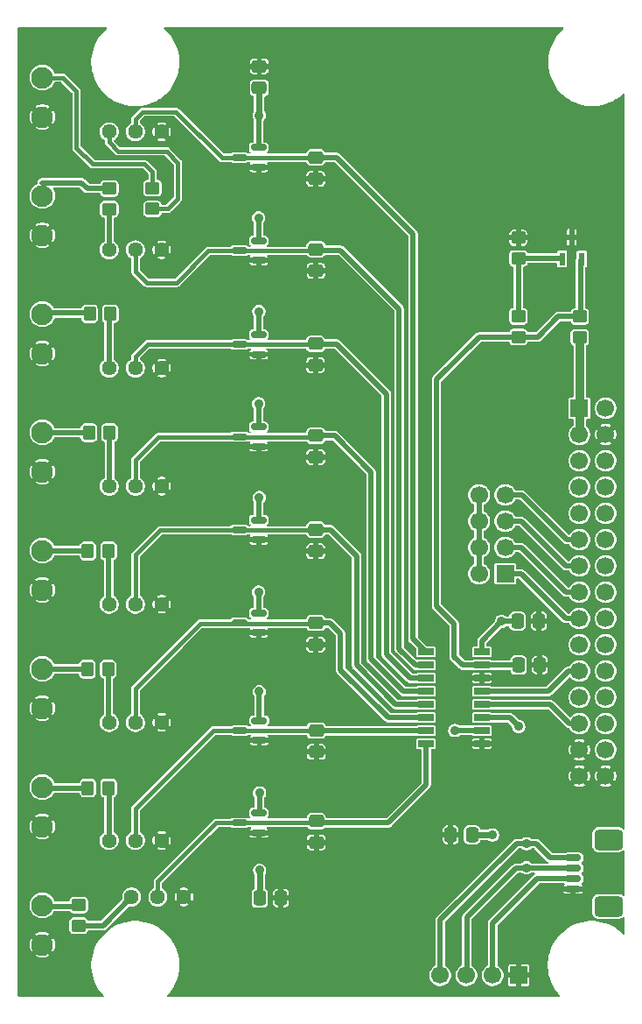
<source format=gbr>
%TF.GenerationSoftware,KiCad,Pcbnew,9.0.1*%
%TF.CreationDate,2025-04-04T11:50:33+11:00*%
%TF.ProjectId,v7_equip_analog,76375f65-7175-4697-905f-616e616c6f67,rev?*%
%TF.SameCoordinates,Original*%
%TF.FileFunction,Copper,L1,Top*%
%TF.FilePolarity,Positive*%
%FSLAX46Y46*%
G04 Gerber Fmt 4.6, Leading zero omitted, Abs format (unit mm)*
G04 Created by KiCad (PCBNEW 9.0.1) date 2025-04-04 11:50:33*
%MOMM*%
%LPD*%
G01*
G04 APERTURE LIST*
G04 Aperture macros list*
%AMRoundRect*
0 Rectangle with rounded corners*
0 $1 Rounding radius*
0 $2 $3 $4 $5 $6 $7 $8 $9 X,Y pos of 4 corners*
0 Add a 4 corners polygon primitive as box body*
4,1,4,$2,$3,$4,$5,$6,$7,$8,$9,$2,$3,0*
0 Add four circle primitives for the rounded corners*
1,1,$1+$1,$2,$3*
1,1,$1+$1,$4,$5*
1,1,$1+$1,$6,$7*
1,1,$1+$1,$8,$9*
0 Add four rect primitives between the rounded corners*
20,1,$1+$1,$2,$3,$4,$5,0*
20,1,$1+$1,$4,$5,$6,$7,0*
20,1,$1+$1,$6,$7,$8,$9,0*
20,1,$1+$1,$8,$9,$2,$3,0*%
G04 Aperture macros list end*
%TA.AperFunction,ComponentPad*%
%ADD10R,1.700000X1.700000*%
%TD*%
%TA.AperFunction,ComponentPad*%
%ADD11C,1.700000*%
%TD*%
%TA.AperFunction,SMDPad,CuDef*%
%ADD12RoundRect,0.150000X0.587500X0.150000X-0.587500X0.150000X-0.587500X-0.150000X0.587500X-0.150000X0*%
%TD*%
%TA.AperFunction,ComponentPad*%
%ADD13C,1.440000*%
%TD*%
%TA.AperFunction,ComponentPad*%
%ADD14C,2.100000*%
%TD*%
%TA.AperFunction,SMDPad,CuDef*%
%ADD15RoundRect,0.250000X-0.337500X-0.475000X0.337500X-0.475000X0.337500X0.475000X-0.337500X0.475000X0*%
%TD*%
%TA.AperFunction,SMDPad,CuDef*%
%ADD16RoundRect,0.250000X0.450000X-0.350000X0.450000X0.350000X-0.450000X0.350000X-0.450000X-0.350000X0*%
%TD*%
%TA.AperFunction,SMDPad,CuDef*%
%ADD17RoundRect,0.250000X0.337500X0.475000X-0.337500X0.475000X-0.337500X-0.475000X0.337500X-0.475000X0*%
%TD*%
%TA.AperFunction,SMDPad,CuDef*%
%ADD18RoundRect,0.250000X-0.475000X0.337500X-0.475000X-0.337500X0.475000X-0.337500X0.475000X0.337500X0*%
%TD*%
%TA.AperFunction,SMDPad,CuDef*%
%ADD19RoundRect,0.250000X-0.350000X-0.450000X0.350000X-0.450000X0.350000X0.450000X-0.350000X0.450000X0*%
%TD*%
%TA.AperFunction,SMDPad,CuDef*%
%ADD20RoundRect,0.250000X-0.450000X0.350000X-0.450000X-0.350000X0.450000X-0.350000X0.450000X0.350000X0*%
%TD*%
%TA.AperFunction,SMDPad,CuDef*%
%ADD21RoundRect,0.150000X0.625000X-0.150000X0.625000X0.150000X-0.625000X0.150000X-0.625000X-0.150000X0*%
%TD*%
%TA.AperFunction,SMDPad,CuDef*%
%ADD22RoundRect,0.416666X0.970834X-0.583334X0.970834X0.583334X-0.970834X0.583334X-0.970834X-0.583334X0*%
%TD*%
%TA.AperFunction,SMDPad,CuDef*%
%ADD23R,0.600000X1.250000*%
%TD*%
%TA.AperFunction,SMDPad,CuDef*%
%ADD24RoundRect,0.250000X0.475000X-0.337500X0.475000X0.337500X-0.475000X0.337500X-0.475000X-0.337500X0*%
%TD*%
%TA.AperFunction,SMDPad,CuDef*%
%ADD25R,1.500000X0.650000*%
%TD*%
%TA.AperFunction,ViaPad*%
%ADD26C,0.889000*%
%TD*%
%TA.AperFunction,Conductor*%
%ADD27C,0.406400*%
%TD*%
%TA.AperFunction,Conductor*%
%ADD28C,0.508000*%
%TD*%
%TA.AperFunction,Conductor*%
%ADD29C,0.609600*%
%TD*%
%TA.AperFunction,Conductor*%
%ADD30C,0.812800*%
%TD*%
G04 APERTURE END LIST*
D10*
%TO.P,J8,1,Pin_1*%
%TO.N,/GP21*%
X47802800Y-53441600D03*
D11*
%TO.P,J8,2,Pin_2*%
%TO.N,/CS!*%
X45262800Y-53441600D03*
%TO.P,J8,3,Pin_3*%
%TO.N,/GP20*%
X47802800Y-50901600D03*
%TO.P,J8,4,Pin_4*%
%TO.N,/CS!*%
X45262800Y-50901600D03*
%TO.P,J8,5,Pin_5*%
%TO.N,/GP19*%
X47802800Y-48361600D03*
%TO.P,J8,6,Pin_6*%
%TO.N,/CS!*%
X45262800Y-48361600D03*
%TO.P,J8,7,Pin_7*%
%TO.N,/GP18*%
X47802800Y-45821600D03*
%TO.P,J8,8,Pin_8*%
%TO.N,/CS!*%
X45262800Y-45821600D03*
%TD*%
D12*
%TO.P,D1,1*%
%TO.N,GND*%
X23937500Y-14146700D03*
%TO.P,D1,2*%
%TO.N,+3V3*%
X23937500Y-12246700D03*
%TO.P,D1,3*%
%TO.N,/IN0*%
X22062500Y-13196700D03*
%TD*%
%TO.P,D7,1*%
%TO.N,GND*%
X24000700Y-69530000D03*
%TO.P,D7,2*%
%TO.N,+3V3*%
X24000700Y-67630000D03*
%TO.P,D7,3*%
%TO.N,/IN6*%
X22125700Y-68580000D03*
%TD*%
%TO.P,D6,1*%
%TO.N,GND*%
X23937500Y-50142128D03*
%TO.P,D6,2*%
%TO.N,+3V3*%
X23937500Y-48242128D03*
%TO.P,D6,3*%
%TO.N,/IN4*%
X22062500Y-49192128D03*
%TD*%
%TO.P,D4,1*%
%TO.N,GND*%
X23937500Y-32231500D03*
%TO.P,D4,2*%
%TO.N,+3V3*%
X23937500Y-30331500D03*
%TO.P,D4,3*%
%TO.N,/IN2*%
X22062500Y-31281500D03*
%TD*%
%TO.P,D3,1*%
%TO.N,GND*%
X23937500Y-41143271D03*
%TO.P,D3,2*%
%TO.N,+3V3*%
X23937500Y-39243271D03*
%TO.P,D3,3*%
%TO.N,/IN3*%
X22062500Y-40193271D03*
%TD*%
%TO.P,D8,1*%
%TO.N,GND*%
X23949900Y-78470800D03*
%TO.P,D8,2*%
%TO.N,+3V3*%
X23949900Y-76570800D03*
%TO.P,D8,3*%
%TO.N,/IN7*%
X22074900Y-77520800D03*
%TD*%
%TO.P,D5,1*%
%TO.N,GND*%
X23937500Y-59140985D03*
%TO.P,D5,2*%
%TO.N,+3V3*%
X23937500Y-57240985D03*
%TO.P,D5,3*%
%TO.N,/IN5*%
X22062500Y-58190985D03*
%TD*%
%TO.P,D2,1*%
%TO.N,GND*%
X23937500Y-23145557D03*
%TO.P,D2,2*%
%TO.N,+3V3*%
X23937500Y-21245557D03*
%TO.P,D2,3*%
%TO.N,/IN1*%
X22062500Y-22195557D03*
%TD*%
D10*
%TO.P,J3,1,Pin_1*%
%TO.N,+5V*%
X54991000Y-37439600D03*
D11*
%TO.P,J3,2,Pin_2*%
X57531000Y-37439600D03*
%TO.P,J3,3,Pin_3*%
X54991000Y-39979600D03*
%TO.P,J3,4,Pin_4*%
%TO.N,GND*%
X57531000Y-39979600D03*
%TO.P,J3,5,Pin_5*%
%TO.N,+3V3*%
X54991000Y-42519600D03*
%TO.P,J3,6,Pin_6*%
%TO.N,/GP15*%
X57531000Y-42519600D03*
%TO.P,J3,7,Pin_7*%
%TO.N,/GP16*%
X54991000Y-45059600D03*
%TO.P,J3,8,Pin_8*%
%TO.N,/GP14*%
X57531000Y-45059600D03*
%TO.P,J3,9,Pin_9*%
%TO.N,/GP17*%
X54991000Y-47599600D03*
%TO.P,J3,10,Pin_10*%
%TO.N,/GP13*%
X57531000Y-47599600D03*
%TO.P,J3,11,Pin_11*%
%TO.N,/GP18*%
X54991000Y-50139600D03*
%TO.P,J3,12,Pin_12*%
%TO.N,/GP12*%
X57531000Y-50139600D03*
%TO.P,J3,13,Pin_13*%
%TO.N,/GP19*%
X54991000Y-52679600D03*
%TO.P,J3,14,Pin_14*%
%TO.N,/GP11*%
X57531000Y-52679600D03*
%TO.P,J3,15,Pin_15*%
%TO.N,/GP20*%
X54991000Y-55219600D03*
%TO.P,J3,16,Pin_16*%
%TO.N,/GP10*%
X57531000Y-55219600D03*
%TO.P,J3,17,Pin_17*%
%TO.N,/GP21*%
X54991000Y-57759600D03*
%TO.P,J3,18,Pin_18*%
%TO.N,/GP9*%
X57531000Y-57759600D03*
%TO.P,J3,19,Pin_19*%
%TO.N,/MOSI*%
X54991000Y-60299600D03*
%TO.P,J3,20,Pin_20*%
%TO.N,/GP8*%
X57531000Y-60299600D03*
%TO.P,J3,21,Pin_21*%
%TO.N,/SCK*%
X54991000Y-62839600D03*
%TO.P,J3,22,Pin_22*%
%TO.N,/GP7*%
X57531000Y-62839600D03*
%TO.P,J3,23,Pin_23*%
%TO.N,/GP1*%
X54991000Y-65379600D03*
%TO.P,J3,24,Pin_24*%
%TO.N,/GP6*%
X57531000Y-65379600D03*
%TO.P,J3,25,Pin_25*%
%TO.N,/MISO*%
X54991000Y-67919600D03*
%TO.P,J3,26,Pin_26*%
%TO.N,/GP5*%
X57531000Y-67919600D03*
%TO.P,J3,27,Pin_27*%
%TO.N,GND*%
X54991000Y-70459600D03*
%TO.P,J3,28,Pin_28*%
%TO.N,/GP4*%
X57531000Y-70459600D03*
%TO.P,J3,29,Pin_29*%
%TO.N,GND*%
X54991000Y-72999600D03*
%TO.P,J3,30,Pin_30*%
X57531000Y-72999600D03*
%TD*%
D10*
%TO.P,CON1,1,Pin_1*%
%TO.N,GND*%
X49123600Y-92252800D03*
D11*
%TO.P,CON1,2,Pin_2*%
%TO.N,+3V3*%
X46583600Y-92252800D03*
%TO.P,CON1,3,Pin_3*%
%TO.N,/GP6*%
X44043600Y-92252800D03*
%TO.P,CON1,4,Pin_4*%
%TO.N,/GP7*%
X41503600Y-92252800D03*
%TD*%
D13*
%TO.P,RV8,1,1*%
%TO.N,GND*%
X16713200Y-84683600D03*
%TO.P,RV8,2,2*%
%TO.N,/IN7*%
X14173200Y-84683600D03*
%TO.P,RV8,3,3*%
%TO.N,Net-(R11-Pad2)*%
X11633200Y-84683600D03*
%TD*%
%TO.P,RV2,1,1*%
%TO.N,GND*%
X14554200Y-22136100D03*
%TO.P,RV2,2,2*%
%TO.N,/IN1*%
X12014200Y-22136100D03*
%TO.P,RV2,3,3*%
%TO.N,Net-(R2-Pad2)*%
X9474200Y-22136100D03*
%TD*%
%TO.P,RV5,1,1*%
%TO.N,GND*%
X14554200Y-67805300D03*
%TO.P,RV5,2,2*%
%TO.N,/IN5*%
X12014200Y-67805300D03*
%TO.P,RV5,3,3*%
%TO.N,Net-(R5-Pad2)*%
X9474200Y-67805300D03*
%TD*%
%TO.P,RV4,1,1*%
%TO.N,GND*%
X14554200Y-33553400D03*
%TO.P,RV4,2,2*%
%TO.N,/IN2*%
X12014200Y-33553400D03*
%TO.P,RV4,3,3*%
%TO.N,Net-(R4-Pad2)*%
X9474200Y-33553400D03*
%TD*%
%TO.P,RV6,1,1*%
%TO.N,GND*%
X14554200Y-56388000D03*
%TO.P,RV6,2,2*%
%TO.N,/IN4*%
X12014200Y-56388000D03*
%TO.P,RV6,3,3*%
%TO.N,Net-(R6-Pad2)*%
X9474200Y-56388000D03*
%TD*%
%TO.P,RV7,1,1*%
%TO.N,GND*%
X14554200Y-79222600D03*
%TO.P,RV7,2,2*%
%TO.N,/IN6*%
X12014200Y-79222600D03*
%TO.P,RV7,3,3*%
%TO.N,Net-(R10-Pad2)*%
X9474200Y-79222600D03*
%TD*%
%TO.P,RV3,1,1*%
%TO.N,GND*%
X14554200Y-44970700D03*
%TO.P,RV3,2,2*%
%TO.N,/IN3*%
X12014200Y-44970700D03*
%TO.P,RV3,3,3*%
%TO.N,Net-(R3-Pad2)*%
X9474200Y-44970700D03*
%TD*%
%TO.P,RV1,1,1*%
%TO.N,GND*%
X14554200Y-10718800D03*
%TO.P,RV1,2,2*%
%TO.N,/IN0*%
X12014200Y-10718800D03*
%TO.P,RV1,3,3*%
%TO.N,Net-(R1-Pad2)*%
X9474200Y-10718800D03*
%TD*%
D14*
%TO.P,J1,1,Pin_1*%
%TO.N,GND*%
X3000000Y-9300000D03*
%TO.P,J1,2,Pin_2*%
%TO.N,/A0*%
X3000000Y-5490000D03*
%TD*%
D15*
%TO.P,C9,1*%
%TO.N,/VREF*%
X49102100Y-62255400D03*
%TO.P,C9,2*%
%TO.N,GND*%
X51177100Y-62255400D03*
%TD*%
D16*
%TO.P,R9,1*%
%TO.N,Net-(IC2-FB)*%
X49072800Y-22961600D03*
%TO.P,R9,2*%
%TO.N,GND*%
X49072800Y-20961600D03*
%TD*%
D17*
%TO.P,C13,1*%
%TO.N,+3V3*%
X44602400Y-78663800D03*
%TO.P,C13,2*%
%TO.N,GND*%
X42527400Y-78663800D03*
%TD*%
D18*
%TO.P,C11,1*%
%TO.N,/IN6*%
X29514800Y-68583900D03*
%TO.P,C11,2*%
%TO.N,GND*%
X29514800Y-70658900D03*
%TD*%
D19*
%TO.P,R10,1*%
%TO.N,/A6*%
X7407400Y-74142600D03*
%TO.P,R10,2*%
%TO.N,Net-(R10-Pad2)*%
X9407400Y-74142600D03*
%TD*%
D14*
%TO.P,J4,1,Pin_1*%
%TO.N,GND*%
X3000000Y-43585713D03*
%TO.P,J4,2,Pin_2*%
%TO.N,/A3*%
X3000000Y-39775713D03*
%TD*%
%TO.P,J5,1,Pin_1*%
%TO.N,GND*%
X3000000Y-32157142D03*
%TO.P,J5,2,Pin_2*%
%TO.N,/A2*%
X3000000Y-28347142D03*
%TD*%
D18*
%TO.P,C8,1*%
%TO.N,/IN4*%
X29464000Y-49178300D03*
%TO.P,C8,2*%
%TO.N,GND*%
X29464000Y-51253300D03*
%TD*%
D20*
%TO.P,R2,1*%
%TO.N,/A1*%
X9474200Y-16195800D03*
%TO.P,R2,2*%
%TO.N,Net-(R2-Pad2)*%
X9474200Y-18195800D03*
%TD*%
D19*
%TO.P,R5,1*%
%TO.N,/A5*%
X7356600Y-62661800D03*
%TO.P,R5,2*%
%TO.N,Net-(R5-Pad2)*%
X9356600Y-62661800D03*
%TD*%
D14*
%TO.P,J2,1,Pin_1*%
%TO.N,GND*%
X3000000Y-20728571D03*
%TO.P,J2,2,Pin_2*%
%TO.N,/A1*%
X3000000Y-16918571D03*
%TD*%
D16*
%TO.P,R7,1*%
%TO.N,+5V*%
X55016400Y-30581600D03*
%TO.P,R7,2*%
%TO.N,/VREF*%
X55016400Y-28581600D03*
%TD*%
D18*
%TO.P,C3,1*%
%TO.N,/IN1*%
X29489400Y-22076500D03*
%TO.P,C3,2*%
%TO.N,GND*%
X29489400Y-24151500D03*
%TD*%
D14*
%TO.P,J10,1,Pin_1*%
%TO.N,GND*%
X3000000Y-89300000D03*
%TO.P,J10,2,Pin_2*%
%TO.N,/A7*%
X3000000Y-85490000D03*
%TD*%
D19*
%TO.P,R3,1*%
%TO.N,/A3*%
X7509000Y-39801800D03*
%TO.P,R3,2*%
%TO.N,Net-(R3-Pad2)*%
X9509000Y-39801800D03*
%TD*%
D16*
%TO.P,R8,1*%
%TO.N,/VREF*%
X49072800Y-30556200D03*
%TO.P,R8,2*%
%TO.N,Net-(IC2-FB)*%
X49072800Y-28556200D03*
%TD*%
D19*
%TO.P,R6,1*%
%TO.N,/A4*%
X7407400Y-51231800D03*
%TO.P,R6,2*%
%TO.N,Net-(R6-Pad2)*%
X9407400Y-51231800D03*
%TD*%
D14*
%TO.P,J7,1,Pin_1*%
%TO.N,GND*%
X3000000Y-55014284D03*
%TO.P,J7,2,Pin_2*%
%TO.N,/A4*%
X3000000Y-51204284D03*
%TD*%
D18*
%TO.P,C7,1*%
%TO.N,/IN5*%
X29464000Y-58195300D03*
%TO.P,C7,2*%
%TO.N,GND*%
X29464000Y-60270300D03*
%TD*%
D21*
%TO.P,CON2,1,Pin_1*%
%TO.N,GND*%
X54388000Y-83897600D03*
%TO.P,CON2,2,Pin_2*%
%TO.N,+3V3*%
X54388000Y-82897600D03*
%TO.P,CON2,3,Pin_3*%
%TO.N,/GP6*%
X54388000Y-81897600D03*
%TO.P,CON2,4,Pin_4*%
%TO.N,/GP7*%
X54388000Y-80897600D03*
D22*
%TO.P,CON2,MP*%
%TO.N,N/C*%
X57810400Y-85598000D03*
X57810400Y-79146400D03*
%TD*%
D23*
%TO.P,IC2,1,FB*%
%TO.N,Net-(IC2-FB)*%
X53304400Y-23011600D03*
%TO.P,IC2,2,CATHODE*%
%TO.N,/VREF*%
X55204400Y-23011600D03*
%TO.P,IC2,3,ANODE*%
%TO.N,GND*%
X54254400Y-20911600D03*
%TD*%
D18*
%TO.P,C1,1*%
%TO.N,/IN0*%
X29464000Y-13186500D03*
%TO.P,C1,2*%
%TO.N,GND*%
X29464000Y-15261500D03*
%TD*%
D14*
%TO.P,J6,1,Pin_1*%
%TO.N,GND*%
X3000000Y-66442855D03*
%TO.P,J6,2,Pin_2*%
%TO.N,/A5*%
X3000000Y-62632855D03*
%TD*%
D24*
%TO.P,C2,1*%
%TO.N,+3V3*%
X24000000Y-6473100D03*
%TO.P,C2,2*%
%TO.N,GND*%
X24000000Y-4398100D03*
%TD*%
D18*
%TO.P,C4,1*%
%TO.N,/IN3*%
X29464000Y-40085100D03*
%TO.P,C4,2*%
%TO.N,GND*%
X29464000Y-42160100D03*
%TD*%
D20*
%TO.P,R11,1*%
%TO.N,/A7*%
X6527800Y-85461600D03*
%TO.P,R11,2*%
%TO.N,Net-(R11-Pad2)*%
X6527800Y-87461600D03*
%TD*%
%TO.P,R1,1*%
%TO.N,/A0*%
X13665200Y-16170400D03*
%TO.P,R1,2*%
%TO.N,Net-(R1-Pad2)*%
X13665200Y-18170400D03*
%TD*%
D15*
%TO.P,C6,1*%
%TO.N,+3V3*%
X49000500Y-58013600D03*
%TO.P,C6,2*%
%TO.N,GND*%
X51075500Y-58013600D03*
%TD*%
D14*
%TO.P,J9,1,Pin_1*%
%TO.N,GND*%
X3000000Y-77871426D03*
%TO.P,J9,2,Pin_2*%
%TO.N,/A6*%
X3000000Y-74061426D03*
%TD*%
D18*
%TO.P,C5,1*%
%TO.N,/IN2*%
X29438600Y-31209616D03*
%TO.P,C5,2*%
%TO.N,GND*%
X29438600Y-33284616D03*
%TD*%
%TO.P,C12,1*%
%TO.N,/IN7*%
X29514800Y-77346900D03*
%TO.P,C12,2*%
%TO.N,GND*%
X29514800Y-79421900D03*
%TD*%
D15*
%TO.P,C10,1*%
%TO.N,+3V3*%
X24032300Y-84785200D03*
%TO.P,C10,2*%
%TO.N,GND*%
X26107300Y-84785200D03*
%TD*%
D19*
%TO.P,R4,1*%
%TO.N,/A2*%
X7585200Y-28321000D03*
%TO.P,R4,2*%
%TO.N,Net-(R4-Pad2)*%
X9585200Y-28321000D03*
%TD*%
D25*
%TO.P,IC1,1,CH0*%
%TO.N,/IN0*%
X40149800Y-60985400D03*
%TO.P,IC1,2,CH1*%
%TO.N,/IN1*%
X40149800Y-62255400D03*
%TO.P,IC1,3,CH2*%
%TO.N,/IN2*%
X40149800Y-63525400D03*
%TO.P,IC1,4,CH3*%
%TO.N,/IN3*%
X40149800Y-64795400D03*
%TO.P,IC1,5,CH4*%
%TO.N,/IN4*%
X40149800Y-66065400D03*
%TO.P,IC1,6,CH5*%
%TO.N,/IN5*%
X40149800Y-67335400D03*
%TO.P,IC1,7,CH6*%
%TO.N,/IN6*%
X40149800Y-68605400D03*
%TO.P,IC1,8,CH7*%
%TO.N,/IN7*%
X40149800Y-69875400D03*
%TO.P,IC1,9,DGND*%
%TO.N,GND*%
X45549800Y-69875400D03*
%TO.P,IC1,10,~{CS}/SHDN*%
%TO.N,/CS!*%
X45549800Y-68605400D03*
%TO.P,IC1,11,DIN*%
%TO.N,/MOSI*%
X45549800Y-67335400D03*
%TO.P,IC1,12,DOUT*%
%TO.N,/MISO*%
X45549800Y-66065400D03*
%TO.P,IC1,13,CLK*%
%TO.N,/SCK*%
X45549800Y-64795400D03*
%TO.P,IC1,14,AGND*%
%TO.N,GND*%
X45549800Y-63525400D03*
%TO.P,IC1,15,VREF*%
%TO.N,/VREF*%
X45549800Y-62255400D03*
%TO.P,IC1,16,VDD*%
%TO.N,+3V3*%
X45549800Y-60985400D03*
%TD*%
D26*
%TO.N,GND*%
X29565600Y-18999200D03*
X29413200Y-36982400D03*
X23977600Y-1422400D03*
X29514800Y-74523600D03*
X42926000Y-72771000D03*
X51536600Y-18973800D03*
X29514800Y-64820800D03*
X29540200Y-46075600D03*
X49123600Y-70612000D03*
X29565600Y-82042000D03*
X51866800Y-59994800D03*
X53035200Y-85902800D03*
X45974000Y-56159400D03*
X42799000Y-56108600D03*
X29438600Y-28067000D03*
X29540200Y-55219600D03*
X40690800Y-78663800D03*
X42875200Y-63550800D03*
X42189400Y-18932400D03*
%TO.N,+3V3*%
X24003000Y-64820800D03*
X23952200Y-28092400D03*
X24032300Y-82092800D03*
X23926800Y-55219600D03*
X47447200Y-58039000D03*
X24026100Y-74625200D03*
X23926800Y-19024600D03*
X23937500Y-37007800D03*
X46575000Y-78684000D03*
X24003000Y-46075600D03*
X24003000Y-9144000D03*
%TO.N,/MOSI*%
X49098200Y-68199000D03*
%TO.N,/GP7*%
X49860200Y-79526000D03*
%TO.N,/GP6*%
X49860200Y-81864200D03*
%TO.N,/CS!*%
X42926000Y-68580000D03*
%TD*%
D27*
%TO.N,/IN0*%
X15951200Y-8788400D02*
X20396200Y-13233400D01*
D28*
X29467900Y-13182600D02*
X31470600Y-13182600D01*
D27*
X12014200Y-9474200D02*
X12700000Y-8788400D01*
X20396200Y-13233400D02*
X29417100Y-13233400D01*
D28*
X38887400Y-59740800D02*
X40132000Y-60985400D01*
X38887400Y-20599400D02*
X38887400Y-59740800D01*
X31470600Y-13182600D02*
X38887400Y-20599400D01*
D27*
X12014200Y-10718800D02*
X12014200Y-9474200D01*
X12700000Y-8788400D02*
X15951200Y-8788400D01*
D28*
%TO.N,/IN4*%
X30890300Y-49178300D02*
X29464000Y-49178300D01*
X33426400Y-51714400D02*
X30890300Y-49178300D01*
X37211000Y-66065400D02*
X33426400Y-62280800D01*
X40149800Y-66065400D02*
X37211000Y-66065400D01*
D27*
X14383660Y-49243340D02*
X12014200Y-51612800D01*
X29398960Y-49243340D02*
X14383660Y-49243340D01*
D28*
X33426400Y-62280800D02*
X33426400Y-51714400D01*
D27*
X12014200Y-51612800D02*
X12014200Y-56388000D01*
D28*
%TO.N,+3V3*%
X46583600Y-92252800D02*
X46583600Y-87198200D01*
X23937500Y-37007800D02*
X23937500Y-39243271D01*
X23937500Y-28107100D02*
X23952200Y-28092400D01*
X23937500Y-30419414D02*
X23937500Y-28107100D01*
D29*
X46575000Y-78684000D02*
X46554800Y-78663800D01*
D28*
X46583600Y-87198200D02*
X50884200Y-82897600D01*
D29*
X24032300Y-82092800D02*
X24032300Y-84785200D01*
D28*
X47447200Y-58039000D02*
X48975100Y-58039000D01*
D29*
X46554800Y-78663800D02*
X44602400Y-78663800D01*
D28*
X24003000Y-67627700D02*
X24000700Y-67630000D01*
D29*
X24003000Y-9144000D02*
X24000000Y-9141000D01*
D28*
X24003000Y-64820800D02*
X24003000Y-67627700D01*
X23926800Y-19024600D02*
X23937500Y-19035300D01*
X23937500Y-55230300D02*
X23937500Y-57240985D01*
X24003000Y-46075600D02*
X23937500Y-46141100D01*
X47447200Y-58039000D02*
X45549800Y-59936400D01*
X24003000Y-9144000D02*
X23937500Y-9209500D01*
X24026100Y-76494600D02*
X23949900Y-76570800D01*
X50884200Y-82897600D02*
X54388000Y-82897600D01*
X23937500Y-46141100D02*
X23937500Y-48242128D01*
X23937500Y-9209500D02*
X23937500Y-12246700D01*
X24026100Y-74625200D02*
X24026100Y-76494600D01*
X23926800Y-55219600D02*
X23937500Y-55230300D01*
X23937500Y-19035300D02*
X23937500Y-21245557D01*
X45549800Y-59936400D02*
X45549800Y-60985400D01*
D29*
X24000000Y-9141000D02*
X24000000Y-6473100D01*
D27*
%TO.N,/IN5*%
X12014200Y-64516000D02*
X18284375Y-58245825D01*
D28*
X30839500Y-58195300D02*
X31877000Y-59232800D01*
X29464000Y-58195300D02*
X30839500Y-58195300D01*
X36474400Y-67335400D02*
X40149800Y-67335400D01*
D27*
X12014200Y-67805300D02*
X12014200Y-64516000D01*
D28*
X31877000Y-59232800D02*
X31877000Y-62738000D01*
D27*
X18284375Y-58245825D02*
X29413475Y-58245825D01*
D28*
X31877000Y-62738000D02*
X36474400Y-67335400D01*
%TO.N,/IN1*%
X31877000Y-22174200D02*
X29587100Y-22174200D01*
X40149800Y-62255400D02*
X39116000Y-62255400D01*
D27*
X29330015Y-22235885D02*
X19064515Y-22235885D01*
D28*
X39116000Y-62255400D02*
X37541200Y-60680600D01*
D27*
X12014200Y-24206200D02*
X12014200Y-22136100D01*
X19064515Y-22235885D02*
X15976600Y-25323800D01*
X13131800Y-25323800D02*
X12014200Y-24206200D01*
D28*
X37541200Y-60680600D02*
X37541200Y-27838400D01*
D27*
X15976600Y-25323800D02*
X13131800Y-25323800D01*
D28*
X37541200Y-27838400D02*
X31877000Y-22174200D01*
%TO.N,/IN2*%
X31470600Y-31216600D02*
X36296600Y-36042600D01*
D27*
X29409846Y-31238370D02*
X13211630Y-31238370D01*
X12014200Y-32435800D02*
X12014200Y-33553400D01*
D28*
X36296600Y-36042600D02*
X36296600Y-61239400D01*
D27*
X13211630Y-31238370D02*
X12014200Y-32435800D01*
D28*
X29445584Y-31216600D02*
X31470600Y-31216600D01*
X36296600Y-61239400D02*
X38582600Y-63525400D01*
X38582600Y-63525400D02*
X40149800Y-63525400D01*
%TO.N,/IN6*%
X29536300Y-68605400D02*
X29514800Y-68583900D01*
D27*
X19583400Y-68580000D02*
X12014200Y-76149200D01*
X29510900Y-68580000D02*
X19583400Y-68580000D01*
D28*
X40149800Y-68605400D02*
X29536300Y-68605400D01*
D27*
X12014200Y-76149200D02*
X12014200Y-79222600D01*
X29514800Y-68583900D02*
X29510900Y-68580000D01*
D28*
%TO.N,/IN3*%
X34823400Y-43611800D02*
X31296700Y-40085100D01*
X34823400Y-61671200D02*
X34823400Y-43611800D01*
D27*
X12014200Y-42443400D02*
X12014200Y-44970700D01*
D28*
X37947600Y-64795400D02*
X34823400Y-61671200D01*
X31296700Y-40085100D02*
X29464000Y-40085100D01*
D27*
X29308245Y-40240855D02*
X14216745Y-40240855D01*
D28*
X40149800Y-64795400D02*
X37947600Y-64795400D01*
D27*
X14216745Y-40240855D02*
X12014200Y-42443400D01*
D28*
%TO.N,/IN7*%
X40149800Y-73845400D02*
X40149800Y-69875400D01*
D27*
X14173200Y-84683600D02*
X14173200Y-83185000D01*
X19837400Y-77520800D02*
X22074900Y-77520800D01*
X22100300Y-77495400D02*
X29366300Y-77495400D01*
X22074900Y-77520800D02*
X22100300Y-77495400D01*
D28*
X36470500Y-77524700D02*
X40149800Y-73845400D01*
D27*
X14173200Y-83185000D02*
X19837400Y-77520800D01*
D28*
X29514800Y-77346900D02*
X29692600Y-77524700D01*
X29692600Y-77524700D02*
X36470500Y-77524700D01*
D30*
%TO.N,+5V*%
X55016400Y-37388800D02*
X55016400Y-30581600D01*
X55016400Y-39982200D02*
X55016400Y-37465000D01*
D27*
%TO.N,/A0*%
X12903200Y-13843000D02*
X13665200Y-14605000D01*
X13665200Y-14605000D02*
X13665200Y-16170400D01*
X7874000Y-13843000D02*
X12903200Y-13843000D01*
X3000000Y-5490000D02*
X4990000Y-5490000D01*
X6299200Y-6799200D02*
X6299200Y-12268200D01*
X6299200Y-12268200D02*
X7874000Y-13843000D01*
X4990000Y-5490000D02*
X6299200Y-6799200D01*
D28*
%TO.N,/A1*%
X3005160Y-15637000D02*
X6772400Y-15637000D01*
X6772400Y-15637000D02*
X7331200Y-16195800D01*
X7331200Y-16195800D02*
X9474200Y-16195800D01*
%TO.N,/A2*%
X3102342Y-28244800D02*
X7509000Y-28244800D01*
X3000000Y-28347142D02*
X3102342Y-28244800D01*
X7509000Y-28244800D02*
X7585200Y-28321000D01*
%TO.N,/GP21*%
X55000000Y-57762200D02*
X53647400Y-57762200D01*
X53647400Y-57762200D02*
X49326800Y-53441600D01*
X49326800Y-53441600D02*
X47802800Y-53441600D01*
%TO.N,/A3*%
X3026087Y-39801800D02*
X7509000Y-39801800D01*
X3000000Y-39775713D02*
X3026087Y-39801800D01*
%TO.N,/MOSI*%
X49098200Y-68199000D02*
X48234600Y-67335400D01*
X48234600Y-67335400D02*
X45549800Y-67335400D01*
%TO.N,/GP7*%
X49860200Y-79526000D02*
X48896400Y-79526000D01*
X48896400Y-79526000D02*
X41503600Y-86918800D01*
X41503600Y-86918800D02*
X41503600Y-92252800D01*
X49860200Y-79526000D02*
X50824000Y-79526000D01*
X50824000Y-79526000D02*
X52197000Y-80899000D01*
X52197000Y-80899000D02*
X54386600Y-80899000D01*
%TO.N,/GP6*%
X44094400Y-86664800D02*
X48869600Y-81889600D01*
X48869600Y-81889600D02*
X54380000Y-81889600D01*
X44094400Y-92202000D02*
X44094400Y-86664800D01*
%TO.N,/SCK*%
X53972400Y-62842200D02*
X55000000Y-62842200D01*
X45549800Y-64795400D02*
X52019200Y-64795400D01*
X52019200Y-64795400D02*
X53972400Y-62842200D01*
%TO.N,/A4*%
X7382000Y-51206400D02*
X7407400Y-51231800D01*
X3000000Y-51204284D02*
X3002116Y-51206400D01*
X3002116Y-51206400D02*
X7382000Y-51206400D01*
%TO.N,/VREF*%
X52917600Y-28581600D02*
X50943000Y-30556200D01*
X41148000Y-56540400D02*
X42875200Y-58267600D01*
X42875200Y-58267600D02*
X42875200Y-61468000D01*
X49102100Y-62255400D02*
X45549800Y-62255400D01*
X42875200Y-61468000D02*
X43662600Y-62255400D01*
X41148000Y-34671000D02*
X41148000Y-56540400D01*
X43662600Y-62255400D02*
X45549800Y-62255400D01*
X55092600Y-23123400D02*
X55204400Y-23011600D01*
X45262800Y-30556200D02*
X41148000Y-34671000D01*
X55092600Y-28505400D02*
X55092600Y-23123400D01*
X50943000Y-30556200D02*
X49072800Y-30556200D01*
X55016400Y-28581600D02*
X52917600Y-28581600D01*
X49072800Y-30556200D02*
X45262800Y-30556200D01*
%TO.N,/MISO*%
X52171600Y-66065400D02*
X45549800Y-66065400D01*
X54028400Y-67922200D02*
X52171600Y-66065400D01*
X55000000Y-67922200D02*
X54028400Y-67922200D01*
%TO.N,/CS!*%
X45262800Y-45821600D02*
X45262800Y-53441600D01*
X42926000Y-68580000D02*
X45524400Y-68580000D01*
%TO.N,/A5*%
X3000000Y-62632855D02*
X7327655Y-62632855D01*
X7327655Y-62632855D02*
X7356600Y-62661800D01*
%TO.N,/A6*%
X7382000Y-74168000D02*
X7407400Y-74142600D01*
X3000000Y-74061426D02*
X3106574Y-74168000D01*
X3106574Y-74168000D02*
X7382000Y-74168000D01*
%TO.N,/GP18*%
X49428400Y-45821600D02*
X53749000Y-50142200D01*
X53749000Y-50142200D02*
X55000000Y-50142200D01*
X47802800Y-45821600D02*
X49428400Y-45821600D01*
%TO.N,/GP20*%
X53672800Y-55222200D02*
X55000000Y-55222200D01*
X49352200Y-50901600D02*
X53672800Y-55222200D01*
X47802800Y-50901600D02*
X49352200Y-50901600D01*
%TO.N,/GP19*%
X53698200Y-52682200D02*
X49377600Y-48361600D01*
X49377600Y-48361600D02*
X47802800Y-48361600D01*
X55000000Y-52682200D02*
X53698200Y-52682200D01*
%TO.N,Net-(IC2-FB)*%
X53219600Y-22926800D02*
X53304400Y-23011600D01*
X49107600Y-22926800D02*
X53219600Y-22926800D01*
X49072800Y-28505400D02*
X49072800Y-22961600D01*
%TO.N,/A7*%
X6527800Y-85461600D02*
X6416800Y-85572600D01*
X6416800Y-85572600D02*
X3124200Y-85572600D01*
D27*
%TO.N,Net-(R1-Pad2)*%
X9474200Y-11734800D02*
X9474200Y-10718800D01*
X13665200Y-18170400D02*
X15129000Y-18170400D01*
X16129000Y-17170400D02*
X16129000Y-13690600D01*
X15129000Y-18170400D02*
X16129000Y-17170400D01*
X10337800Y-12598400D02*
X9474200Y-11734800D01*
X15036800Y-12598400D02*
X10337800Y-12598400D01*
X16129000Y-13690600D02*
X15036800Y-12598400D01*
D28*
%TO.N,Net-(R2-Pad2)*%
X9474200Y-18195800D02*
X9474200Y-22136100D01*
%TO.N,Net-(R3-Pad2)*%
X9499600Y-44945300D02*
X9474200Y-44970700D01*
X9499600Y-39811200D02*
X9499600Y-44945300D01*
X9509000Y-39801800D02*
X9499600Y-39811200D01*
%TO.N,Net-(R4-Pad2)*%
X9585200Y-28321000D02*
X9448800Y-28457400D01*
X9448800Y-28457400D02*
X9448800Y-33528000D01*
X9448800Y-33528000D02*
X9474200Y-33553400D01*
%TO.N,Net-(R5-Pad2)*%
X9356600Y-62661800D02*
X9398000Y-62703200D01*
X9398000Y-62703200D02*
X9398000Y-67729100D01*
X9398000Y-67729100D02*
X9474200Y-67805300D01*
%TO.N,Net-(R6-Pad2)*%
X9407400Y-51231800D02*
X9423400Y-51247800D01*
X9423400Y-51247800D02*
X9423400Y-56337200D01*
X9423400Y-56337200D02*
X9474200Y-56388000D01*
%TO.N,Net-(R10-Pad2)*%
X9448800Y-74184000D02*
X9448800Y-79197200D01*
X9407400Y-74142600D02*
X9448800Y-74184000D01*
X9448800Y-79197200D02*
X9474200Y-79222600D01*
%TO.N,Net-(R11-Pad2)*%
X8855200Y-87461600D02*
X11633200Y-84683600D01*
X6527800Y-87461600D02*
X8855200Y-87461600D01*
%TD*%
%TA.AperFunction,Conductor*%
%TO.N,GND*%
G36*
X9196398Y-638265D02*
G01*
X9226462Y-690336D01*
X9216021Y-749550D01*
X9196398Y-772935D01*
X9118871Y-837988D01*
X9118866Y-837992D01*
X8855792Y-1101066D01*
X8855788Y-1101071D01*
X8616654Y-1386058D01*
X8616649Y-1386065D01*
X8403261Y-1690813D01*
X8217237Y-2013016D01*
X8217232Y-2013027D01*
X8060010Y-2350190D01*
X8060007Y-2350198D01*
X7932762Y-2699801D01*
X7836468Y-3059171D01*
X7771866Y-3425547D01*
X7771865Y-3425553D01*
X7771865Y-3425556D01*
X7739440Y-3796180D01*
X7739440Y-4168220D01*
X7771631Y-4536172D01*
X7771866Y-4538852D01*
X7824014Y-4834598D01*
X7836469Y-4905232D01*
X7932761Y-5264596D01*
X8050622Y-5588415D01*
X8060007Y-5614201D01*
X8060010Y-5614209D01*
X8217232Y-5951372D01*
X8217237Y-5951383D01*
X8403261Y-6273586D01*
X8542956Y-6473090D01*
X8616650Y-6578336D01*
X8855793Y-6863335D01*
X9118865Y-7126407D01*
X9403864Y-7365550D01*
X9510448Y-7440181D01*
X9708613Y-7578938D01*
X9708622Y-7578943D01*
X10030818Y-7764963D01*
X10368001Y-7922194D01*
X10717604Y-8049439D01*
X11076968Y-8145731D01*
X11443356Y-8210335D01*
X11813980Y-8242760D01*
X11813984Y-8242760D01*
X12186016Y-8242760D01*
X12186020Y-8242760D01*
X12556644Y-8210335D01*
X12923032Y-8145731D01*
X13282396Y-8049439D01*
X13631999Y-7922194D01*
X13969182Y-7764963D01*
X14291378Y-7578943D01*
X14291381Y-7578940D01*
X14291386Y-7578938D01*
X14382966Y-7514812D01*
X14596136Y-7365550D01*
X14881135Y-7126407D01*
X15144207Y-6863335D01*
X15383350Y-6578336D01*
X15574989Y-6304646D01*
X15596738Y-6273586D01*
X15596743Y-6273578D01*
X15782763Y-5951382D01*
X15939994Y-5614199D01*
X16067239Y-5264596D01*
X16163531Y-4905232D01*
X16208870Y-4648101D01*
X23097200Y-4648101D01*
X23097200Y-4787133D01*
X23099909Y-4816029D01*
X23099910Y-4816034D01*
X23142501Y-4937753D01*
X23142502Y-4937754D01*
X23219080Y-5041514D01*
X23219085Y-5041519D01*
X23322845Y-5118097D01*
X23322846Y-5118098D01*
X23444565Y-5160689D01*
X23444570Y-5160690D01*
X23473466Y-5163399D01*
X23473470Y-5163400D01*
X23749999Y-5163400D01*
X23750000Y-5163399D01*
X23750000Y-4648101D01*
X24250000Y-4648101D01*
X24250000Y-5163399D01*
X24250001Y-5163400D01*
X24526530Y-5163400D01*
X24526533Y-5163399D01*
X24555429Y-5160690D01*
X24555434Y-5160689D01*
X24677153Y-5118098D01*
X24677154Y-5118097D01*
X24780914Y-5041519D01*
X24780919Y-5041514D01*
X24857497Y-4937754D01*
X24857498Y-4937753D01*
X24900089Y-4816034D01*
X24900090Y-4816029D01*
X24902799Y-4787133D01*
X24902800Y-4787130D01*
X24902800Y-4648101D01*
X24902799Y-4648100D01*
X24250001Y-4648100D01*
X24250000Y-4648101D01*
X23750000Y-4648101D01*
X23749999Y-4648100D01*
X23097201Y-4648100D01*
X23097200Y-4648101D01*
X16208870Y-4648101D01*
X16228135Y-4538844D01*
X16260560Y-4168220D01*
X16260560Y-4009066D01*
X23097200Y-4009066D01*
X23097200Y-4148099D01*
X23097201Y-4148100D01*
X23749999Y-4148100D01*
X23750000Y-4148099D01*
X23750000Y-3632801D01*
X24250000Y-3632801D01*
X24250000Y-4148099D01*
X24250001Y-4148100D01*
X24902799Y-4148100D01*
X24902800Y-4148099D01*
X24902800Y-4009069D01*
X24902799Y-4009066D01*
X24900090Y-3980170D01*
X24900089Y-3980165D01*
X24857498Y-3858446D01*
X24857497Y-3858445D01*
X24780919Y-3754685D01*
X24780914Y-3754680D01*
X24677154Y-3678102D01*
X24677153Y-3678101D01*
X24555434Y-3635510D01*
X24555429Y-3635509D01*
X24526533Y-3632800D01*
X24250001Y-3632800D01*
X24250000Y-3632801D01*
X23750000Y-3632801D01*
X23749999Y-3632800D01*
X23473466Y-3632800D01*
X23444570Y-3635509D01*
X23444565Y-3635510D01*
X23322846Y-3678101D01*
X23322845Y-3678102D01*
X23219085Y-3754680D01*
X23219080Y-3754685D01*
X23142502Y-3858445D01*
X23142501Y-3858446D01*
X23099910Y-3980165D01*
X23099909Y-3980170D01*
X23097200Y-4009066D01*
X16260560Y-4009066D01*
X16260560Y-3796180D01*
X16228135Y-3425556D01*
X16163531Y-3059168D01*
X16067239Y-2699804D01*
X15939994Y-2350201D01*
X15782763Y-2013018D01*
X15596743Y-1690822D01*
X15596738Y-1690813D01*
X15457981Y-1492648D01*
X15383350Y-1386064D01*
X15144207Y-1101065D01*
X14881135Y-837993D01*
X14803601Y-772934D01*
X14773538Y-720863D01*
X14783980Y-661650D01*
X14830040Y-623001D01*
X14860103Y-617700D01*
X53375497Y-617700D01*
X53431998Y-638265D01*
X53462062Y-690336D01*
X53451621Y-749550D01*
X53431998Y-772935D01*
X53354471Y-837988D01*
X53354466Y-837992D01*
X53091392Y-1101066D01*
X53091388Y-1101071D01*
X52852254Y-1386058D01*
X52852249Y-1386065D01*
X52638861Y-1690813D01*
X52452837Y-2013016D01*
X52452832Y-2013027D01*
X52295610Y-2350190D01*
X52295607Y-2350198D01*
X52168362Y-2699801D01*
X52072068Y-3059171D01*
X52007466Y-3425547D01*
X52007465Y-3425553D01*
X52007465Y-3425556D01*
X51975040Y-3796180D01*
X51975040Y-4168220D01*
X52007231Y-4536172D01*
X52007466Y-4538852D01*
X52059614Y-4834598D01*
X52072069Y-4905232D01*
X52168361Y-5264596D01*
X52286222Y-5588415D01*
X52295607Y-5614201D01*
X52295610Y-5614209D01*
X52452832Y-5951372D01*
X52452837Y-5951383D01*
X52638861Y-6273586D01*
X52778556Y-6473090D01*
X52852250Y-6578336D01*
X53091393Y-6863335D01*
X53354465Y-7126407D01*
X53639464Y-7365550D01*
X53746048Y-7440181D01*
X53944213Y-7578938D01*
X53944222Y-7578943D01*
X54266418Y-7764963D01*
X54603601Y-7922194D01*
X54953204Y-8049439D01*
X55312568Y-8145731D01*
X55678956Y-8210335D01*
X56049580Y-8242760D01*
X56049584Y-8242760D01*
X56421616Y-8242760D01*
X56421620Y-8242760D01*
X56792244Y-8210335D01*
X57158632Y-8145731D01*
X57517996Y-8049439D01*
X57867599Y-7922194D01*
X58204782Y-7764963D01*
X58526978Y-7578943D01*
X58526981Y-7578940D01*
X58526986Y-7578938D01*
X58618566Y-7514812D01*
X58831736Y-7365550D01*
X59116735Y-7126407D01*
X59214446Y-7028695D01*
X59268939Y-7003285D01*
X59327017Y-7018848D01*
X59361505Y-7068101D01*
X59364500Y-7090851D01*
X59364500Y-78061318D01*
X59343935Y-78117819D01*
X59291864Y-78147883D01*
X59232650Y-78137442D01*
X59214449Y-78123476D01*
X59162506Y-78071533D01*
X59162503Y-78071531D01*
X59162502Y-78071530D01*
X59028292Y-77992159D01*
X59028283Y-77992155D01*
X58878544Y-77948653D01*
X58853763Y-77946703D01*
X58843555Y-77945900D01*
X58843551Y-77945900D01*
X56777247Y-77945900D01*
X56777229Y-77945901D01*
X56742259Y-77948653D01*
X56742251Y-77948654D01*
X56592516Y-77992155D01*
X56592507Y-77992159D01*
X56458297Y-78071530D01*
X56348030Y-78181797D01*
X56268659Y-78316007D01*
X56268655Y-78316016D01*
X56225153Y-78465755D01*
X56222400Y-78500740D01*
X56222400Y-79792052D01*
X56222401Y-79792070D01*
X56225153Y-79827040D01*
X56225154Y-79827048D01*
X56268655Y-79976783D01*
X56268659Y-79976792D01*
X56348030Y-80111002D01*
X56348031Y-80111003D01*
X56348033Y-80111006D01*
X56458294Y-80221267D01*
X56458296Y-80221268D01*
X56458297Y-80221269D01*
X56571030Y-80287938D01*
X56592512Y-80300643D01*
X56742253Y-80344146D01*
X56777245Y-80346900D01*
X58843554Y-80346899D01*
X58843558Y-80346898D01*
X58843570Y-80346898D01*
X58854748Y-80346018D01*
X58878547Y-80344146D01*
X59028288Y-80300643D01*
X59162506Y-80221267D01*
X59214446Y-80169326D01*
X59268939Y-80143916D01*
X59327017Y-80159479D01*
X59361505Y-80208732D01*
X59364500Y-80231482D01*
X59364500Y-84512918D01*
X59343935Y-84569419D01*
X59291864Y-84599483D01*
X59232650Y-84589042D01*
X59214449Y-84575076D01*
X59162506Y-84523133D01*
X59162503Y-84523131D01*
X59162502Y-84523130D01*
X59028292Y-84443759D01*
X59028283Y-84443755D01*
X58878544Y-84400253D01*
X58853763Y-84398303D01*
X58843555Y-84397500D01*
X58843551Y-84397500D01*
X56777247Y-84397500D01*
X56777229Y-84397501D01*
X56742259Y-84400253D01*
X56742251Y-84400254D01*
X56592516Y-84443755D01*
X56592507Y-84443759D01*
X56458297Y-84523130D01*
X56348030Y-84633397D01*
X56268659Y-84767607D01*
X56268655Y-84767616D01*
X56225153Y-84917355D01*
X56222400Y-84952340D01*
X56222400Y-86243652D01*
X56222401Y-86243670D01*
X56225153Y-86278640D01*
X56225154Y-86278648D01*
X56268655Y-86428383D01*
X56268659Y-86428392D01*
X56348030Y-86562602D01*
X56348031Y-86562603D01*
X56348033Y-86562606D01*
X56458294Y-86672867D01*
X56458296Y-86672868D01*
X56458297Y-86672869D01*
X56520592Y-86709710D01*
X56592512Y-86752243D01*
X56742253Y-86795746D01*
X56777245Y-86798500D01*
X58843554Y-86798499D01*
X58843558Y-86798498D01*
X58843570Y-86798498D01*
X58854748Y-86797618D01*
X58878547Y-86795746D01*
X59028288Y-86752243D01*
X59162506Y-86672867D01*
X59214446Y-86620926D01*
X59268939Y-86595516D01*
X59327017Y-86611079D01*
X59361505Y-86660332D01*
X59364500Y-86683082D01*
X59364500Y-88204348D01*
X59343935Y-88260849D01*
X59291864Y-88290913D01*
X59232650Y-88280472D01*
X59214446Y-88266503D01*
X59065945Y-88118003D01*
X59065935Y-88117993D01*
X58825329Y-87916100D01*
X58780941Y-87878854D01*
X58780939Y-87878852D01*
X58780936Y-87878850D01*
X58704446Y-87825291D01*
X58476186Y-87665461D01*
X58153983Y-87479437D01*
X58153972Y-87479432D01*
X57816809Y-87322210D01*
X57816801Y-87322207D01*
X57816799Y-87322206D01*
X57467196Y-87194961D01*
X57107832Y-87098669D01*
X57107831Y-87098668D01*
X57107828Y-87098668D01*
X56741452Y-87034066D01*
X56741447Y-87034065D01*
X56741444Y-87034065D01*
X56370820Y-87001640D01*
X55998780Y-87001640D01*
X55998779Y-87001640D01*
X55936371Y-87007100D01*
X55628156Y-87034065D01*
X55628153Y-87034065D01*
X55628147Y-87034066D01*
X55261771Y-87098668D01*
X55113625Y-87138364D01*
X54902404Y-87194961D01*
X54902401Y-87194961D01*
X54902401Y-87194962D01*
X54552798Y-87322207D01*
X54552790Y-87322210D01*
X54215627Y-87479432D01*
X54215616Y-87479437D01*
X53893413Y-87665461D01*
X53588665Y-87878849D01*
X53588658Y-87878854D01*
X53303671Y-88117988D01*
X53303666Y-88117992D01*
X53040592Y-88381066D01*
X53040588Y-88381071D01*
X52801454Y-88666058D01*
X52801449Y-88666065D01*
X52588061Y-88970813D01*
X52402037Y-89293016D01*
X52402032Y-89293027D01*
X52244810Y-89630190D01*
X52244807Y-89630198D01*
X52117562Y-89979801D01*
X52021268Y-90339171D01*
X51956666Y-90705547D01*
X51924240Y-91076179D01*
X51924240Y-91448220D01*
X51956666Y-91818852D01*
X52021268Y-92185226D01*
X52021269Y-92185232D01*
X52117561Y-92544596D01*
X52123098Y-92559807D01*
X52244807Y-92894201D01*
X52244810Y-92894209D01*
X52402032Y-93231372D01*
X52402037Y-93231383D01*
X52588061Y-93553586D01*
X52758771Y-93797384D01*
X52801450Y-93858336D01*
X53040593Y-94143335D01*
X53093904Y-94196646D01*
X53119315Y-94251139D01*
X53103752Y-94309217D01*
X53054499Y-94343705D01*
X53031749Y-94346700D01*
X15153051Y-94346700D01*
X15096550Y-94326135D01*
X15066486Y-94274064D01*
X15076927Y-94214850D01*
X15090892Y-94196649D01*
X15144207Y-94143335D01*
X15383350Y-93858336D01*
X15532612Y-93645166D01*
X15596738Y-93553586D01*
X15741241Y-93303300D01*
X15782763Y-93231382D01*
X15939994Y-92894199D01*
X16067239Y-92544596D01*
X16163531Y-92185232D01*
X16169860Y-92149336D01*
X40453100Y-92149336D01*
X40453100Y-92356263D01*
X40493467Y-92559211D01*
X40493469Y-92559216D01*
X40493470Y-92559220D01*
X40572659Y-92750398D01*
X40572660Y-92750400D01*
X40572661Y-92750401D01*
X40687619Y-92922450D01*
X40687620Y-92922451D01*
X40687623Y-92922455D01*
X40833945Y-93068777D01*
X41006002Y-93183741D01*
X41197180Y-93262930D01*
X41197185Y-93262931D01*
X41197188Y-93262932D01*
X41300032Y-93283388D01*
X41400135Y-93303300D01*
X41400137Y-93303300D01*
X41607063Y-93303300D01*
X41607065Y-93303300D01*
X41773054Y-93270283D01*
X41810011Y-93262932D01*
X41810012Y-93262931D01*
X41810020Y-93262930D01*
X42001198Y-93183741D01*
X42173255Y-93068777D01*
X42319577Y-92922455D01*
X42434541Y-92750398D01*
X42513730Y-92559220D01*
X42516639Y-92544598D01*
X42554100Y-92356263D01*
X42554100Y-92149336D01*
X42513732Y-91946388D01*
X42513731Y-91946385D01*
X42513730Y-91946380D01*
X42434541Y-91755202D01*
X42319577Y-91583145D01*
X42173255Y-91436823D01*
X42173251Y-91436820D01*
X42173250Y-91436819D01*
X41997608Y-91319460D01*
X41998955Y-91317443D01*
X41964386Y-91278780D01*
X41958100Y-91246137D01*
X41958100Y-87143470D01*
X41978665Y-87086969D01*
X41983845Y-87081315D01*
X49058915Y-80006245D01*
X49113409Y-79980834D01*
X49121070Y-79980500D01*
X49366123Y-79980500D01*
X49422624Y-80001065D01*
X49428266Y-80006234D01*
X49449036Y-80027004D01*
X49554678Y-80097592D01*
X49672060Y-80146213D01*
X49672061Y-80146213D01*
X49672063Y-80146214D01*
X49734792Y-80158691D01*
X49796673Y-80171000D01*
X49796675Y-80171000D01*
X49923725Y-80171000D01*
X49923727Y-80171000D01*
X50006048Y-80154625D01*
X50048336Y-80146214D01*
X50048336Y-80146213D01*
X50048340Y-80146213D01*
X50165722Y-80097592D01*
X50271364Y-80027004D01*
X50292123Y-80006244D01*
X50346616Y-79980834D01*
X50354277Y-79980500D01*
X50599330Y-79980500D01*
X50655831Y-80001065D01*
X50661485Y-80006245D01*
X51833307Y-81178067D01*
X51833309Y-81178070D01*
X51917930Y-81262691D01*
X51940692Y-81275833D01*
X51947721Y-81282240D01*
X51957524Y-81300955D01*
X51971103Y-81317137D01*
X51971103Y-81326875D01*
X51975622Y-81335502D01*
X51971103Y-81356138D01*
X51971103Y-81377264D01*
X51964843Y-81384724D01*
X51962760Y-81394237D01*
X51946034Y-81407139D01*
X51932454Y-81423324D01*
X51921116Y-81426361D01*
X51915152Y-81430963D01*
X51905433Y-81430563D01*
X51888504Y-81435100D01*
X50379678Y-81435100D01*
X50323177Y-81414535D01*
X50317524Y-81409355D01*
X50271366Y-81363198D01*
X50271363Y-81363195D01*
X50165719Y-81292606D01*
X50048340Y-81243987D01*
X50048336Y-81243985D01*
X49954666Y-81225354D01*
X49923727Y-81219200D01*
X49796673Y-81219200D01*
X49769150Y-81224674D01*
X49672063Y-81243985D01*
X49672059Y-81243987D01*
X49554680Y-81292606D01*
X49449036Y-81363195D01*
X49402876Y-81409355D01*
X49348382Y-81434766D01*
X49340722Y-81435100D01*
X48934834Y-81435100D01*
X48934818Y-81435099D01*
X48929436Y-81435099D01*
X48809764Y-81435099D01*
X48694169Y-81466071D01*
X48694169Y-81466072D01*
X48682885Y-81472586D01*
X48682886Y-81472587D01*
X48590530Y-81525908D01*
X48590529Y-81525909D01*
X48505908Y-81610529D01*
X48505909Y-81610530D01*
X43730710Y-86385728D01*
X43670873Y-86489369D01*
X43670873Y-86489370D01*
X43639899Y-86604964D01*
X43639899Y-86731715D01*
X43639900Y-86731728D01*
X43639900Y-91224231D01*
X43619335Y-91280732D01*
X43585640Y-91305439D01*
X43546002Y-91321858D01*
X43545999Y-91321860D01*
X43373949Y-91436819D01*
X43227619Y-91583149D01*
X43112661Y-91755198D01*
X43112659Y-91755200D01*
X43112659Y-91755202D01*
X43033713Y-91945793D01*
X43033469Y-91946383D01*
X43033467Y-91946388D01*
X42993100Y-92149336D01*
X42993100Y-92356263D01*
X43033467Y-92559211D01*
X43033469Y-92559216D01*
X43033470Y-92559220D01*
X43112659Y-92750398D01*
X43112660Y-92750400D01*
X43112661Y-92750401D01*
X43227619Y-92922450D01*
X43227620Y-92922451D01*
X43227623Y-92922455D01*
X43373945Y-93068777D01*
X43546002Y-93183741D01*
X43737180Y-93262930D01*
X43737185Y-93262931D01*
X43737188Y-93262932D01*
X43840032Y-93283388D01*
X43940135Y-93303300D01*
X43940137Y-93303300D01*
X44147063Y-93303300D01*
X44147065Y-93303300D01*
X44313054Y-93270283D01*
X44350011Y-93262932D01*
X44350012Y-93262931D01*
X44350020Y-93262930D01*
X44541198Y-93183741D01*
X44713255Y-93068777D01*
X44859577Y-92922455D01*
X44974541Y-92750398D01*
X45053730Y-92559220D01*
X45056639Y-92544598D01*
X45094100Y-92356263D01*
X45094100Y-92149336D01*
X45053732Y-91946388D01*
X45053731Y-91946385D01*
X45053730Y-91946380D01*
X44974541Y-91755202D01*
X44859577Y-91583145D01*
X44713255Y-91436823D01*
X44587965Y-91353107D01*
X44552412Y-91304618D01*
X44548900Y-91280021D01*
X44548900Y-86889470D01*
X44569465Y-86832969D01*
X44574645Y-86827315D01*
X49032115Y-82369845D01*
X49086609Y-82344434D01*
X49094270Y-82344100D01*
X49391870Y-82344100D01*
X49445194Y-82363180D01*
X49445446Y-82362805D01*
X49446946Y-82363807D01*
X49447635Y-82364054D01*
X49449035Y-82365203D01*
X49449036Y-82365204D01*
X49554678Y-82435792D01*
X49672060Y-82484413D01*
X49672061Y-82484413D01*
X49672063Y-82484414D01*
X49734792Y-82496891D01*
X49796673Y-82509200D01*
X49796675Y-82509200D01*
X49923725Y-82509200D01*
X49923727Y-82509200D01*
X50006048Y-82492825D01*
X50048336Y-82484414D01*
X50048336Y-82484413D01*
X50048340Y-82484413D01*
X50165722Y-82435792D01*
X50271364Y-82365204D01*
X50271369Y-82365198D01*
X50272765Y-82364054D01*
X50273453Y-82363807D01*
X50274954Y-82362805D01*
X50275205Y-82363180D01*
X50328530Y-82344100D01*
X50605842Y-82344100D01*
X50662343Y-82364665D01*
X50692407Y-82416736D01*
X50681966Y-82475950D01*
X50649793Y-82508122D01*
X50621950Y-82524198D01*
X50605128Y-82533910D01*
X46219910Y-86919128D01*
X46160073Y-87022769D01*
X46160073Y-87022770D01*
X46129099Y-87138364D01*
X46129099Y-87265115D01*
X46129100Y-87265128D01*
X46129100Y-91246137D01*
X46108535Y-91302638D01*
X46088973Y-91318534D01*
X46089592Y-91319460D01*
X45913949Y-91436819D01*
X45767619Y-91583149D01*
X45652661Y-91755198D01*
X45652659Y-91755200D01*
X45652659Y-91755202D01*
X45573713Y-91945793D01*
X45573469Y-91946383D01*
X45573467Y-91946388D01*
X45533100Y-92149336D01*
X45533100Y-92356263D01*
X45573467Y-92559211D01*
X45573469Y-92559216D01*
X45573470Y-92559220D01*
X45652659Y-92750398D01*
X45652660Y-92750400D01*
X45652661Y-92750401D01*
X45767619Y-92922450D01*
X45767620Y-92922451D01*
X45767623Y-92922455D01*
X45913945Y-93068777D01*
X46086002Y-93183741D01*
X46277180Y-93262930D01*
X46277185Y-93262931D01*
X46277188Y-93262932D01*
X46380032Y-93283388D01*
X46480135Y-93303300D01*
X46480137Y-93303300D01*
X46687063Y-93303300D01*
X46687065Y-93303300D01*
X46853054Y-93270283D01*
X46890011Y-93262932D01*
X46890012Y-93262931D01*
X46890020Y-93262930D01*
X47081198Y-93183741D01*
X47253255Y-93068777D01*
X47399577Y-92922455D01*
X47514541Y-92750398D01*
X47593730Y-92559220D01*
X47593732Y-92559211D01*
X47615606Y-92449243D01*
X47634100Y-92356263D01*
X47634100Y-92149336D01*
X47593732Y-91946388D01*
X47593731Y-91946385D01*
X47593730Y-91946380D01*
X47514541Y-91755202D01*
X47399577Y-91583145D01*
X47253255Y-91436823D01*
X47253251Y-91436820D01*
X47253250Y-91436819D01*
X47176126Y-91385287D01*
X48095800Y-91385287D01*
X48095800Y-92002799D01*
X48095801Y-92002800D01*
X48690588Y-92002800D01*
X48657675Y-92059807D01*
X48623600Y-92186974D01*
X48623600Y-92318626D01*
X48657675Y-92445793D01*
X48690588Y-92502800D01*
X48095802Y-92502800D01*
X48095801Y-92502801D01*
X48095801Y-93120308D01*
X48106116Y-93172175D01*
X48145411Y-93230982D01*
X48145417Y-93230988D01*
X48204224Y-93270283D01*
X48256087Y-93280599D01*
X48873598Y-93280599D01*
X48873600Y-93280598D01*
X48873600Y-92685812D01*
X48930607Y-92718725D01*
X49057774Y-92752800D01*
X49189426Y-92752800D01*
X49316593Y-92718725D01*
X49373600Y-92685812D01*
X49373600Y-93280598D01*
X49373601Y-93280599D01*
X49991109Y-93280599D01*
X50042975Y-93270283D01*
X50101782Y-93230988D01*
X50101788Y-93230982D01*
X50141083Y-93172175D01*
X50151400Y-93120312D01*
X50151400Y-92502801D01*
X50151399Y-92502800D01*
X49556612Y-92502800D01*
X49589525Y-92445793D01*
X49623600Y-92318626D01*
X49623600Y-92186974D01*
X49589525Y-92059807D01*
X49556612Y-92002800D01*
X50151398Y-92002800D01*
X50151399Y-92002799D01*
X50151399Y-91385291D01*
X50141083Y-91333424D01*
X50101788Y-91274617D01*
X50101782Y-91274611D01*
X50042975Y-91235316D01*
X49991113Y-91225000D01*
X49373601Y-91225000D01*
X49373600Y-91225001D01*
X49373600Y-91819788D01*
X49316593Y-91786875D01*
X49189426Y-91752800D01*
X49057774Y-91752800D01*
X48930607Y-91786875D01*
X48873600Y-91819788D01*
X48873600Y-91225001D01*
X48873599Y-91225000D01*
X48256086Y-91225000D01*
X48256084Y-91225001D01*
X48204228Y-91235314D01*
X48204224Y-91235316D01*
X48145417Y-91274611D01*
X48145411Y-91274617D01*
X48106116Y-91333424D01*
X48095800Y-91385287D01*
X47176126Y-91385287D01*
X47077608Y-91319460D01*
X47078955Y-91317443D01*
X47044386Y-91278780D01*
X47038100Y-91246137D01*
X47038100Y-87422870D01*
X47058665Y-87366369D01*
X47063845Y-87360715D01*
X50276960Y-84147600D01*
X53447943Y-84147600D01*
X53490339Y-84238517D01*
X53572083Y-84320261D01*
X53676845Y-84369112D01*
X53676854Y-84369115D01*
X53724587Y-84375399D01*
X54138000Y-84375399D01*
X54138000Y-84147601D01*
X54638000Y-84147601D01*
X54638000Y-84375398D01*
X54638001Y-84375399D01*
X55051414Y-84375399D01*
X55051415Y-84375398D01*
X55099145Y-84369116D01*
X55099151Y-84369114D01*
X55203917Y-84320260D01*
X55285660Y-84238517D01*
X55328057Y-84147600D01*
X54638001Y-84147600D01*
X54638000Y-84147601D01*
X54138000Y-84147601D01*
X54137999Y-84147600D01*
X53447943Y-84147600D01*
X50276960Y-84147600D01*
X51046715Y-83377845D01*
X51101209Y-83352434D01*
X51108870Y-83352100D01*
X53482712Y-83352100D01*
X53539213Y-83372665D01*
X53569277Y-83424736D01*
X53558836Y-83483950D01*
X53544867Y-83502155D01*
X53490339Y-83556682D01*
X53447942Y-83647600D01*
X55328057Y-83647600D01*
X55285660Y-83556682D01*
X55203191Y-83474213D01*
X55177780Y-83419719D01*
X55193343Y-83361641D01*
X55214267Y-83340522D01*
X55219477Y-83336800D01*
X55219483Y-83336798D01*
X55302198Y-83254083D01*
X55353573Y-83148993D01*
X55363500Y-83080860D01*
X55363500Y-82714340D01*
X55353573Y-82646207D01*
X55302198Y-82541117D01*
X55220834Y-82459753D01*
X55195424Y-82405261D01*
X55210987Y-82347183D01*
X55220829Y-82335451D01*
X55302198Y-82254083D01*
X55353573Y-82148993D01*
X55363500Y-82080860D01*
X55363500Y-81714340D01*
X55353573Y-81646207D01*
X55302198Y-81541117D01*
X55220834Y-81459753D01*
X55195424Y-81405261D01*
X55210987Y-81347183D01*
X55220829Y-81335451D01*
X55302198Y-81254083D01*
X55353573Y-81148993D01*
X55363500Y-81080860D01*
X55363500Y-80714340D01*
X55353573Y-80646207D01*
X55302198Y-80541117D01*
X55219483Y-80458402D01*
X55219481Y-80458401D01*
X55219480Y-80458400D01*
X55114395Y-80407028D01*
X55114393Y-80407027D01*
X55046260Y-80397100D01*
X53729740Y-80397100D01*
X53661607Y-80407027D01*
X53661605Y-80407027D01*
X53661604Y-80407028D01*
X53603223Y-80435569D01*
X53564618Y-80444500D01*
X52421670Y-80444500D01*
X52365169Y-80423935D01*
X52359515Y-80418755D01*
X51187692Y-79246932D01*
X51187692Y-79246931D01*
X51103073Y-79162311D01*
X51054340Y-79134175D01*
X50999431Y-79102473D01*
X50999428Y-79102472D01*
X50999426Y-79102471D01*
X50971340Y-79094946D01*
X50971339Y-79094945D01*
X50971339Y-79094946D01*
X50883836Y-79071499D01*
X50764164Y-79071499D01*
X50758782Y-79071499D01*
X50758766Y-79071500D01*
X50354277Y-79071500D01*
X50297776Y-79050935D01*
X50292133Y-79045765D01*
X50271364Y-79024996D01*
X50165722Y-78954408D01*
X50165721Y-78954407D01*
X50165719Y-78954406D01*
X50048340Y-78905787D01*
X50048336Y-78905785D01*
X49954666Y-78887154D01*
X49923727Y-78881000D01*
X49796673Y-78881000D01*
X49769150Y-78886474D01*
X49672063Y-78905785D01*
X49672059Y-78905787D01*
X49554680Y-78954406D01*
X49449038Y-79024994D01*
X49449036Y-79024995D01*
X49449036Y-79024996D01*
X49428276Y-79045755D01*
X49373784Y-79071166D01*
X49366123Y-79071500D01*
X48961634Y-79071500D01*
X48961618Y-79071499D01*
X48956236Y-79071499D01*
X48836564Y-79071499D01*
X48749061Y-79094946D01*
X48749060Y-79094946D01*
X48720972Y-79102471D01*
X48617328Y-79162310D01*
X41139910Y-86639728D01*
X41080073Y-86743368D01*
X41080073Y-86743370D01*
X41077694Y-86752247D01*
X41049099Y-86858964D01*
X41049099Y-86985715D01*
X41049100Y-86985728D01*
X41049100Y-91246137D01*
X41028535Y-91302638D01*
X41008973Y-91318534D01*
X41009592Y-91319460D01*
X40833949Y-91436819D01*
X40687619Y-91583149D01*
X40572661Y-91755198D01*
X40572659Y-91755200D01*
X40572659Y-91755202D01*
X40493713Y-91945793D01*
X40493469Y-91946383D01*
X40493467Y-91946388D01*
X40453100Y-92149336D01*
X16169860Y-92149336D01*
X16228135Y-91818844D01*
X16260560Y-91448220D01*
X16260560Y-91076180D01*
X16228135Y-90705556D01*
X16163531Y-90339168D01*
X16067239Y-89979804D01*
X15939994Y-89630201D01*
X15782763Y-89293018D01*
X15596743Y-88970822D01*
X15596738Y-88970813D01*
X15407112Y-88700000D01*
X15383350Y-88666064D01*
X15144207Y-88381065D01*
X14881135Y-88117993D01*
X14640529Y-87916100D01*
X14596141Y-87878854D01*
X14596139Y-87878852D01*
X14596136Y-87878850D01*
X14519646Y-87825291D01*
X14291386Y-87665461D01*
X13969183Y-87479437D01*
X13969172Y-87479432D01*
X13632009Y-87322210D01*
X13632001Y-87322207D01*
X13631999Y-87322206D01*
X13282396Y-87194961D01*
X12923032Y-87098669D01*
X12923031Y-87098668D01*
X12923028Y-87098668D01*
X12556652Y-87034066D01*
X12556647Y-87034065D01*
X12556644Y-87034065D01*
X12186020Y-87001640D01*
X11813980Y-87001640D01*
X11813979Y-87001640D01*
X11751571Y-87007100D01*
X11443356Y-87034065D01*
X11443353Y-87034065D01*
X11443347Y-87034066D01*
X11076971Y-87098668D01*
X10928825Y-87138364D01*
X10717604Y-87194961D01*
X10717601Y-87194961D01*
X10717601Y-87194962D01*
X10367998Y-87322207D01*
X10367990Y-87322210D01*
X10030827Y-87479432D01*
X10030816Y-87479437D01*
X9708613Y-87665461D01*
X9403865Y-87878849D01*
X9403858Y-87878854D01*
X9118871Y-88117988D01*
X9118866Y-88117992D01*
X8855792Y-88381066D01*
X8855788Y-88381071D01*
X8616654Y-88666058D01*
X8616649Y-88666065D01*
X8403261Y-88970813D01*
X8217237Y-89293016D01*
X8217232Y-89293027D01*
X8060010Y-89630190D01*
X8060007Y-89630198D01*
X7932762Y-89979801D01*
X7836468Y-90339171D01*
X7771866Y-90705547D01*
X7739440Y-91076179D01*
X7739440Y-91448220D01*
X7771866Y-91818852D01*
X7836468Y-92185226D01*
X7836469Y-92185232D01*
X7932761Y-92544596D01*
X7938298Y-92559807D01*
X8060007Y-92894201D01*
X8060010Y-92894209D01*
X8217232Y-93231372D01*
X8217237Y-93231383D01*
X8403261Y-93553586D01*
X8573971Y-93797384D01*
X8616650Y-93858336D01*
X8855793Y-94143335D01*
X8909104Y-94196646D01*
X8934515Y-94251139D01*
X8918952Y-94309217D01*
X8869699Y-94343705D01*
X8846949Y-94346700D01*
X723400Y-94346700D01*
X666899Y-94326135D01*
X636835Y-94274064D01*
X635500Y-94258800D01*
X635500Y-89203371D01*
X1772200Y-89203371D01*
X1772200Y-89396628D01*
X1802430Y-89587506D01*
X1862152Y-89771310D01*
X1949889Y-89943504D01*
X1949895Y-89943515D01*
X1972212Y-89974232D01*
X2435386Y-89511057D01*
X2440889Y-89531591D01*
X2519881Y-89668408D01*
X2631592Y-89780119D01*
X2768409Y-89859111D01*
X2788940Y-89864612D01*
X2325767Y-90327786D01*
X2356491Y-90350108D01*
X2356495Y-90350110D01*
X2528690Y-90437847D01*
X2528689Y-90437847D01*
X2712493Y-90497569D01*
X2903371Y-90527799D01*
X2903372Y-90527800D01*
X3096628Y-90527800D01*
X3096628Y-90527799D01*
X3287506Y-90497569D01*
X3471310Y-90437847D01*
X3471314Y-90437845D01*
X3643508Y-90350108D01*
X3674231Y-90327786D01*
X3211057Y-89864612D01*
X3231591Y-89859111D01*
X3368408Y-89780119D01*
X3480119Y-89668408D01*
X3559111Y-89531591D01*
X3564612Y-89511057D01*
X4027786Y-89974231D01*
X4050108Y-89943508D01*
X4137845Y-89771314D01*
X4137847Y-89771310D01*
X4197569Y-89587506D01*
X4227799Y-89396628D01*
X4227800Y-89396628D01*
X4227800Y-89203371D01*
X4197569Y-89012493D01*
X4137847Y-88828689D01*
X4050110Y-88656495D01*
X4050108Y-88656491D01*
X4027786Y-88625767D01*
X3564612Y-89088940D01*
X3559111Y-89068409D01*
X3480119Y-88931592D01*
X3368408Y-88819881D01*
X3231591Y-88740889D01*
X3211057Y-88735386D01*
X3674232Y-88272212D01*
X3643515Y-88249895D01*
X3643504Y-88249889D01*
X3471309Y-88162152D01*
X3471310Y-88162152D01*
X3287506Y-88102430D01*
X3096629Y-88072200D01*
X2903371Y-88072200D01*
X2712493Y-88102430D01*
X2528692Y-88162151D01*
X2356491Y-88249892D01*
X2356487Y-88249894D01*
X2325767Y-88272212D01*
X2325767Y-88272213D01*
X2788941Y-88735387D01*
X2768409Y-88740889D01*
X2631592Y-88819881D01*
X2519881Y-88931592D01*
X2440889Y-89068409D01*
X2435387Y-89088941D01*
X1972213Y-88625767D01*
X1972212Y-88625767D01*
X1949894Y-88656487D01*
X1949892Y-88656491D01*
X1862151Y-88828692D01*
X1802430Y-89012493D01*
X1772200Y-89203371D01*
X635500Y-89203371D01*
X635500Y-87057332D01*
X5627300Y-87057332D01*
X5627300Y-87865867D01*
X5630153Y-87896297D01*
X5630154Y-87896302D01*
X5675005Y-88024480D01*
X5675006Y-88024481D01*
X5755647Y-88133747D01*
X5755652Y-88133752D01*
X5864918Y-88214393D01*
X5864919Y-88214394D01*
X5993097Y-88259245D01*
X5993099Y-88259245D01*
X5993101Y-88259246D01*
X6008317Y-88260673D01*
X6023533Y-88262100D01*
X6023534Y-88262100D01*
X7032067Y-88262100D01*
X7042210Y-88261148D01*
X7062499Y-88259246D01*
X7089226Y-88249894D01*
X7190680Y-88214394D01*
X7190680Y-88214393D01*
X7190682Y-88214393D01*
X7299950Y-88133750D01*
X7380593Y-88024482D01*
X7380594Y-88024480D01*
X7397919Y-87974969D01*
X7435990Y-87928430D01*
X7480886Y-87916100D01*
X8789966Y-87916100D01*
X8789982Y-87916101D01*
X8795364Y-87916101D01*
X8915037Y-87916101D01*
X8915037Y-87916100D01*
X9006198Y-87891673D01*
X9006199Y-87891673D01*
X9009086Y-87890899D01*
X9030631Y-87885127D01*
X9134270Y-87825291D01*
X9218891Y-87740670D01*
X9218891Y-87740668D01*
X9226123Y-87733437D01*
X9226127Y-87733432D01*
X11353276Y-85606282D01*
X11407769Y-85580872D01*
X11432577Y-85582226D01*
X11542539Y-85604100D01*
X11542541Y-85604100D01*
X11723859Y-85604100D01*
X11723861Y-85604100D01*
X11841344Y-85580731D01*
X11901696Y-85568727D01*
X11901700Y-85568726D01*
X11908006Y-85566114D01*
X12069220Y-85499337D01*
X12219985Y-85398599D01*
X12348199Y-85270385D01*
X12448937Y-85119620D01*
X12518326Y-84952100D01*
X12553700Y-84774261D01*
X12553700Y-84592939D01*
X13252700Y-84592939D01*
X13252700Y-84774261D01*
X13255722Y-84789452D01*
X13288072Y-84952096D01*
X13288073Y-84952100D01*
X13331252Y-85056341D01*
X13357463Y-85119620D01*
X13458201Y-85270385D01*
X13586415Y-85398599D01*
X13737180Y-85499337D01*
X13852000Y-85546897D01*
X13904699Y-85568726D01*
X13904703Y-85568727D01*
X13973178Y-85582347D01*
X14082539Y-85604100D01*
X14082541Y-85604100D01*
X14263859Y-85604100D01*
X14263861Y-85604100D01*
X14381344Y-85580731D01*
X14441696Y-85568727D01*
X14441700Y-85568726D01*
X14448006Y-85566114D01*
X14609220Y-85499337D01*
X14759985Y-85398599D01*
X14888199Y-85270385D01*
X14988937Y-85119620D01*
X15058326Y-84952100D01*
X15093700Y-84774261D01*
X15093700Y-84595175D01*
X15815400Y-84595175D01*
X15815400Y-84772024D01*
X15849900Y-84945475D01*
X15849902Y-84945479D01*
X15917579Y-85108868D01*
X15924307Y-85118937D01*
X16313200Y-84730044D01*
X16313200Y-84736261D01*
X16340459Y-84837994D01*
X16393120Y-84929206D01*
X16467594Y-85003680D01*
X16558806Y-85056341D01*
X16660539Y-85083600D01*
X16666752Y-85083600D01*
X16277861Y-85472491D01*
X16287934Y-85479221D01*
X16451320Y-85546897D01*
X16451324Y-85546899D01*
X16624776Y-85581400D01*
X16801624Y-85581400D01*
X16975075Y-85546899D01*
X16975079Y-85546897D01*
X17138469Y-85479219D01*
X17148537Y-85472491D01*
X16759646Y-85083600D01*
X16765861Y-85083600D01*
X16867594Y-85056341D01*
X16958806Y-85003680D01*
X17033280Y-84929206D01*
X17085941Y-84837994D01*
X17113200Y-84736261D01*
X17113200Y-84730046D01*
X17502091Y-85118937D01*
X17508819Y-85108869D01*
X17576497Y-84945479D01*
X17576499Y-84945475D01*
X17611000Y-84772024D01*
X17611000Y-84595175D01*
X17576499Y-84421724D01*
X17576497Y-84421720D01*
X17520909Y-84287517D01*
X17508821Y-84258334D01*
X17507216Y-84255932D01*
X23244300Y-84255932D01*
X23244300Y-85314467D01*
X23247153Y-85344897D01*
X23247154Y-85344902D01*
X23292005Y-85473080D01*
X23292006Y-85473081D01*
X23372647Y-85582347D01*
X23372652Y-85582352D01*
X23481918Y-85662993D01*
X23481919Y-85662994D01*
X23610097Y-85707845D01*
X23610099Y-85707845D01*
X23610101Y-85707846D01*
X23625317Y-85709273D01*
X23640533Y-85710700D01*
X23640534Y-85710700D01*
X24424067Y-85710700D01*
X24434210Y-85709748D01*
X24454499Y-85707846D01*
X24518961Y-85685290D01*
X24582680Y-85662994D01*
X24582680Y-85662993D01*
X24582682Y-85662993D01*
X24691950Y-85582350D01*
X24772593Y-85473082D01*
X24776348Y-85462353D01*
X24817445Y-85344902D01*
X24817446Y-85344897D01*
X24820300Y-85314467D01*
X24820300Y-85035201D01*
X25342000Y-85035201D01*
X25342000Y-85311733D01*
X25344709Y-85340629D01*
X25344710Y-85340634D01*
X25387301Y-85462353D01*
X25387302Y-85462354D01*
X25463880Y-85566114D01*
X25463885Y-85566119D01*
X25567645Y-85642697D01*
X25567646Y-85642698D01*
X25689365Y-85685289D01*
X25689370Y-85685290D01*
X25718266Y-85687999D01*
X25718270Y-85688000D01*
X25857299Y-85688000D01*
X25857300Y-85687999D01*
X25857300Y-85035201D01*
X26357300Y-85035201D01*
X26357300Y-85687999D01*
X26357301Y-85688000D01*
X26496330Y-85688000D01*
X26496333Y-85687999D01*
X26525229Y-85685290D01*
X26525234Y-85685289D01*
X26646953Y-85642698D01*
X26646954Y-85642697D01*
X26750714Y-85566119D01*
X26750719Y-85566114D01*
X26827297Y-85462354D01*
X26827298Y-85462353D01*
X26869889Y-85340634D01*
X26869890Y-85340629D01*
X26872599Y-85311733D01*
X26872600Y-85311730D01*
X26872600Y-85035201D01*
X26872599Y-85035200D01*
X26357301Y-85035200D01*
X26357300Y-85035201D01*
X25857300Y-85035201D01*
X25857299Y-85035200D01*
X25342001Y-85035200D01*
X25342000Y-85035201D01*
X24820300Y-85035201D01*
X24820300Y-84258666D01*
X25342000Y-84258666D01*
X25342000Y-84535199D01*
X25342001Y-84535200D01*
X25857299Y-84535200D01*
X25857300Y-84535199D01*
X25857300Y-83882401D01*
X26357300Y-83882401D01*
X26357300Y-84535199D01*
X26357301Y-84535200D01*
X26872599Y-84535200D01*
X26872600Y-84535199D01*
X26872600Y-84258669D01*
X26872599Y-84258666D01*
X26869890Y-84229770D01*
X26869889Y-84229765D01*
X26827298Y-84108046D01*
X26827297Y-84108045D01*
X26750719Y-84004285D01*
X26750714Y-84004280D01*
X26646954Y-83927702D01*
X26646953Y-83927701D01*
X26525234Y-83885110D01*
X26525229Y-83885109D01*
X26496333Y-83882400D01*
X26357301Y-83882400D01*
X26357300Y-83882401D01*
X25857300Y-83882401D01*
X25857299Y-83882400D01*
X25718266Y-83882400D01*
X25689370Y-83885109D01*
X25689365Y-83885110D01*
X25567646Y-83927701D01*
X25567645Y-83927702D01*
X25463885Y-84004280D01*
X25463880Y-84004285D01*
X25387302Y-84108045D01*
X25387301Y-84108046D01*
X25344710Y-84229765D01*
X25344709Y-84229770D01*
X25342000Y-84258666D01*
X24820300Y-84258666D01*
X24820300Y-84255932D01*
X24817446Y-84225502D01*
X24817445Y-84225497D01*
X24772594Y-84097319D01*
X24772593Y-84097318D01*
X24691952Y-83988052D01*
X24691947Y-83988047D01*
X24577382Y-83903495D01*
X24578581Y-83901869D01*
X24544082Y-83863743D01*
X24537600Y-83830615D01*
X24537600Y-82524198D01*
X24552414Y-82475363D01*
X24563747Y-82458402D01*
X24603892Y-82398322D01*
X24652513Y-82280940D01*
X24677300Y-82156327D01*
X24677300Y-82029273D01*
X24652513Y-81904660D01*
X24603892Y-81787278D01*
X24533304Y-81681636D01*
X24443464Y-81591796D01*
X24337822Y-81521208D01*
X24337821Y-81521207D01*
X24337819Y-81521206D01*
X24220440Y-81472587D01*
X24220436Y-81472585D01*
X24126766Y-81453954D01*
X24095827Y-81447800D01*
X23968773Y-81447800D01*
X23941250Y-81453274D01*
X23844163Y-81472585D01*
X23844159Y-81472587D01*
X23726780Y-81521206D01*
X23621138Y-81591794D01*
X23531294Y-81681638D01*
X23460706Y-81787280D01*
X23412087Y-81904659D01*
X23412085Y-81904663D01*
X23387300Y-82029274D01*
X23387300Y-82156325D01*
X23412085Y-82280936D01*
X23412086Y-82280940D01*
X23434664Y-82335445D01*
X23460708Y-82398322D01*
X23500853Y-82458402D01*
X23512186Y-82475363D01*
X23527000Y-82524198D01*
X23527000Y-83830615D01*
X23506435Y-83887116D01*
X23486822Y-83902958D01*
X23487218Y-83903495D01*
X23372652Y-83988047D01*
X23372647Y-83988052D01*
X23292006Y-84097318D01*
X23292005Y-84097319D01*
X23247154Y-84225497D01*
X23247153Y-84225502D01*
X23244300Y-84255932D01*
X17507216Y-84255932D01*
X17502090Y-84248261D01*
X17113200Y-84637151D01*
X17113200Y-84630939D01*
X17085941Y-84529206D01*
X17033280Y-84437994D01*
X16958806Y-84363520D01*
X16867594Y-84310859D01*
X16765861Y-84283600D01*
X16759644Y-84283600D01*
X17148537Y-83894707D01*
X17138468Y-83887979D01*
X16975079Y-83820302D01*
X16975075Y-83820300D01*
X16801624Y-83785800D01*
X16624776Y-83785800D01*
X16451324Y-83820300D01*
X16451320Y-83820302D01*
X16287933Y-83887979D01*
X16277861Y-83894707D01*
X16666754Y-84283600D01*
X16660539Y-84283600D01*
X16558806Y-84310859D01*
X16467594Y-84363520D01*
X16393120Y-84437994D01*
X16340459Y-84529206D01*
X16313200Y-84630939D01*
X16313200Y-84637154D01*
X15924307Y-84248261D01*
X15917579Y-84258333D01*
X15849902Y-84421720D01*
X15849900Y-84421724D01*
X15815400Y-84595175D01*
X15093700Y-84595175D01*
X15093700Y-84592939D01*
X15059396Y-84420477D01*
X15058327Y-84415103D01*
X15058326Y-84415099D01*
X15036961Y-84363520D01*
X14988937Y-84247580D01*
X14888199Y-84096815D01*
X14759985Y-83968601D01*
X14615964Y-83872369D01*
X14580412Y-83823881D01*
X14576900Y-83799284D01*
X14576900Y-83388628D01*
X14597465Y-83332127D01*
X14602645Y-83326473D01*
X18257217Y-79671901D01*
X28612000Y-79671901D01*
X28612000Y-79810933D01*
X28614709Y-79839829D01*
X28614710Y-79839834D01*
X28657301Y-79961553D01*
X28657302Y-79961554D01*
X28733880Y-80065314D01*
X28733885Y-80065319D01*
X28837645Y-80141897D01*
X28837646Y-80141898D01*
X28959365Y-80184489D01*
X28959370Y-80184490D01*
X28988266Y-80187199D01*
X28988270Y-80187200D01*
X29264799Y-80187200D01*
X29264800Y-80187199D01*
X29264800Y-79671901D01*
X29764800Y-79671901D01*
X29764800Y-80187199D01*
X29764801Y-80187200D01*
X30041330Y-80187200D01*
X30041333Y-80187199D01*
X30070229Y-80184490D01*
X30070234Y-80184489D01*
X30191953Y-80141898D01*
X30191954Y-80141897D01*
X30295714Y-80065319D01*
X30295719Y-80065314D01*
X30372297Y-79961554D01*
X30372298Y-79961553D01*
X30414889Y-79839834D01*
X30414890Y-79839829D01*
X30417599Y-79810933D01*
X30417600Y-79810930D01*
X30417600Y-79671901D01*
X30417599Y-79671900D01*
X29764801Y-79671900D01*
X29764800Y-79671901D01*
X29264800Y-79671901D01*
X29264799Y-79671900D01*
X28612001Y-79671900D01*
X28612000Y-79671901D01*
X18257217Y-79671901D01*
X18896252Y-79032866D01*
X28612000Y-79032866D01*
X28612000Y-79171899D01*
X28612001Y-79171900D01*
X29264799Y-79171900D01*
X29264800Y-79171899D01*
X29264800Y-78656601D01*
X29764800Y-78656601D01*
X29764800Y-79171899D01*
X29764801Y-79171900D01*
X30417599Y-79171900D01*
X30417600Y-79171899D01*
X30417600Y-79032869D01*
X30417599Y-79032866D01*
X30414890Y-79003970D01*
X30414889Y-79003965D01*
X30383340Y-78913801D01*
X41762100Y-78913801D01*
X41762100Y-79190333D01*
X41764809Y-79219229D01*
X41764810Y-79219234D01*
X41807401Y-79340953D01*
X41807402Y-79340954D01*
X41883980Y-79444714D01*
X41883985Y-79444719D01*
X41987745Y-79521297D01*
X41987746Y-79521298D01*
X42109465Y-79563889D01*
X42109470Y-79563890D01*
X42138366Y-79566599D01*
X42138370Y-79566600D01*
X42277399Y-79566600D01*
X42277400Y-79566599D01*
X42277400Y-78913801D01*
X42777400Y-78913801D01*
X42777400Y-79566599D01*
X42777401Y-79566600D01*
X42916430Y-79566600D01*
X42916433Y-79566599D01*
X42945329Y-79563890D01*
X42945334Y-79563889D01*
X43067053Y-79521298D01*
X43067054Y-79521297D01*
X43170814Y-79444719D01*
X43170819Y-79444714D01*
X43247397Y-79340954D01*
X43247398Y-79340953D01*
X43289989Y-79219234D01*
X43289990Y-79219229D01*
X43292699Y-79190333D01*
X43292700Y-79190330D01*
X43292700Y-78913801D01*
X43292699Y-78913800D01*
X42777401Y-78913800D01*
X42777400Y-78913801D01*
X42277400Y-78913801D01*
X42277399Y-78913800D01*
X41762101Y-78913800D01*
X41762100Y-78913801D01*
X30383340Y-78913801D01*
X30380758Y-78906422D01*
X30372297Y-78882245D01*
X30295719Y-78778485D01*
X30295714Y-78778480D01*
X30191954Y-78701902D01*
X30191953Y-78701901D01*
X30070234Y-78659310D01*
X30070229Y-78659309D01*
X30041333Y-78656600D01*
X29764801Y-78656600D01*
X29764800Y-78656601D01*
X29264800Y-78656601D01*
X29264799Y-78656600D01*
X28988266Y-78656600D01*
X28959370Y-78659309D01*
X28959365Y-78659310D01*
X28837646Y-78701901D01*
X28837645Y-78701902D01*
X28733885Y-78778480D01*
X28733880Y-78778485D01*
X28657302Y-78882245D01*
X28657301Y-78882246D01*
X28614710Y-79003965D01*
X28614709Y-79003970D01*
X28612000Y-79032866D01*
X18896252Y-79032866D01*
X19208318Y-78720800D01*
X23047343Y-78720800D01*
X23089739Y-78811717D01*
X23171483Y-78893461D01*
X23276245Y-78942312D01*
X23276254Y-78942315D01*
X23323987Y-78948599D01*
X23699900Y-78948599D01*
X23699900Y-78720801D01*
X24199900Y-78720801D01*
X24199900Y-78948598D01*
X24199901Y-78948599D01*
X24575814Y-78948599D01*
X24575815Y-78948598D01*
X24613284Y-78943667D01*
X24623545Y-78942316D01*
X24623551Y-78942314D01*
X24728317Y-78893460D01*
X24810060Y-78811717D01*
X24852457Y-78720800D01*
X24199901Y-78720800D01*
X24199900Y-78720801D01*
X23699900Y-78720801D01*
X23699899Y-78720800D01*
X23047343Y-78720800D01*
X19208318Y-78720800D01*
X19978873Y-77950245D01*
X20033367Y-77924834D01*
X20041028Y-77924500D01*
X21209010Y-77924500D01*
X21265511Y-77945065D01*
X21271153Y-77950234D01*
X21280917Y-77959998D01*
X21386007Y-78011373D01*
X21454140Y-78021300D01*
X21454145Y-78021300D01*
X22695655Y-78021300D01*
X22695660Y-78021300D01*
X22763793Y-78011373D01*
X22868883Y-77959998D01*
X22883816Y-77945065D01*
X22904037Y-77924845D01*
X22921426Y-77916736D01*
X22936127Y-77904401D01*
X22955025Y-77901068D01*
X22958531Y-77899434D01*
X22966191Y-77899100D01*
X23108312Y-77899100D01*
X23164813Y-77919665D01*
X23194877Y-77971736D01*
X23184436Y-78030950D01*
X23170467Y-78049155D01*
X23089739Y-78129882D01*
X23047342Y-78220800D01*
X24852457Y-78220800D01*
X24813503Y-78137266D01*
X41762100Y-78137266D01*
X41762100Y-78413799D01*
X41762101Y-78413800D01*
X42277399Y-78413800D01*
X42277400Y-78413799D01*
X42277400Y-77761001D01*
X42777400Y-77761001D01*
X42777400Y-78413799D01*
X42777401Y-78413800D01*
X43292699Y-78413800D01*
X43292700Y-78413799D01*
X43292700Y-78137271D01*
X43292699Y-78137265D01*
X43292443Y-78134532D01*
X43814400Y-78134532D01*
X43814400Y-79193067D01*
X43817253Y-79223497D01*
X43817254Y-79223502D01*
X43862105Y-79351680D01*
X43862106Y-79351681D01*
X43942747Y-79460947D01*
X43942752Y-79460952D01*
X44052018Y-79541593D01*
X44052019Y-79541594D01*
X44180197Y-79586445D01*
X44180199Y-79586445D01*
X44180201Y-79586446D01*
X44195417Y-79587873D01*
X44210633Y-79589300D01*
X44210634Y-79589300D01*
X44994167Y-79589300D01*
X45004310Y-79588348D01*
X45024599Y-79586446D01*
X45089061Y-79563890D01*
X45152780Y-79541594D01*
X45152780Y-79541593D01*
X45152782Y-79541593D01*
X45262050Y-79460950D01*
X45342693Y-79351682D01*
X45359303Y-79304213D01*
X45385983Y-79227968D01*
X45424055Y-79181430D01*
X45468950Y-79169100D01*
X46113370Y-79169100D01*
X46162205Y-79183914D01*
X46163835Y-79185003D01*
X46163836Y-79185004D01*
X46269478Y-79255592D01*
X46386860Y-79304213D01*
X46386861Y-79304213D01*
X46386863Y-79304214D01*
X46432337Y-79313259D01*
X46511473Y-79329000D01*
X46511475Y-79329000D01*
X46638525Y-79329000D01*
X46638527Y-79329000D01*
X46728899Y-79311024D01*
X46763136Y-79304214D01*
X46763136Y-79304213D01*
X46763140Y-79304213D01*
X46880522Y-79255592D01*
X46986164Y-79185004D01*
X47076004Y-79095164D01*
X47146592Y-78989522D01*
X47195213Y-78872140D01*
X47220000Y-78747527D01*
X47220000Y-78620473D01*
X47211812Y-78579312D01*
X47195214Y-78495863D01*
X47195213Y-78495861D01*
X47195213Y-78495860D01*
X47146592Y-78378478D01*
X47076004Y-78272836D01*
X46986164Y-78182996D01*
X46880522Y-78112408D01*
X46880521Y-78112407D01*
X46880519Y-78112406D01*
X46763140Y-78063787D01*
X46763136Y-78063785D01*
X46669466Y-78045154D01*
X46638527Y-78039000D01*
X46511473Y-78039000D01*
X46483950Y-78044474D01*
X46386863Y-78063785D01*
X46386859Y-78063787D01*
X46269480Y-78112406D01*
X46240089Y-78132045D01*
X46231275Y-78137935D01*
X46222668Y-78143686D01*
X46173833Y-78158500D01*
X45468950Y-78158500D01*
X45412449Y-78137935D01*
X45385983Y-78099632D01*
X45342693Y-77975917D01*
X45262052Y-77866652D01*
X45262047Y-77866647D01*
X45152781Y-77786006D01*
X45152780Y-77786005D01*
X45024602Y-77741154D01*
X45024597Y-77741153D01*
X44994167Y-77738300D01*
X44994166Y-77738300D01*
X44210634Y-77738300D01*
X44210633Y-77738300D01*
X44180202Y-77741153D01*
X44180197Y-77741154D01*
X44052019Y-77786005D01*
X44052018Y-77786006D01*
X43942752Y-77866647D01*
X43942747Y-77866652D01*
X43862106Y-77975918D01*
X43862105Y-77975919D01*
X43817254Y-78104097D01*
X43817253Y-78104102D01*
X43814400Y-78134532D01*
X43292443Y-78134532D01*
X43289990Y-78108370D01*
X43289989Y-78108365D01*
X43247398Y-77986646D01*
X43247397Y-77986645D01*
X43170819Y-77882885D01*
X43170814Y-77882880D01*
X43067054Y-77806302D01*
X43067053Y-77806301D01*
X42945334Y-77763710D01*
X42945329Y-77763709D01*
X42916433Y-77761000D01*
X42777401Y-77761000D01*
X42777400Y-77761001D01*
X42277400Y-77761001D01*
X42277399Y-77761000D01*
X42138366Y-77761000D01*
X42109470Y-77763709D01*
X42109465Y-77763710D01*
X41987746Y-77806301D01*
X41987745Y-77806302D01*
X41883985Y-77882880D01*
X41883980Y-77882885D01*
X41807402Y-77986645D01*
X41807401Y-77986646D01*
X41764810Y-78108365D01*
X41764809Y-78108370D01*
X41762100Y-78137266D01*
X24813503Y-78137266D01*
X24810060Y-78129882D01*
X24729333Y-78049155D01*
X24703922Y-77994661D01*
X24719485Y-77936583D01*
X24768738Y-77902095D01*
X24791488Y-77899100D01*
X28593975Y-77899100D01*
X28650476Y-77919665D01*
X28664697Y-77934801D01*
X28697465Y-77979200D01*
X28717649Y-78006549D01*
X28717652Y-78006552D01*
X28826918Y-78087193D01*
X28826919Y-78087194D01*
X28955097Y-78132045D01*
X28955099Y-78132045D01*
X28955101Y-78132046D01*
X28970317Y-78133473D01*
X28985533Y-78134900D01*
X28985534Y-78134900D01*
X30044067Y-78134900D01*
X30054210Y-78133948D01*
X30074499Y-78132046D01*
X30074502Y-78132045D01*
X30202680Y-78087194D01*
X30202680Y-78087193D01*
X30202682Y-78087193D01*
X30311950Y-78006550D01*
X30314350Y-78003297D01*
X30322690Y-77996991D01*
X30345967Y-77989830D01*
X30368049Y-77979534D01*
X30375710Y-77979200D01*
X36405266Y-77979200D01*
X36405282Y-77979201D01*
X36410664Y-77979201D01*
X36530337Y-77979201D01*
X36530337Y-77979200D01*
X36621498Y-77954773D01*
X36621499Y-77954773D01*
X36624386Y-77953999D01*
X36645931Y-77948227D01*
X36649962Y-77945900D01*
X36749568Y-77888392D01*
X36749567Y-77888392D01*
X36749570Y-77888391D01*
X36834191Y-77803770D01*
X36834191Y-77803768D01*
X36841423Y-77796537D01*
X36841426Y-77796532D01*
X40513491Y-74124470D01*
X40554403Y-74053608D01*
X40573327Y-74020831D01*
X40588820Y-73963009D01*
X40604301Y-73905236D01*
X40604301Y-73785564D01*
X40604300Y-73785560D01*
X40604300Y-72898372D01*
X53963200Y-72898372D01*
X53963200Y-73100827D01*
X54002696Y-73299394D01*
X54002698Y-73299398D01*
X54080176Y-73486445D01*
X54108383Y-73528660D01*
X54508036Y-73129006D01*
X54525075Y-73192593D01*
X54590901Y-73306607D01*
X54683993Y-73399699D01*
X54798007Y-73465525D01*
X54861589Y-73482562D01*
X54461937Y-73882215D01*
X54504152Y-73910422D01*
X54691201Y-73987901D01*
X54691205Y-73987903D01*
X54889773Y-74027400D01*
X55092227Y-74027400D01*
X55290794Y-73987903D01*
X55290798Y-73987901D01*
X55477848Y-73910422D01*
X55520061Y-73882215D01*
X55120408Y-73482562D01*
X55183993Y-73465525D01*
X55298007Y-73399699D01*
X55391099Y-73306607D01*
X55456925Y-73192593D01*
X55473962Y-73129008D01*
X55873615Y-73528661D01*
X55901822Y-73486448D01*
X55979301Y-73299398D01*
X55979303Y-73299394D01*
X56018800Y-73100827D01*
X56018800Y-72898372D01*
X56503200Y-72898372D01*
X56503200Y-73100827D01*
X56542696Y-73299394D01*
X56542698Y-73299398D01*
X56620176Y-73486445D01*
X56648383Y-73528660D01*
X57048036Y-73129006D01*
X57065075Y-73192593D01*
X57130901Y-73306607D01*
X57223993Y-73399699D01*
X57338007Y-73465525D01*
X57401589Y-73482562D01*
X57001937Y-73882215D01*
X57044152Y-73910422D01*
X57231201Y-73987901D01*
X57231205Y-73987903D01*
X57429773Y-74027400D01*
X57632227Y-74027400D01*
X57830794Y-73987903D01*
X57830798Y-73987901D01*
X58017848Y-73910422D01*
X58060061Y-73882215D01*
X57660408Y-73482562D01*
X57723993Y-73465525D01*
X57838007Y-73399699D01*
X57931099Y-73306607D01*
X57996925Y-73192593D01*
X58013962Y-73129008D01*
X58413615Y-73528661D01*
X58441822Y-73486448D01*
X58519301Y-73299398D01*
X58519303Y-73299394D01*
X58558800Y-73100827D01*
X58558800Y-72898372D01*
X58519303Y-72699805D01*
X58519301Y-72699801D01*
X58441822Y-72512752D01*
X58413615Y-72470537D01*
X58013962Y-72870189D01*
X57996925Y-72806607D01*
X57931099Y-72692593D01*
X57838007Y-72599501D01*
X57723993Y-72533675D01*
X57660407Y-72516636D01*
X58060061Y-72116984D01*
X58017845Y-72088776D01*
X57830798Y-72011298D01*
X57830794Y-72011296D01*
X57632227Y-71971800D01*
X57429773Y-71971800D01*
X57231205Y-72011296D01*
X57231201Y-72011298D01*
X57044154Y-72088775D01*
X57001937Y-72116983D01*
X57401591Y-72516637D01*
X57338007Y-72533675D01*
X57223993Y-72599501D01*
X57130901Y-72692593D01*
X57065075Y-72806607D01*
X57048037Y-72870191D01*
X56648383Y-72470537D01*
X56620175Y-72512754D01*
X56542698Y-72699801D01*
X56542696Y-72699805D01*
X56503200Y-72898372D01*
X56018800Y-72898372D01*
X55979303Y-72699805D01*
X55979301Y-72699801D01*
X55901822Y-72512752D01*
X55873615Y-72470537D01*
X55473962Y-72870189D01*
X55456925Y-72806607D01*
X55391099Y-72692593D01*
X55298007Y-72599501D01*
X55183993Y-72533675D01*
X55120407Y-72516636D01*
X55520061Y-72116984D01*
X55477845Y-72088776D01*
X55290798Y-72011298D01*
X55290794Y-72011296D01*
X55092227Y-71971800D01*
X54889773Y-71971800D01*
X54691205Y-72011296D01*
X54691201Y-72011298D01*
X54504154Y-72088775D01*
X54461937Y-72116983D01*
X54861591Y-72516637D01*
X54798007Y-72533675D01*
X54683993Y-72599501D01*
X54590901Y-72692593D01*
X54525075Y-72806607D01*
X54508037Y-72870191D01*
X54108383Y-72470537D01*
X54080175Y-72512754D01*
X54002698Y-72699801D01*
X54002696Y-72699805D01*
X53963200Y-72898372D01*
X40604300Y-72898372D01*
X40604300Y-70488800D01*
X40624865Y-70432299D01*
X40676936Y-70402235D01*
X40692200Y-70400900D01*
X40919546Y-70400900D01*
X40919548Y-70400900D01*
X40978031Y-70389267D01*
X41044352Y-70344952D01*
X41088667Y-70278631D01*
X41100300Y-70220148D01*
X41100300Y-70125401D01*
X44622001Y-70125401D01*
X44622001Y-70217908D01*
X44632316Y-70269775D01*
X44671611Y-70328582D01*
X44671617Y-70328588D01*
X44730424Y-70367883D01*
X44782286Y-70378199D01*
X45299798Y-70378199D01*
X45299800Y-70378198D01*
X45299800Y-70125401D01*
X45799800Y-70125401D01*
X45799800Y-70378198D01*
X45799801Y-70378199D01*
X46317309Y-70378199D01*
X46369175Y-70367883D01*
X46383409Y-70358372D01*
X53963200Y-70358372D01*
X53963200Y-70560827D01*
X54002696Y-70759394D01*
X54002698Y-70759398D01*
X54080176Y-70946445D01*
X54108383Y-70988660D01*
X54508036Y-70589006D01*
X54525075Y-70652593D01*
X54590901Y-70766607D01*
X54683993Y-70859699D01*
X54798007Y-70925525D01*
X54861589Y-70942562D01*
X54461937Y-71342215D01*
X54504152Y-71370422D01*
X54691201Y-71447901D01*
X54691205Y-71447903D01*
X54889773Y-71487400D01*
X55092227Y-71487400D01*
X55290794Y-71447903D01*
X55290798Y-71447901D01*
X55477848Y-71370422D01*
X55520061Y-71342215D01*
X55120408Y-70942562D01*
X55183993Y-70925525D01*
X55298007Y-70859699D01*
X55391099Y-70766607D01*
X55456925Y-70652593D01*
X55473962Y-70589008D01*
X55873615Y-70988661D01*
X55901822Y-70946448D01*
X55979301Y-70759398D01*
X55979303Y-70759394D01*
X56018800Y-70560827D01*
X56018800Y-70358373D01*
X56018799Y-70358372D01*
X56018354Y-70356136D01*
X56480500Y-70356136D01*
X56480500Y-70563063D01*
X56520867Y-70766011D01*
X56520869Y-70766016D01*
X56520870Y-70766020D01*
X56600059Y-70957198D01*
X56600060Y-70957200D01*
X56600061Y-70957201D01*
X56715019Y-71129250D01*
X56715020Y-71129251D01*
X56715023Y-71129255D01*
X56861345Y-71275577D01*
X56861348Y-71275579D01*
X56861349Y-71275580D01*
X56947373Y-71333059D01*
X57033402Y-71390541D01*
X57224580Y-71469730D01*
X57224585Y-71469731D01*
X57224588Y-71469732D01*
X57327432Y-71490188D01*
X57427535Y-71510100D01*
X57427537Y-71510100D01*
X57634463Y-71510100D01*
X57634465Y-71510100D01*
X57767336Y-71483670D01*
X57837411Y-71469732D01*
X57837412Y-71469731D01*
X57837420Y-71469730D01*
X58028598Y-71390541D01*
X58200655Y-71275577D01*
X58346977Y-71129255D01*
X58461941Y-70957198D01*
X58541130Y-70766020D01*
X58581500Y-70563065D01*
X58581500Y-70356135D01*
X58563692Y-70266607D01*
X58541132Y-70153188D01*
X58541131Y-70153185D01*
X58541130Y-70153180D01*
X58461941Y-69962002D01*
X58346977Y-69789945D01*
X58200655Y-69643623D01*
X58200651Y-69643620D01*
X58200650Y-69643619D01*
X58028601Y-69528661D01*
X58028600Y-69528660D01*
X58028598Y-69528659D01*
X57837420Y-69449470D01*
X57837416Y-69449469D01*
X57837411Y-69449467D01*
X57684684Y-69419089D01*
X57634465Y-69409100D01*
X57427535Y-69409100D01*
X57382844Y-69417989D01*
X57224588Y-69449467D01*
X57224583Y-69449469D01*
X57224581Y-69449469D01*
X57224580Y-69449470D01*
X57033402Y-69528659D01*
X57033400Y-69528659D01*
X57033398Y-69528661D01*
X56861349Y-69643619D01*
X56715019Y-69789949D01*
X56600061Y-69961998D01*
X56600059Y-69962000D01*
X56600059Y-69962002D01*
X56534926Y-70119246D01*
X56520869Y-70153183D01*
X56520867Y-70153188D01*
X56497659Y-70269869D01*
X56482725Y-70344952D01*
X56480500Y-70356136D01*
X56018354Y-70356136D01*
X55979303Y-70159805D01*
X55979301Y-70159801D01*
X55901822Y-69972752D01*
X55873615Y-69930537D01*
X55473962Y-70330189D01*
X55456925Y-70266607D01*
X55391099Y-70152593D01*
X55298007Y-70059501D01*
X55183993Y-69993675D01*
X55120407Y-69976636D01*
X55520061Y-69576984D01*
X55477845Y-69548776D01*
X55290798Y-69471298D01*
X55290794Y-69471296D01*
X55092227Y-69431800D01*
X54889773Y-69431800D01*
X54691205Y-69471296D01*
X54691201Y-69471298D01*
X54504154Y-69548775D01*
X54461937Y-69576983D01*
X54861591Y-69976637D01*
X54798007Y-69993675D01*
X54683993Y-70059501D01*
X54590901Y-70152593D01*
X54525075Y-70266607D01*
X54508037Y-70330191D01*
X54108383Y-69930537D01*
X54080175Y-69972754D01*
X54002698Y-70159801D01*
X54002696Y-70159805D01*
X53963200Y-70358372D01*
X46383409Y-70358372D01*
X46427982Y-70328588D01*
X46427986Y-70328584D01*
X46443600Y-70305218D01*
X46443600Y-70305217D01*
X46467283Y-70269775D01*
X46477600Y-70217912D01*
X46477600Y-70125401D01*
X46477599Y-70125400D01*
X45799801Y-70125400D01*
X45799800Y-70125401D01*
X45299800Y-70125401D01*
X45299799Y-70125400D01*
X44622002Y-70125400D01*
X44622001Y-70125401D01*
X41100300Y-70125401D01*
X41100300Y-69532887D01*
X44622000Y-69532887D01*
X44622000Y-69625399D01*
X44622001Y-69625400D01*
X45299799Y-69625400D01*
X45299800Y-69625399D01*
X45299800Y-69372601D01*
X45799800Y-69372601D01*
X45799800Y-69625399D01*
X45799801Y-69625400D01*
X46477598Y-69625400D01*
X46477599Y-69625399D01*
X46477599Y-69532891D01*
X46467283Y-69481024D01*
X46427988Y-69422217D01*
X46427982Y-69422211D01*
X46369175Y-69382916D01*
X46317313Y-69372600D01*
X45799801Y-69372600D01*
X45799800Y-69372601D01*
X45299800Y-69372601D01*
X45299799Y-69372600D01*
X44782286Y-69372600D01*
X44782284Y-69372601D01*
X44730428Y-69382914D01*
X44730424Y-69382916D01*
X44671617Y-69422211D01*
X44671611Y-69422217D01*
X44632316Y-69481024D01*
X44622000Y-69532887D01*
X41100300Y-69532887D01*
X41100300Y-69530652D01*
X41088667Y-69472169D01*
X41044352Y-69405848D01*
X41044348Y-69405845D01*
X40978032Y-69361533D01*
X40958536Y-69357655D01*
X40919548Y-69349900D01*
X39380052Y-69349900D01*
X39350810Y-69355716D01*
X39321567Y-69361533D01*
X39255251Y-69405845D01*
X39255245Y-69405851D01*
X39210933Y-69472167D01*
X39203177Y-69511157D01*
X39199697Y-69528659D01*
X39199300Y-69530653D01*
X39199300Y-70220146D01*
X39210933Y-70278632D01*
X39255245Y-70344948D01*
X39255248Y-70344952D01*
X39255251Y-70344954D01*
X39321567Y-70389266D01*
X39321569Y-70389267D01*
X39380052Y-70400900D01*
X39607400Y-70400900D01*
X39663901Y-70421465D01*
X39693965Y-70473536D01*
X39695300Y-70488800D01*
X39695300Y-73620729D01*
X39674735Y-73677230D01*
X39669555Y-73682884D01*
X36307985Y-77044455D01*
X36253491Y-77069866D01*
X36245830Y-77070200D01*
X30528200Y-77070200D01*
X30471699Y-77049635D01*
X30441635Y-76997564D01*
X30440300Y-76982300D01*
X30440300Y-76955132D01*
X30437446Y-76924702D01*
X30437445Y-76924697D01*
X30392594Y-76796519D01*
X30392593Y-76796518D01*
X30311952Y-76687252D01*
X30311947Y-76687247D01*
X30202681Y-76606606D01*
X30202680Y-76606605D01*
X30074502Y-76561754D01*
X30074497Y-76561753D01*
X30044067Y-76558900D01*
X30044066Y-76558900D01*
X28985534Y-76558900D01*
X28985533Y-76558900D01*
X28955102Y-76561753D01*
X28955097Y-76561754D01*
X28826919Y-76606605D01*
X28826918Y-76606606D01*
X28717652Y-76687247D01*
X28717647Y-76687252D01*
X28637006Y-76796518D01*
X28637005Y-76796519D01*
X28592154Y-76924697D01*
X28592153Y-76924702D01*
X28589300Y-76955132D01*
X28589300Y-77003800D01*
X28568735Y-77060301D01*
X28516664Y-77090365D01*
X28501400Y-77091700D01*
X24874390Y-77091700D01*
X24817889Y-77071135D01*
X24787825Y-77019064D01*
X24798266Y-76959850D01*
X24812231Y-76941649D01*
X24826598Y-76927283D01*
X24877973Y-76822193D01*
X24887900Y-76754060D01*
X24887900Y-76387540D01*
X24877973Y-76319407D01*
X24826598Y-76214317D01*
X24743883Y-76131602D01*
X24743881Y-76131601D01*
X24743880Y-76131600D01*
X24638795Y-76080228D01*
X24638793Y-76080227D01*
X24570660Y-76070300D01*
X24570655Y-76070300D01*
X24568500Y-76070300D01*
X24567963Y-76070104D01*
X24567485Y-76070070D01*
X24567494Y-76069934D01*
X24511999Y-76049735D01*
X24481935Y-75997664D01*
X24480600Y-75982400D01*
X24480600Y-75119277D01*
X24501165Y-75062776D01*
X24506334Y-75057133D01*
X24527104Y-75036364D01*
X24597692Y-74930722D01*
X24646313Y-74813340D01*
X24647877Y-74805480D01*
X24665510Y-74716831D01*
X24671100Y-74688727D01*
X24671100Y-74561673D01*
X24646313Y-74437060D01*
X24597692Y-74319678D01*
X24527104Y-74214036D01*
X24437264Y-74124196D01*
X24331622Y-74053608D01*
X24331621Y-74053607D01*
X24331619Y-74053606D01*
X24214240Y-74004987D01*
X24214236Y-74004985D01*
X24120566Y-73986354D01*
X24089627Y-73980200D01*
X23962573Y-73980200D01*
X23935050Y-73985674D01*
X23837963Y-74004985D01*
X23837959Y-74004987D01*
X23720580Y-74053606D01*
X23614938Y-74124194D01*
X23525094Y-74214038D01*
X23454506Y-74319680D01*
X23405887Y-74437059D01*
X23405885Y-74437063D01*
X23381100Y-74561674D01*
X23381100Y-74688725D01*
X23405885Y-74813336D01*
X23405887Y-74813340D01*
X23454506Y-74930719D01*
X23454507Y-74930721D01*
X23454508Y-74930722D01*
X23525096Y-75036364D01*
X23545855Y-75057123D01*
X23571266Y-75111616D01*
X23571600Y-75119277D01*
X23571600Y-75982400D01*
X23551035Y-76038901D01*
X23498964Y-76068965D01*
X23483700Y-76070300D01*
X23329140Y-76070300D01*
X23261007Y-76080227D01*
X23261005Y-76080227D01*
X23261004Y-76080228D01*
X23155919Y-76131600D01*
X23073200Y-76214319D01*
X23023288Y-76316418D01*
X23021827Y-76319407D01*
X23011900Y-76387540D01*
X23011900Y-76754060D01*
X23021827Y-76822193D01*
X23021828Y-76822195D01*
X23073200Y-76927280D01*
X23073201Y-76927281D01*
X23073202Y-76927283D01*
X23087565Y-76941646D01*
X23098747Y-76965625D01*
X23111975Y-76988536D01*
X23111276Y-76992495D01*
X23112976Y-76996139D01*
X23106128Y-77021691D01*
X23101534Y-77047750D01*
X23098453Y-77050335D01*
X23097413Y-77054217D01*
X23075746Y-77069388D01*
X23055474Y-77086399D01*
X23050100Y-77087346D01*
X23048160Y-77088705D01*
X23025410Y-77091700D01*
X22909875Y-77091700D01*
X22871270Y-77082769D01*
X22763795Y-77030228D01*
X22763793Y-77030227D01*
X22695660Y-77020300D01*
X21454140Y-77020300D01*
X21386007Y-77030227D01*
X21386005Y-77030227D01*
X21386004Y-77030228D01*
X21280919Y-77081600D01*
X21280917Y-77081601D01*
X21280917Y-77081602D01*
X21271163Y-77091355D01*
X21216671Y-77116766D01*
X21209010Y-77117100D01*
X19784250Y-77117100D01*
X19776372Y-77119211D01*
X19681578Y-77144610D01*
X19589520Y-77197760D01*
X13850160Y-82937120D01*
X13797011Y-83029177D01*
X13797011Y-83029178D01*
X13769499Y-83131852D01*
X13769499Y-83245227D01*
X13769500Y-83245240D01*
X13769500Y-83799284D01*
X13748935Y-83855785D01*
X13730435Y-83872370D01*
X13586417Y-83968599D01*
X13458199Y-84096817D01*
X13362862Y-84239500D01*
X13357463Y-84247580D01*
X13354003Y-84255934D01*
X13288073Y-84415099D01*
X13288072Y-84415103D01*
X13257378Y-84569419D01*
X13252700Y-84592939D01*
X12553700Y-84592939D01*
X12519396Y-84420477D01*
X12518327Y-84415103D01*
X12518326Y-84415099D01*
X12496961Y-84363520D01*
X12448937Y-84247580D01*
X12348199Y-84096815D01*
X12219985Y-83968601D01*
X12069220Y-83867863D01*
X12007339Y-83842231D01*
X11901700Y-83798473D01*
X11901696Y-83798472D01*
X11768015Y-83771882D01*
X11723861Y-83763100D01*
X11542539Y-83763100D01*
X11503260Y-83770912D01*
X11364703Y-83798472D01*
X11364699Y-83798473D01*
X11197178Y-83867864D01*
X11046417Y-83968599D01*
X10918199Y-84096817D01*
X10822862Y-84239500D01*
X10817463Y-84247580D01*
X10814003Y-84255934D01*
X10748073Y-84415099D01*
X10748072Y-84415103D01*
X10717378Y-84569419D01*
X10712700Y-84592939D01*
X10712700Y-84774261D01*
X10724701Y-84834595D01*
X10734572Y-84884219D01*
X10725425Y-84943646D01*
X10710516Y-84963522D01*
X8692685Y-86981355D01*
X8638191Y-87006766D01*
X8630530Y-87007100D01*
X7480886Y-87007100D01*
X7424385Y-86986535D01*
X7397919Y-86948231D01*
X7380594Y-86898719D01*
X7380593Y-86898718D01*
X7299952Y-86789452D01*
X7299947Y-86789447D01*
X7190681Y-86708806D01*
X7190680Y-86708805D01*
X7062502Y-86663954D01*
X7062497Y-86663953D01*
X7032067Y-86661100D01*
X7032066Y-86661100D01*
X6023534Y-86661100D01*
X6023533Y-86661100D01*
X5993102Y-86663953D01*
X5993097Y-86663954D01*
X5864919Y-86708805D01*
X5864918Y-86708806D01*
X5755652Y-86789447D01*
X5755647Y-86789452D01*
X5675006Y-86898718D01*
X5675005Y-86898719D01*
X5630154Y-87026897D01*
X5630153Y-87026902D01*
X5627300Y-87057332D01*
X635500Y-87057332D01*
X635500Y-85391584D01*
X1749500Y-85391584D01*
X1749500Y-85588415D01*
X1780289Y-85782821D01*
X1817162Y-85896302D01*
X1841116Y-85970025D01*
X1930476Y-86145405D01*
X2046172Y-86304646D01*
X2185354Y-86443828D01*
X2248037Y-86489370D01*
X2338515Y-86555107D01*
X2344595Y-86559524D01*
X2519975Y-86648884D01*
X2707174Y-86709709D01*
X2707175Y-86709709D01*
X2707178Y-86709710D01*
X2753899Y-86717109D01*
X2901583Y-86740500D01*
X2901585Y-86740500D01*
X3098415Y-86740500D01*
X3098417Y-86740500D01*
X3266291Y-86713911D01*
X3292821Y-86709710D01*
X3292822Y-86709709D01*
X3292826Y-86709709D01*
X3480025Y-86648884D01*
X3655405Y-86559524D01*
X3814646Y-86443828D01*
X3953828Y-86304646D01*
X4069524Y-86145405D01*
X4082769Y-86119409D01*
X4105350Y-86075094D01*
X4149324Y-86034088D01*
X4183669Y-86027100D01*
X5632565Y-86027100D01*
X5689066Y-86047665D01*
X5703290Y-86062804D01*
X5755649Y-86133749D01*
X5755652Y-86133752D01*
X5864918Y-86214393D01*
X5864919Y-86214394D01*
X5993097Y-86259245D01*
X5993099Y-86259245D01*
X5993101Y-86259246D01*
X6008317Y-86260673D01*
X6023533Y-86262100D01*
X6023534Y-86262100D01*
X7032067Y-86262100D01*
X7042210Y-86261148D01*
X7062499Y-86259246D01*
X7107059Y-86243654D01*
X7190680Y-86214394D01*
X7190680Y-86214393D01*
X7190682Y-86214393D01*
X7299950Y-86133750D01*
X7380593Y-86024482D01*
X7425446Y-85896299D01*
X7428300Y-85865866D01*
X7428300Y-85057334D01*
X7425446Y-85026901D01*
X7419525Y-85009979D01*
X7380594Y-84898719D01*
X7380593Y-84898718D01*
X7299952Y-84789452D01*
X7299947Y-84789447D01*
X7190681Y-84708806D01*
X7190680Y-84708805D01*
X7062502Y-84663954D01*
X7062497Y-84663953D01*
X7032067Y-84661100D01*
X7032066Y-84661100D01*
X6023534Y-84661100D01*
X6023533Y-84661100D01*
X5993102Y-84663953D01*
X5993097Y-84663954D01*
X5864919Y-84708805D01*
X5864918Y-84708806D01*
X5755652Y-84789447D01*
X5755647Y-84789452D01*
X5675006Y-84898718D01*
X5675005Y-84898719D01*
X5630154Y-85026897D01*
X5630153Y-85026903D01*
X5629075Y-85038405D01*
X5603326Y-85092740D01*
X5548676Y-85117811D01*
X5541559Y-85118100D01*
X4257879Y-85118100D01*
X4201378Y-85097535D01*
X4174281Y-85057362D01*
X4164384Y-85026902D01*
X4158884Y-85009975D01*
X4069524Y-84834595D01*
X3953828Y-84675354D01*
X3814646Y-84536172D01*
X3769434Y-84503323D01*
X3655407Y-84420477D01*
X3655401Y-84420474D01*
X3615715Y-84400253D01*
X3480025Y-84331116D01*
X3480022Y-84331115D01*
X3480020Y-84331114D01*
X3292821Y-84270289D01*
X3120948Y-84243068D01*
X3098417Y-84239500D01*
X2901583Y-84239500D01*
X2881391Y-84242697D01*
X2707178Y-84270289D01*
X2519979Y-84331114D01*
X2344598Y-84420474D01*
X2344592Y-84420477D01*
X2185356Y-84536170D01*
X2185353Y-84536172D01*
X2046172Y-84675353D01*
X2046170Y-84675356D01*
X1930477Y-84834592D01*
X1930474Y-84834598D01*
X1841114Y-85009979D01*
X1780289Y-85197178D01*
X1749500Y-85391584D01*
X635500Y-85391584D01*
X635500Y-79131939D01*
X8553700Y-79131939D01*
X8553700Y-79313261D01*
X8561342Y-79351680D01*
X8589072Y-79491096D01*
X8589073Y-79491100D01*
X8629750Y-79589300D01*
X8658463Y-79658620D01*
X8759201Y-79809385D01*
X8887415Y-79937599D01*
X9038180Y-80038337D01*
X9153000Y-80085897D01*
X9205699Y-80107726D01*
X9205703Y-80107727D01*
X9269417Y-80120400D01*
X9383539Y-80143100D01*
X9383541Y-80143100D01*
X9564859Y-80143100D01*
X9564861Y-80143100D01*
X9682344Y-80119731D01*
X9742696Y-80107727D01*
X9742700Y-80107726D01*
X9767163Y-80097593D01*
X9910220Y-80038337D01*
X10060985Y-79937599D01*
X10189199Y-79809385D01*
X10289937Y-79658620D01*
X10359326Y-79491100D01*
X10394700Y-79313261D01*
X10394700Y-79131939D01*
X11093700Y-79131939D01*
X11093700Y-79313261D01*
X11101342Y-79351680D01*
X11129072Y-79491096D01*
X11129073Y-79491100D01*
X11169750Y-79589300D01*
X11198463Y-79658620D01*
X11299201Y-79809385D01*
X11427415Y-79937599D01*
X11578180Y-80038337D01*
X11693000Y-80085897D01*
X11745699Y-80107726D01*
X11745703Y-80107727D01*
X11809417Y-80120400D01*
X11923539Y-80143100D01*
X11923541Y-80143100D01*
X12104859Y-80143100D01*
X12104861Y-80143100D01*
X12222344Y-80119731D01*
X12282696Y-80107727D01*
X12282700Y-80107726D01*
X12307163Y-80097593D01*
X12450220Y-80038337D01*
X12600985Y-79937599D01*
X12729199Y-79809385D01*
X12829937Y-79658620D01*
X12899326Y-79491100D01*
X12934700Y-79313261D01*
X12934700Y-79134175D01*
X13656400Y-79134175D01*
X13656400Y-79311024D01*
X13690900Y-79484475D01*
X13690902Y-79484479D01*
X13758579Y-79647868D01*
X13765307Y-79657937D01*
X14154200Y-79269044D01*
X14154200Y-79275261D01*
X14181459Y-79376994D01*
X14234120Y-79468206D01*
X14308594Y-79542680D01*
X14399806Y-79595341D01*
X14501539Y-79622600D01*
X14507752Y-79622600D01*
X14118861Y-80011491D01*
X14128934Y-80018221D01*
X14292320Y-80085897D01*
X14292324Y-80085899D01*
X14465776Y-80120400D01*
X14642624Y-80120400D01*
X14816075Y-80085899D01*
X14816079Y-80085897D01*
X14979469Y-80018219D01*
X14989537Y-80011491D01*
X14600646Y-79622600D01*
X14606861Y-79622600D01*
X14708594Y-79595341D01*
X14799806Y-79542680D01*
X14874280Y-79468206D01*
X14926941Y-79376994D01*
X14954200Y-79275261D01*
X14954200Y-79269046D01*
X15343091Y-79657937D01*
X15349819Y-79647869D01*
X15417497Y-79484479D01*
X15417499Y-79484475D01*
X15452000Y-79311024D01*
X15452000Y-79134175D01*
X15417499Y-78960724D01*
X15417497Y-78960720D01*
X15349821Y-78797334D01*
X15343090Y-78787261D01*
X14954200Y-79176151D01*
X14954200Y-79169939D01*
X14926941Y-79068206D01*
X14874280Y-78976994D01*
X14799806Y-78902520D01*
X14708594Y-78849859D01*
X14606861Y-78822600D01*
X14600644Y-78822600D01*
X14989537Y-78433707D01*
X14979468Y-78426979D01*
X14816079Y-78359302D01*
X14816075Y-78359300D01*
X14642624Y-78324800D01*
X14465776Y-78324800D01*
X14292324Y-78359300D01*
X14292320Y-78359302D01*
X14128933Y-78426979D01*
X14118861Y-78433707D01*
X14507754Y-78822600D01*
X14501539Y-78822600D01*
X14399806Y-78849859D01*
X14308594Y-78902520D01*
X14234120Y-78976994D01*
X14181459Y-79068206D01*
X14154200Y-79169939D01*
X14154200Y-79176154D01*
X13765307Y-78787261D01*
X13758579Y-78797333D01*
X13690902Y-78960720D01*
X13690900Y-78960724D01*
X13656400Y-79134175D01*
X12934700Y-79134175D01*
X12934700Y-79131939D01*
X12922023Y-79068206D01*
X12899327Y-78954103D01*
X12899326Y-78954099D01*
X12876591Y-78899212D01*
X12829937Y-78786580D01*
X12729199Y-78635815D01*
X12600985Y-78507601D01*
X12456964Y-78411369D01*
X12421412Y-78362881D01*
X12417900Y-78338284D01*
X12417900Y-76352828D01*
X12438465Y-76296327D01*
X12443645Y-76290673D01*
X17825417Y-70908901D01*
X28612000Y-70908901D01*
X28612000Y-71047933D01*
X28614709Y-71076829D01*
X28614710Y-71076834D01*
X28657301Y-71198553D01*
X28657302Y-71198554D01*
X28733880Y-71302314D01*
X28733885Y-71302319D01*
X28837645Y-71378897D01*
X28837646Y-71378898D01*
X28959365Y-71421489D01*
X28959370Y-71421490D01*
X28988266Y-71424199D01*
X28988270Y-71424200D01*
X29264799Y-71424200D01*
X29264800Y-71424199D01*
X29264800Y-70908901D01*
X29764800Y-70908901D01*
X29764800Y-71424199D01*
X29764801Y-71424200D01*
X30041330Y-71424200D01*
X30041333Y-71424199D01*
X30070229Y-71421490D01*
X30070234Y-71421489D01*
X30191953Y-71378898D01*
X30191954Y-71378897D01*
X30295714Y-71302319D01*
X30295719Y-71302314D01*
X30372297Y-71198554D01*
X30372298Y-71198553D01*
X30414889Y-71076834D01*
X30414890Y-71076829D01*
X30417599Y-71047933D01*
X30417600Y-71047930D01*
X30417600Y-70908901D01*
X30417599Y-70908900D01*
X29764801Y-70908900D01*
X29764800Y-70908901D01*
X29264800Y-70908901D01*
X29264799Y-70908900D01*
X28612001Y-70908900D01*
X28612000Y-70908901D01*
X17825417Y-70908901D01*
X18464452Y-70269866D01*
X28612000Y-70269866D01*
X28612000Y-70408899D01*
X28612001Y-70408900D01*
X29264799Y-70408900D01*
X29264800Y-70408899D01*
X29264800Y-69893601D01*
X29764800Y-69893601D01*
X29764800Y-70408899D01*
X29764801Y-70408900D01*
X30417599Y-70408900D01*
X30417600Y-70408899D01*
X30417600Y-70269869D01*
X30417599Y-70269866D01*
X30414890Y-70240970D01*
X30414889Y-70240965D01*
X30372298Y-70119246D01*
X30372297Y-70119245D01*
X30295719Y-70015485D01*
X30295714Y-70015480D01*
X30191954Y-69938902D01*
X30191953Y-69938901D01*
X30070234Y-69896310D01*
X30070229Y-69896309D01*
X30041333Y-69893600D01*
X29764801Y-69893600D01*
X29764800Y-69893601D01*
X29264800Y-69893601D01*
X29264799Y-69893600D01*
X28988266Y-69893600D01*
X28959370Y-69896309D01*
X28959365Y-69896310D01*
X28837646Y-69938901D01*
X28837645Y-69938902D01*
X28733885Y-70015480D01*
X28733880Y-70015485D01*
X28657302Y-70119245D01*
X28657301Y-70119246D01*
X28614710Y-70240965D01*
X28614709Y-70240970D01*
X28612000Y-70269866D01*
X18464452Y-70269866D01*
X18954318Y-69780000D01*
X23098143Y-69780000D01*
X23140539Y-69870917D01*
X23222283Y-69952661D01*
X23327045Y-70001512D01*
X23327054Y-70001515D01*
X23374787Y-70007799D01*
X23750700Y-70007799D01*
X23750700Y-69780001D01*
X24250700Y-69780001D01*
X24250700Y-70007798D01*
X24250701Y-70007799D01*
X24626614Y-70007799D01*
X24626615Y-70007798D01*
X24674345Y-70001516D01*
X24674351Y-70001514D01*
X24779117Y-69952660D01*
X24860860Y-69870917D01*
X24903257Y-69780000D01*
X24250701Y-69780000D01*
X24250700Y-69780001D01*
X23750700Y-69780001D01*
X23750699Y-69780000D01*
X23098143Y-69780000D01*
X18954318Y-69780000D01*
X19724873Y-69009445D01*
X19779367Y-68984034D01*
X19787028Y-68983700D01*
X21259810Y-68983700D01*
X21316311Y-69004265D01*
X21321953Y-69009434D01*
X21331717Y-69019198D01*
X21436807Y-69070573D01*
X21504940Y-69080500D01*
X21504945Y-69080500D01*
X22746455Y-69080500D01*
X22746460Y-69080500D01*
X22814593Y-69070573D01*
X22919683Y-69019198D01*
X22929436Y-69009444D01*
X22946826Y-69001334D01*
X22961526Y-68989001D01*
X22980422Y-68985669D01*
X22983929Y-68984034D01*
X22991590Y-68983700D01*
X23133712Y-68983700D01*
X23190213Y-69004265D01*
X23220277Y-69056336D01*
X23209836Y-69115550D01*
X23195867Y-69133755D01*
X23140539Y-69189082D01*
X23098142Y-69280000D01*
X24903257Y-69280000D01*
X24860860Y-69189082D01*
X24805533Y-69133755D01*
X24780122Y-69079261D01*
X24795685Y-69021183D01*
X24844938Y-68986695D01*
X24867688Y-68983700D01*
X28521948Y-68983700D01*
X28578449Y-69004265D01*
X28604915Y-69042569D01*
X28637005Y-69134280D01*
X28637006Y-69134281D01*
X28717647Y-69243547D01*
X28717652Y-69243552D01*
X28826918Y-69324193D01*
X28826919Y-69324194D01*
X28955097Y-69369045D01*
X28955099Y-69369045D01*
X28955101Y-69369046D01*
X28970317Y-69370473D01*
X28985533Y-69371900D01*
X28985534Y-69371900D01*
X30044067Y-69371900D01*
X30054210Y-69370948D01*
X30074499Y-69369046D01*
X30095970Y-69361533D01*
X30202680Y-69324194D01*
X30202680Y-69324193D01*
X30202682Y-69324193D01*
X30311950Y-69243550D01*
X30392593Y-69134282D01*
X30392777Y-69133755D01*
X30398022Y-69118768D01*
X30436093Y-69072230D01*
X30480989Y-69059900D01*
X39206057Y-69059900D01*
X39254893Y-69074714D01*
X39255247Y-69074950D01*
X39255248Y-69074952D01*
X39321569Y-69119267D01*
X39380052Y-69130900D01*
X39380054Y-69130900D01*
X40919546Y-69130900D01*
X40919548Y-69130900D01*
X40978031Y-69119267D01*
X41044352Y-69074952D01*
X41088667Y-69008631D01*
X41100300Y-68950148D01*
X41100300Y-68516474D01*
X42281000Y-68516474D01*
X42281000Y-68643525D01*
X42305785Y-68768136D01*
X42305787Y-68768140D01*
X42354406Y-68885519D01*
X42354407Y-68885521D01*
X42354408Y-68885522D01*
X42424996Y-68991164D01*
X42514836Y-69081004D01*
X42620478Y-69151592D01*
X42737860Y-69200213D01*
X42737861Y-69200213D01*
X42737863Y-69200214D01*
X42800592Y-69212691D01*
X42862473Y-69225000D01*
X42862475Y-69225000D01*
X42989525Y-69225000D01*
X42989527Y-69225000D01*
X43071848Y-69208625D01*
X43114136Y-69200214D01*
X43114136Y-69200213D01*
X43114140Y-69200213D01*
X43231522Y-69151592D01*
X43337164Y-69081004D01*
X43357923Y-69060244D01*
X43412416Y-69034834D01*
X43420077Y-69034500D01*
X44581235Y-69034500D01*
X44637736Y-69055065D01*
X44654321Y-69073565D01*
X44655248Y-69074952D01*
X44664307Y-69081005D01*
X44721567Y-69119266D01*
X44721569Y-69119267D01*
X44780052Y-69130900D01*
X44780054Y-69130900D01*
X46319546Y-69130900D01*
X46319548Y-69130900D01*
X46378031Y-69119267D01*
X46444352Y-69074952D01*
X46488667Y-69008631D01*
X46500300Y-68950148D01*
X46500300Y-68260652D01*
X46488667Y-68202169D01*
X46488066Y-68201270D01*
X46444354Y-68135851D01*
X46444352Y-68135848D01*
X46444348Y-68135845D01*
X46378032Y-68091533D01*
X46358536Y-68087655D01*
X46319548Y-68079900D01*
X44780052Y-68079900D01*
X44750810Y-68085716D01*
X44721567Y-68091533D01*
X44692906Y-68110685D01*
X44644070Y-68125500D01*
X43420077Y-68125500D01*
X43363576Y-68104935D01*
X43357933Y-68099765D01*
X43337164Y-68078996D01*
X43231522Y-68008408D01*
X43231521Y-68008407D01*
X43231519Y-68008406D01*
X43114140Y-67959787D01*
X43114136Y-67959785D01*
X43020466Y-67941154D01*
X42989527Y-67935000D01*
X42862473Y-67935000D01*
X42834950Y-67940474D01*
X42737863Y-67959785D01*
X42737859Y-67959787D01*
X42620480Y-68008406D01*
X42514838Y-68078994D01*
X42424994Y-68168838D01*
X42354406Y-68274480D01*
X42305787Y-68391859D01*
X42305785Y-68391863D01*
X42281000Y-68516474D01*
X41100300Y-68516474D01*
X41100300Y-68260652D01*
X41088667Y-68202169D01*
X41088066Y-68201270D01*
X41044354Y-68135851D01*
X41044352Y-68135848D01*
X41044348Y-68135845D01*
X40978032Y-68091533D01*
X40958536Y-68087655D01*
X40919548Y-68079900D01*
X39380052Y-68079900D01*
X39363409Y-68083210D01*
X39321569Y-68091532D01*
X39299482Y-68106291D01*
X39255248Y-68135848D01*
X39255247Y-68135849D01*
X39254893Y-68136086D01*
X39206057Y-68150900D01*
X30496035Y-68150900D01*
X30439534Y-68130335D01*
X30413068Y-68092031D01*
X30392594Y-68033519D01*
X30392593Y-68033518D01*
X30311952Y-67924252D01*
X30311947Y-67924247D01*
X30202681Y-67843606D01*
X30202680Y-67843605D01*
X30074502Y-67798754D01*
X30074497Y-67798753D01*
X30044067Y-67795900D01*
X30044066Y-67795900D01*
X28985534Y-67795900D01*
X28985533Y-67795900D01*
X28955102Y-67798753D01*
X28955097Y-67798754D01*
X28826919Y-67843605D01*
X28826918Y-67843606D01*
X28717652Y-67924247D01*
X28717647Y-67924252D01*
X28637006Y-68033518D01*
X28637005Y-68033519D01*
X28607644Y-68117431D01*
X28569573Y-68163970D01*
X28524677Y-68176300D01*
X24899790Y-68176300D01*
X24843289Y-68155735D01*
X24813225Y-68103664D01*
X24823666Y-68044450D01*
X24837631Y-68026249D01*
X24877398Y-67986483D01*
X24928773Y-67881393D01*
X24938700Y-67813260D01*
X24938700Y-67446740D01*
X24928773Y-67378607D01*
X24877398Y-67273517D01*
X24794683Y-67190802D01*
X24794681Y-67190801D01*
X24794680Y-67190800D01*
X24689595Y-67139428D01*
X24689593Y-67139427D01*
X24621460Y-67129500D01*
X24621455Y-67129500D01*
X24545400Y-67129500D01*
X24488899Y-67108935D01*
X24458835Y-67056864D01*
X24457500Y-67041600D01*
X24457500Y-65314877D01*
X24478065Y-65258376D01*
X24483234Y-65252733D01*
X24504004Y-65231964D01*
X24574592Y-65126322D01*
X24623213Y-65008940D01*
X24648000Y-64884327D01*
X24648000Y-64757273D01*
X24633270Y-64683218D01*
X24623214Y-64632663D01*
X24623213Y-64632661D01*
X24623213Y-64632660D01*
X24574592Y-64515278D01*
X24504004Y-64409636D01*
X24414164Y-64319796D01*
X24308522Y-64249208D01*
X24308521Y-64249207D01*
X24308519Y-64249206D01*
X24191140Y-64200587D01*
X24191136Y-64200585D01*
X24097466Y-64181954D01*
X24066527Y-64175800D01*
X23939473Y-64175800D01*
X23911950Y-64181274D01*
X23814863Y-64200585D01*
X23814859Y-64200587D01*
X23697480Y-64249206D01*
X23591838Y-64319794D01*
X23501994Y-64409638D01*
X23431406Y-64515280D01*
X23382787Y-64632659D01*
X23382785Y-64632663D01*
X23358000Y-64757274D01*
X23358000Y-64884325D01*
X23382785Y-65008936D01*
X23382787Y-65008940D01*
X23431406Y-65126319D01*
X23431407Y-65126321D01*
X23431408Y-65126322D01*
X23501996Y-65231964D01*
X23522755Y-65252723D01*
X23548166Y-65307216D01*
X23548500Y-65314877D01*
X23548500Y-67041600D01*
X23527935Y-67098101D01*
X23475864Y-67128165D01*
X23460600Y-67129500D01*
X23379940Y-67129500D01*
X23311807Y-67139427D01*
X23311805Y-67139427D01*
X23311804Y-67139428D01*
X23206719Y-67190800D01*
X23124000Y-67273519D01*
X23072628Y-67378604D01*
X23072627Y-67378607D01*
X23062700Y-67446740D01*
X23062700Y-67813260D01*
X23072627Y-67881393D01*
X23072628Y-67881395D01*
X23124000Y-67986480D01*
X23124001Y-67986481D01*
X23124002Y-67986483D01*
X23163765Y-68026246D01*
X23174947Y-68050225D01*
X23188175Y-68073136D01*
X23187476Y-68077095D01*
X23189176Y-68080739D01*
X23182328Y-68106291D01*
X23177734Y-68132350D01*
X23174653Y-68134935D01*
X23173613Y-68138817D01*
X23151946Y-68153988D01*
X23131674Y-68170999D01*
X23126300Y-68171946D01*
X23124360Y-68173305D01*
X23101610Y-68176300D01*
X22991590Y-68176300D01*
X22935089Y-68155735D01*
X22929446Y-68150565D01*
X22919683Y-68140802D01*
X22919681Y-68140801D01*
X22919680Y-68140800D01*
X22814595Y-68089428D01*
X22814593Y-68089427D01*
X22746460Y-68079500D01*
X21504940Y-68079500D01*
X21436807Y-68089427D01*
X21436805Y-68089427D01*
X21436804Y-68089428D01*
X21331719Y-68140800D01*
X21331717Y-68140801D01*
X21331717Y-68140802D01*
X21321963Y-68150555D01*
X21267471Y-68175966D01*
X21259810Y-68176300D01*
X19530252Y-68176300D01*
X19427580Y-68203809D01*
X19335520Y-68256960D01*
X11691160Y-75901320D01*
X11638011Y-75993377D01*
X11638011Y-75993378D01*
X11610499Y-76096052D01*
X11610499Y-76209427D01*
X11610500Y-76209440D01*
X11610500Y-78338284D01*
X11589935Y-78394785D01*
X11571435Y-78411370D01*
X11427417Y-78507599D01*
X11299199Y-78635817D01*
X11198464Y-78786578D01*
X11129073Y-78954099D01*
X11129072Y-78954103D01*
X11101015Y-79095164D01*
X11093700Y-79131939D01*
X10394700Y-79131939D01*
X10382023Y-79068206D01*
X10359327Y-78954103D01*
X10359326Y-78954099D01*
X10336591Y-78899212D01*
X10289937Y-78786580D01*
X10189199Y-78635815D01*
X10060985Y-78507601D01*
X10043412Y-78495859D01*
X9942365Y-78428341D01*
X9906811Y-78379852D01*
X9903300Y-78355255D01*
X9903300Y-75081199D01*
X9923865Y-75024698D01*
X9962168Y-74998231D01*
X9970282Y-74995393D01*
X10079550Y-74914750D01*
X10160193Y-74805482D01*
X10205046Y-74677299D01*
X10207900Y-74646866D01*
X10207900Y-73638334D01*
X10205046Y-73607901D01*
X10195775Y-73581405D01*
X10160194Y-73479719D01*
X10160193Y-73479718D01*
X10079552Y-73370452D01*
X10079547Y-73370447D01*
X9970281Y-73289806D01*
X9970280Y-73289805D01*
X9842102Y-73244954D01*
X9842097Y-73244953D01*
X9811667Y-73242100D01*
X9811666Y-73242100D01*
X9003134Y-73242100D01*
X9003133Y-73242100D01*
X8972702Y-73244953D01*
X8972697Y-73244954D01*
X8844519Y-73289805D01*
X8844518Y-73289806D01*
X8735252Y-73370447D01*
X8735247Y-73370452D01*
X8654606Y-73479718D01*
X8654605Y-73479719D01*
X8609754Y-73607897D01*
X8609753Y-73607902D01*
X8606900Y-73638332D01*
X8606900Y-74646867D01*
X8609753Y-74677297D01*
X8609754Y-74677302D01*
X8654605Y-74805480D01*
X8654606Y-74805481D01*
X8735247Y-74914747D01*
X8735252Y-74914752D01*
X8844516Y-74995392D01*
X8844517Y-74995392D01*
X8844518Y-74995393D01*
X8935432Y-75027205D01*
X8981970Y-75065276D01*
X8994300Y-75110172D01*
X8994300Y-78389198D01*
X8973735Y-78445699D01*
X8955236Y-78462284D01*
X8887415Y-78507601D01*
X8759199Y-78635817D01*
X8658464Y-78786578D01*
X8589073Y-78954099D01*
X8589072Y-78954103D01*
X8561015Y-79095164D01*
X8553700Y-79131939D01*
X635500Y-79131939D01*
X635500Y-77774797D01*
X1772200Y-77774797D01*
X1772200Y-77968054D01*
X1802430Y-78158932D01*
X1862152Y-78342736D01*
X1949889Y-78514930D01*
X1949895Y-78514941D01*
X1972212Y-78545658D01*
X2435386Y-78082483D01*
X2440889Y-78103017D01*
X2519881Y-78239834D01*
X2631592Y-78351545D01*
X2768409Y-78430537D01*
X2788940Y-78436038D01*
X2325767Y-78899212D01*
X2356491Y-78921534D01*
X2356495Y-78921536D01*
X2528690Y-79009273D01*
X2528689Y-79009273D01*
X2712493Y-79068995D01*
X2903371Y-79099225D01*
X2903372Y-79099226D01*
X3096628Y-79099226D01*
X3096628Y-79099225D01*
X3287506Y-79068995D01*
X3364363Y-79044023D01*
X3471310Y-79009273D01*
X3471314Y-79009271D01*
X3643508Y-78921534D01*
X3674231Y-78899212D01*
X3211057Y-78436038D01*
X3231591Y-78430537D01*
X3368408Y-78351545D01*
X3480119Y-78239834D01*
X3559111Y-78103017D01*
X3564612Y-78082483D01*
X4027786Y-78545657D01*
X4050108Y-78514934D01*
X4137845Y-78342740D01*
X4137847Y-78342736D01*
X4197569Y-78158932D01*
X4227799Y-77968054D01*
X4227800Y-77968054D01*
X4227800Y-77774797D01*
X4197569Y-77583919D01*
X4137847Y-77400115D01*
X4050110Y-77227921D01*
X4050108Y-77227917D01*
X4027786Y-77197193D01*
X3564612Y-77660366D01*
X3559111Y-77639835D01*
X3480119Y-77503018D01*
X3368408Y-77391307D01*
X3231591Y-77312315D01*
X3211057Y-77306812D01*
X3674232Y-76843638D01*
X3643515Y-76821321D01*
X3643504Y-76821315D01*
X3471309Y-76733578D01*
X3471310Y-76733578D01*
X3287506Y-76673856D01*
X3096629Y-76643626D01*
X2903371Y-76643626D01*
X2712493Y-76673856D01*
X2528692Y-76733577D01*
X2356491Y-76821318D01*
X2356487Y-76821320D01*
X2325767Y-76843638D01*
X2325767Y-76843639D01*
X2788941Y-77306813D01*
X2768409Y-77312315D01*
X2631592Y-77391307D01*
X2519881Y-77503018D01*
X2440889Y-77639835D01*
X2435387Y-77660367D01*
X1972213Y-77197193D01*
X1972212Y-77197193D01*
X1949894Y-77227913D01*
X1949892Y-77227917D01*
X1862151Y-77400118D01*
X1802430Y-77583919D01*
X1772200Y-77774797D01*
X635500Y-77774797D01*
X635500Y-73963009D01*
X1749500Y-73963009D01*
X1749500Y-74159841D01*
X1780289Y-74354247D01*
X1807197Y-74437059D01*
X1841116Y-74541451D01*
X1930476Y-74716831D01*
X2046172Y-74876072D01*
X2185354Y-75015254D01*
X2222540Y-75042271D01*
X2328528Y-75119277D01*
X2344595Y-75130950D01*
X2519975Y-75220310D01*
X2707174Y-75281135D01*
X2707175Y-75281135D01*
X2707178Y-75281136D01*
X2753899Y-75288535D01*
X2901583Y-75311926D01*
X2901585Y-75311926D01*
X3098415Y-75311926D01*
X3098417Y-75311926D01*
X3266291Y-75285337D01*
X3292821Y-75281136D01*
X3292822Y-75281135D01*
X3292826Y-75281135D01*
X3480025Y-75220310D01*
X3655405Y-75130950D01*
X3814646Y-75015254D01*
X3953828Y-74876072D01*
X4069524Y-74716831D01*
X4093133Y-74670494D01*
X4137107Y-74629488D01*
X4171453Y-74622500D01*
X6528211Y-74622500D01*
X6584712Y-74643065D01*
X6611177Y-74681366D01*
X6641951Y-74769315D01*
X6654607Y-74805483D01*
X6735247Y-74914747D01*
X6735252Y-74914752D01*
X6844518Y-74995393D01*
X6844519Y-74995394D01*
X6972697Y-75040245D01*
X6972699Y-75040245D01*
X6972701Y-75040246D01*
X6987917Y-75041673D01*
X7003133Y-75043100D01*
X7003134Y-75043100D01*
X7811667Y-75043100D01*
X7821810Y-75042148D01*
X7842099Y-75040246D01*
X7903303Y-75018830D01*
X7970280Y-74995394D01*
X7970280Y-74995393D01*
X7970282Y-74995393D01*
X8079550Y-74914750D01*
X8160193Y-74805482D01*
X8205046Y-74677299D01*
X8207900Y-74646866D01*
X8207900Y-73638334D01*
X8205046Y-73607901D01*
X8195775Y-73581405D01*
X8160194Y-73479719D01*
X8160193Y-73479718D01*
X8079552Y-73370452D01*
X8079547Y-73370447D01*
X7970281Y-73289806D01*
X7970280Y-73289805D01*
X7842102Y-73244954D01*
X7842097Y-73244953D01*
X7811667Y-73242100D01*
X7811666Y-73242100D01*
X7003134Y-73242100D01*
X7003133Y-73242100D01*
X6972702Y-73244953D01*
X6972697Y-73244954D01*
X6844519Y-73289805D01*
X6844518Y-73289806D01*
X6735252Y-73370447D01*
X6735247Y-73370452D01*
X6654606Y-73479718D01*
X6654605Y-73479719D01*
X6609754Y-73607897D01*
X6609753Y-73607902D01*
X6607324Y-73633808D01*
X6581573Y-73688142D01*
X6526922Y-73713212D01*
X6519808Y-73713500D01*
X4265669Y-73713500D01*
X4209168Y-73692935D01*
X4182071Y-73652763D01*
X4175912Y-73633808D01*
X4158884Y-73581401D01*
X4069524Y-73406021D01*
X4043681Y-73370452D01*
X3992057Y-73299398D01*
X3953828Y-73246780D01*
X3814646Y-73107598D01*
X3756602Y-73065426D01*
X3655407Y-72991903D01*
X3655401Y-72991900D01*
X3480025Y-72902542D01*
X3480022Y-72902541D01*
X3480020Y-72902540D01*
X3292821Y-72841715D01*
X3120948Y-72814494D01*
X3098417Y-72810926D01*
X2901583Y-72810926D01*
X2881391Y-72814123D01*
X2707178Y-72841715D01*
X2519979Y-72902540D01*
X2344598Y-72991900D01*
X2344592Y-72991903D01*
X2185356Y-73107596D01*
X2185353Y-73107598D01*
X2046172Y-73246779D01*
X2046170Y-73246782D01*
X1930477Y-73406018D01*
X1930474Y-73406024D01*
X1841114Y-73581405D01*
X1780289Y-73768604D01*
X1749500Y-73963009D01*
X635500Y-73963009D01*
X635500Y-67714639D01*
X8553700Y-67714639D01*
X8553700Y-67895961D01*
X8561465Y-67935000D01*
X8589072Y-68073796D01*
X8589073Y-68073800D01*
X8631531Y-68176300D01*
X8658463Y-68241320D01*
X8759201Y-68392085D01*
X8887415Y-68520299D01*
X9038180Y-68621037D01*
X9153000Y-68668597D01*
X9205699Y-68690426D01*
X9205703Y-68690427D01*
X9269417Y-68703100D01*
X9383539Y-68725800D01*
X9383541Y-68725800D01*
X9564859Y-68725800D01*
X9564861Y-68725800D01*
X9694548Y-68700004D01*
X9742696Y-68690427D01*
X9742700Y-68690426D01*
X9910220Y-68621037D01*
X10060985Y-68520299D01*
X10189199Y-68392085D01*
X10289937Y-68241320D01*
X10359326Y-68073800D01*
X10360242Y-68069198D01*
X10382023Y-67959694D01*
X10394700Y-67895961D01*
X10394700Y-67714639D01*
X11093700Y-67714639D01*
X11093700Y-67895961D01*
X11101465Y-67935000D01*
X11129072Y-68073796D01*
X11129073Y-68073800D01*
X11171531Y-68176300D01*
X11198463Y-68241320D01*
X11299201Y-68392085D01*
X11427415Y-68520299D01*
X11578180Y-68621037D01*
X11693000Y-68668597D01*
X11745699Y-68690426D01*
X11745703Y-68690427D01*
X11809417Y-68703100D01*
X11923539Y-68725800D01*
X11923541Y-68725800D01*
X12104859Y-68725800D01*
X12104861Y-68725800D01*
X12234548Y-68700004D01*
X12282696Y-68690427D01*
X12282700Y-68690426D01*
X12450220Y-68621037D01*
X12600985Y-68520299D01*
X12729199Y-68392085D01*
X12829937Y-68241320D01*
X12899326Y-68073800D01*
X12900242Y-68069198D01*
X12922023Y-67959694D01*
X12934700Y-67895961D01*
X12934700Y-67716875D01*
X13656400Y-67716875D01*
X13656400Y-67893724D01*
X13690900Y-68067175D01*
X13690902Y-68067179D01*
X13758579Y-68230568D01*
X13765307Y-68240637D01*
X14154200Y-67851744D01*
X14154200Y-67857961D01*
X14181459Y-67959694D01*
X14234120Y-68050906D01*
X14308594Y-68125380D01*
X14399806Y-68178041D01*
X14501539Y-68205300D01*
X14507752Y-68205300D01*
X14118861Y-68594191D01*
X14128934Y-68600921D01*
X14292320Y-68668597D01*
X14292324Y-68668599D01*
X14465776Y-68703100D01*
X14642624Y-68703100D01*
X14816075Y-68668599D01*
X14816079Y-68668597D01*
X14979469Y-68600919D01*
X14989537Y-68594191D01*
X14600646Y-68205300D01*
X14606861Y-68205300D01*
X14708594Y-68178041D01*
X14799806Y-68125380D01*
X14874280Y-68050906D01*
X14926941Y-67959694D01*
X14954200Y-67857961D01*
X14954200Y-67851746D01*
X15343091Y-68240637D01*
X15349819Y-68230569D01*
X15417497Y-68067179D01*
X15417499Y-68067175D01*
X15452000Y-67893724D01*
X15452000Y-67716875D01*
X15417499Y-67543424D01*
X15417497Y-67543420D01*
X15349821Y-67380034D01*
X15343090Y-67369961D01*
X14954200Y-67758851D01*
X14954200Y-67752639D01*
X14926941Y-67650906D01*
X14874280Y-67559694D01*
X14799806Y-67485220D01*
X14708594Y-67432559D01*
X14606861Y-67405300D01*
X14600644Y-67405300D01*
X14989537Y-67016407D01*
X14979468Y-67009679D01*
X14816079Y-66942002D01*
X14816075Y-66942000D01*
X14642624Y-66907500D01*
X14465776Y-66907500D01*
X14292324Y-66942000D01*
X14292320Y-66942002D01*
X14128933Y-67009679D01*
X14118861Y-67016407D01*
X14507754Y-67405300D01*
X14501539Y-67405300D01*
X14399806Y-67432559D01*
X14308594Y-67485220D01*
X14234120Y-67559694D01*
X14181459Y-67650906D01*
X14154200Y-67752639D01*
X14154200Y-67758854D01*
X13765307Y-67369961D01*
X13758579Y-67380033D01*
X13690902Y-67543420D01*
X13690900Y-67543424D01*
X13656400Y-67716875D01*
X12934700Y-67716875D01*
X12934700Y-67714639D01*
X12917349Y-67627408D01*
X12899327Y-67536803D01*
X12899326Y-67536799D01*
X12864095Y-67451745D01*
X12829937Y-67369280D01*
X12729199Y-67218515D01*
X12600985Y-67090301D01*
X12456964Y-66994069D01*
X12421412Y-66945581D01*
X12417900Y-66920984D01*
X12417900Y-64719628D01*
X12438465Y-64663127D01*
X12443645Y-64657473D01*
X16580817Y-60520301D01*
X28561200Y-60520301D01*
X28561200Y-60659333D01*
X28563909Y-60688229D01*
X28563910Y-60688234D01*
X28606501Y-60809953D01*
X28606502Y-60809954D01*
X28683080Y-60913714D01*
X28683085Y-60913719D01*
X28786845Y-60990297D01*
X28786846Y-60990298D01*
X28908565Y-61032889D01*
X28908570Y-61032890D01*
X28937466Y-61035599D01*
X28937470Y-61035600D01*
X29213999Y-61035600D01*
X29214000Y-61035599D01*
X29214000Y-60520301D01*
X29714000Y-60520301D01*
X29714000Y-61035599D01*
X29714001Y-61035600D01*
X29990530Y-61035600D01*
X29990533Y-61035599D01*
X30019429Y-61032890D01*
X30019434Y-61032889D01*
X30141153Y-60990298D01*
X30141154Y-60990297D01*
X30244914Y-60913719D01*
X30244919Y-60913714D01*
X30321497Y-60809954D01*
X30321498Y-60809953D01*
X30364089Y-60688234D01*
X30364090Y-60688229D01*
X30366799Y-60659333D01*
X30366800Y-60659330D01*
X30366800Y-60520301D01*
X30366799Y-60520300D01*
X29714001Y-60520300D01*
X29714000Y-60520301D01*
X29214000Y-60520301D01*
X29213999Y-60520300D01*
X28561201Y-60520300D01*
X28561200Y-60520301D01*
X16580817Y-60520301D01*
X17219852Y-59881266D01*
X28561200Y-59881266D01*
X28561200Y-60020299D01*
X28561201Y-60020300D01*
X29213999Y-60020300D01*
X29214000Y-60020299D01*
X29214000Y-59505001D01*
X29714000Y-59505001D01*
X29714000Y-60020299D01*
X29714001Y-60020300D01*
X30366799Y-60020300D01*
X30366800Y-60020299D01*
X30366800Y-59881269D01*
X30366799Y-59881266D01*
X30364090Y-59852370D01*
X30364089Y-59852365D01*
X30321498Y-59730646D01*
X30321497Y-59730645D01*
X30244919Y-59626885D01*
X30244914Y-59626880D01*
X30141154Y-59550302D01*
X30141153Y-59550301D01*
X30019434Y-59507710D01*
X30019429Y-59507709D01*
X29990533Y-59505000D01*
X29714001Y-59505000D01*
X29714000Y-59505001D01*
X29214000Y-59505001D01*
X29213999Y-59505000D01*
X28937466Y-59505000D01*
X28908570Y-59507709D01*
X28908565Y-59507710D01*
X28786846Y-59550301D01*
X28786845Y-59550302D01*
X28683085Y-59626880D01*
X28683080Y-59626885D01*
X28606502Y-59730645D01*
X28606501Y-59730646D01*
X28563910Y-59852365D01*
X28563909Y-59852370D01*
X28561200Y-59881266D01*
X17219852Y-59881266D01*
X17710133Y-59390985D01*
X23034943Y-59390985D01*
X23077339Y-59481902D01*
X23159083Y-59563646D01*
X23263845Y-59612497D01*
X23263854Y-59612500D01*
X23311587Y-59618784D01*
X23687500Y-59618784D01*
X23687500Y-59390986D01*
X24187500Y-59390986D01*
X24187500Y-59618783D01*
X24187501Y-59618784D01*
X24563414Y-59618784D01*
X24563415Y-59618783D01*
X24611145Y-59612501D01*
X24611151Y-59612499D01*
X24715917Y-59563645D01*
X24797660Y-59481902D01*
X24840057Y-59390985D01*
X24187501Y-59390985D01*
X24187500Y-59390986D01*
X23687500Y-59390986D01*
X23687499Y-59390985D01*
X23034943Y-59390985D01*
X17710133Y-59390985D01*
X18425848Y-58675270D01*
X18480342Y-58649859D01*
X18488003Y-58649525D01*
X21287746Y-58649525D01*
X21326350Y-58658455D01*
X21373607Y-58681558D01*
X21441740Y-58691485D01*
X21441745Y-58691485D01*
X22683255Y-58691485D01*
X22683260Y-58691485D01*
X22751393Y-58681558D01*
X22798649Y-58658455D01*
X22837254Y-58649525D01*
X23015672Y-58649525D01*
X23072173Y-58670090D01*
X23102237Y-58722161D01*
X23091796Y-58781375D01*
X23077827Y-58799580D01*
X23077339Y-58800067D01*
X23034942Y-58890985D01*
X24840057Y-58890985D01*
X24797660Y-58800067D01*
X24797173Y-58799580D01*
X24796881Y-58798954D01*
X24793249Y-58793767D01*
X24794163Y-58793126D01*
X24771762Y-58745086D01*
X24787325Y-58687008D01*
X24836578Y-58652520D01*
X24859328Y-58649525D01*
X28490192Y-58649525D01*
X28546693Y-58670090D01*
X28573158Y-58708391D01*
X28577977Y-58722161D01*
X28586207Y-58745683D01*
X28666847Y-58854947D01*
X28666852Y-58854952D01*
X28776118Y-58935593D01*
X28776119Y-58935594D01*
X28904297Y-58980445D01*
X28904299Y-58980445D01*
X28904301Y-58980446D01*
X28919517Y-58981873D01*
X28934733Y-58983300D01*
X28934734Y-58983300D01*
X29993267Y-58983300D01*
X30003410Y-58982348D01*
X30023699Y-58980446D01*
X30023702Y-58980445D01*
X30151880Y-58935594D01*
X30151880Y-58935593D01*
X30151882Y-58935593D01*
X30261150Y-58854950D01*
X30341793Y-58745682D01*
X30342002Y-58745086D01*
X30354745Y-58708669D01*
X30360114Y-58702104D01*
X30361588Y-58693750D01*
X30378685Y-58679403D01*
X30392816Y-58662130D01*
X30402411Y-58659494D01*
X30407648Y-58655101D01*
X30437712Y-58649800D01*
X30614830Y-58649800D01*
X30671331Y-58670365D01*
X30676985Y-58675545D01*
X31396755Y-59395315D01*
X31422166Y-59449809D01*
X31422500Y-59457470D01*
X31422500Y-62672765D01*
X31422499Y-62672783D01*
X31422499Y-62678164D01*
X31422499Y-62797836D01*
X31433055Y-62837230D01*
X31453473Y-62913431D01*
X31470707Y-62943282D01*
X31513311Y-63017073D01*
X31597931Y-63101692D01*
X31597932Y-63101692D01*
X36110707Y-67614467D01*
X36110709Y-67614470D01*
X36195330Y-67699091D01*
X36195332Y-67699092D01*
X36195333Y-67699093D01*
X36297355Y-67757996D01*
X36298961Y-67758923D01*
X36298964Y-67758924D01*
X36298969Y-67758927D01*
X36414564Y-67789900D01*
X36534236Y-67789900D01*
X39206057Y-67789900D01*
X39254893Y-67804714D01*
X39255247Y-67804950D01*
X39255248Y-67804952D01*
X39321569Y-67849267D01*
X39380052Y-67860900D01*
X39380054Y-67860900D01*
X40919546Y-67860900D01*
X40919548Y-67860900D01*
X40978031Y-67849267D01*
X41044352Y-67804952D01*
X41088667Y-67738631D01*
X41100300Y-67680148D01*
X41100300Y-66990652D01*
X44599300Y-66990652D01*
X44599300Y-67680148D01*
X44606161Y-67714639D01*
X44610933Y-67738632D01*
X44655089Y-67804714D01*
X44655248Y-67804952D01*
X44655251Y-67804954D01*
X44721567Y-67849266D01*
X44721569Y-67849267D01*
X44780052Y-67860900D01*
X44780054Y-67860900D01*
X46319546Y-67860900D01*
X46319548Y-67860900D01*
X46378031Y-67849267D01*
X46444352Y-67804952D01*
X46444352Y-67804950D01*
X46444707Y-67804714D01*
X46493543Y-67789900D01*
X48009930Y-67789900D01*
X48066431Y-67810465D01*
X48072085Y-67815645D01*
X48427455Y-68171015D01*
X48452866Y-68225509D01*
X48453200Y-68233170D01*
X48453200Y-68262525D01*
X48477985Y-68387136D01*
X48477987Y-68387140D01*
X48526606Y-68504519D01*
X48526607Y-68504521D01*
X48526608Y-68504522D01*
X48597196Y-68610164D01*
X48687036Y-68700004D01*
X48792678Y-68770592D01*
X48910060Y-68819213D01*
X48910061Y-68819213D01*
X48910063Y-68819214D01*
X48972792Y-68831691D01*
X49034673Y-68844000D01*
X49034675Y-68844000D01*
X49161725Y-68844000D01*
X49161727Y-68844000D01*
X49244048Y-68827625D01*
X49286336Y-68819214D01*
X49286336Y-68819213D01*
X49286340Y-68819213D01*
X49403722Y-68770592D01*
X49509364Y-68700004D01*
X49599204Y-68610164D01*
X49669792Y-68504522D01*
X49718413Y-68387140D01*
X49720121Y-68378556D01*
X49729357Y-68332122D01*
X49743200Y-68262527D01*
X49743200Y-68135473D01*
X49730932Y-68073796D01*
X49718414Y-68010863D01*
X49718413Y-68010861D01*
X49718413Y-68010860D01*
X49680807Y-67920071D01*
X49669793Y-67893480D01*
X49636468Y-67843605D01*
X49599204Y-67787836D01*
X49509364Y-67697996D01*
X49403722Y-67627408D01*
X49403721Y-67627407D01*
X49403719Y-67627406D01*
X49286340Y-67578787D01*
X49286336Y-67578785D01*
X49190353Y-67559694D01*
X49161727Y-67554000D01*
X49161725Y-67554000D01*
X49132370Y-67554000D01*
X49075869Y-67533435D01*
X49070215Y-67528255D01*
X48598292Y-67056332D01*
X48598292Y-67056331D01*
X48513673Y-66971711D01*
X48471738Y-66947500D01*
X48410031Y-66911873D01*
X48410030Y-66911872D01*
X48410029Y-66911872D01*
X48385602Y-66905327D01*
X48385602Y-66905326D01*
X48294436Y-66880899D01*
X48174764Y-66880899D01*
X48169382Y-66880899D01*
X48169366Y-66880900D01*
X46493543Y-66880900D01*
X46444707Y-66866086D01*
X46444352Y-66865849D01*
X46444352Y-66865848D01*
X46378031Y-66821533D01*
X46378030Y-66821532D01*
X46338952Y-66813759D01*
X46319548Y-66809900D01*
X44780052Y-66809900D01*
X44750810Y-66815716D01*
X44721567Y-66821533D01*
X44655251Y-66865845D01*
X44655245Y-66865851D01*
X44610933Y-66932167D01*
X44610933Y-66932169D01*
X44599300Y-66990652D01*
X41100300Y-66990652D01*
X41088667Y-66932169D01*
X41081193Y-66920984D01*
X41044354Y-66865851D01*
X41044352Y-66865848D01*
X41044348Y-66865845D01*
X40978032Y-66821533D01*
X40958536Y-66817655D01*
X40919548Y-66809900D01*
X39380052Y-66809900D01*
X39363409Y-66813210D01*
X39321569Y-66821532D01*
X39284376Y-66846384D01*
X39255248Y-66865848D01*
X39255247Y-66865849D01*
X39254893Y-66866086D01*
X39206057Y-66880900D01*
X36699070Y-66880900D01*
X36642569Y-66860335D01*
X36636915Y-66855155D01*
X32357245Y-62575485D01*
X32331834Y-62520991D01*
X32331500Y-62513330D01*
X32331500Y-59299728D01*
X32331501Y-59299715D01*
X32331501Y-59172964D01*
X32300528Y-59057370D01*
X32260516Y-58988069D01*
X32256115Y-58980446D01*
X32240691Y-58953730D01*
X32156070Y-58869109D01*
X32156067Y-58869107D01*
X31203192Y-57916232D01*
X31203191Y-57916230D01*
X31179059Y-57892098D01*
X31118573Y-57831611D01*
X31105042Y-57823799D01*
X31014931Y-57771773D01*
X31014930Y-57771772D01*
X31014929Y-57771772D01*
X30990502Y-57765227D01*
X30990502Y-57765226D01*
X30899336Y-57740799D01*
X30779664Y-57740799D01*
X30774282Y-57740799D01*
X30774266Y-57740800D01*
X30437712Y-57740800D01*
X30381211Y-57720235D01*
X30354745Y-57681931D01*
X30341794Y-57644919D01*
X30341793Y-57644918D01*
X30261152Y-57535652D01*
X30261147Y-57535647D01*
X30151881Y-57455006D01*
X30151880Y-57455005D01*
X30023702Y-57410154D01*
X30023697Y-57410153D01*
X29993267Y-57407300D01*
X29993266Y-57407300D01*
X28934734Y-57407300D01*
X28934733Y-57407300D01*
X28904302Y-57410153D01*
X28904297Y-57410154D01*
X28776119Y-57455005D01*
X28776118Y-57455006D01*
X28666852Y-57535647D01*
X28666847Y-57535652D01*
X28586206Y-57644918D01*
X28586205Y-57644919D01*
X28539587Y-57778149D01*
X28538380Y-57777726D01*
X28509225Y-57823799D01*
X28455504Y-57842125D01*
X24779052Y-57842125D01*
X24722551Y-57821560D01*
X24692487Y-57769489D01*
X24702928Y-57710275D01*
X24727973Y-57682690D01*
X24731477Y-57680187D01*
X24731479Y-57680184D01*
X24731483Y-57680183D01*
X24814198Y-57597468D01*
X24865573Y-57492378D01*
X24875500Y-57424245D01*
X24875500Y-57057725D01*
X24865573Y-56989592D01*
X24814198Y-56884502D01*
X24731483Y-56801787D01*
X24731481Y-56801786D01*
X24731480Y-56801785D01*
X24626395Y-56750413D01*
X24626393Y-56750412D01*
X24558260Y-56740485D01*
X24558255Y-56740485D01*
X24479900Y-56740485D01*
X24423399Y-56719920D01*
X24393335Y-56667849D01*
X24392000Y-56652585D01*
X24392000Y-55702977D01*
X24412565Y-55646476D01*
X24417734Y-55640833D01*
X24427804Y-55630764D01*
X24498392Y-55525122D01*
X24547013Y-55407740D01*
X24571800Y-55283127D01*
X24571800Y-55156073D01*
X24547013Y-55031460D01*
X24498392Y-54914078D01*
X24427804Y-54808436D01*
X24337964Y-54718596D01*
X24232322Y-54648008D01*
X24232321Y-54648007D01*
X24232319Y-54648006D01*
X24114940Y-54599387D01*
X24114936Y-54599385D01*
X24021266Y-54580754D01*
X23990327Y-54574600D01*
X23863273Y-54574600D01*
X23835750Y-54580074D01*
X23738663Y-54599385D01*
X23738659Y-54599387D01*
X23621280Y-54648006D01*
X23515638Y-54718594D01*
X23425794Y-54808438D01*
X23355206Y-54914080D01*
X23306587Y-55031459D01*
X23306585Y-55031463D01*
X23281800Y-55156074D01*
X23281800Y-55283125D01*
X23306585Y-55407736D01*
X23306587Y-55407740D01*
X23355206Y-55525119D01*
X23355207Y-55525121D01*
X23355208Y-55525122D01*
X23425796Y-55630764D01*
X23457255Y-55662223D01*
X23482666Y-55716716D01*
X23483000Y-55724377D01*
X23483000Y-56652585D01*
X23462435Y-56709086D01*
X23410364Y-56739150D01*
X23395100Y-56740485D01*
X23316740Y-56740485D01*
X23248607Y-56750412D01*
X23248605Y-56750412D01*
X23248604Y-56750413D01*
X23143519Y-56801785D01*
X23060800Y-56884504D01*
X23009428Y-56989589D01*
X23009427Y-56989592D01*
X22999500Y-57057725D01*
X22999500Y-57424245D01*
X23009427Y-57492378D01*
X23009428Y-57492380D01*
X23060800Y-57597465D01*
X23060801Y-57597466D01*
X23060802Y-57597468D01*
X23143517Y-57680183D01*
X23143518Y-57680183D01*
X23143522Y-57680187D01*
X23147027Y-57682690D01*
X23149064Y-57685658D01*
X23152449Y-57686890D01*
X23165871Y-57710137D01*
X23181059Y-57732259D01*
X23180712Y-57735841D01*
X23182513Y-57738961D01*
X23177850Y-57765400D01*
X23175266Y-57792106D01*
X23172697Y-57794627D01*
X23172072Y-57798175D01*
X23151509Y-57815429D01*
X23132360Y-57834229D01*
X23127970Y-57835180D01*
X23126012Y-57836824D01*
X23095948Y-57842125D01*
X22983230Y-57842125D01*
X22926729Y-57821560D01*
X22921086Y-57816390D01*
X22856483Y-57751787D01*
X22856481Y-57751786D01*
X22856480Y-57751785D01*
X22751395Y-57700413D01*
X22751393Y-57700412D01*
X22683260Y-57690485D01*
X21441740Y-57690485D01*
X21373607Y-57700412D01*
X21373605Y-57700412D01*
X21373604Y-57700413D01*
X21268519Y-57751785D01*
X21268517Y-57751786D01*
X21268517Y-57751787D01*
X21203923Y-57816380D01*
X21149431Y-57841791D01*
X21141770Y-57842125D01*
X18342922Y-57842125D01*
X18342906Y-57842124D01*
X18337524Y-57842124D01*
X18231227Y-57842124D01*
X18128553Y-57869634D01*
X18103887Y-57883875D01*
X18089646Y-57892098D01*
X18076358Y-57899769D01*
X18036500Y-57922781D01*
X18036495Y-57922784D01*
X17961333Y-57997946D01*
X17961334Y-57997947D01*
X11691160Y-64268120D01*
X11638010Y-64360178D01*
X11635521Y-64369470D01*
X11610499Y-64462852D01*
X11610499Y-64576227D01*
X11610500Y-64576240D01*
X11610500Y-66920984D01*
X11589935Y-66977485D01*
X11571435Y-66994070D01*
X11427417Y-67090299D01*
X11299199Y-67218517D01*
X11198464Y-67369278D01*
X11129073Y-67536799D01*
X11129072Y-67536803D01*
X11111051Y-67627408D01*
X11093700Y-67714639D01*
X10394700Y-67714639D01*
X10377349Y-67627408D01*
X10359327Y-67536803D01*
X10359326Y-67536799D01*
X10324095Y-67451745D01*
X10289937Y-67369280D01*
X10189199Y-67218515D01*
X10060985Y-67090301D01*
X9910220Y-66989563D01*
X9910219Y-66989562D01*
X9910217Y-66989561D01*
X9910215Y-66989560D01*
X9906753Y-66988126D01*
X9862427Y-66947500D01*
X9852500Y-66906921D01*
X9852500Y-63600399D01*
X9873065Y-63543898D01*
X9911368Y-63517431D01*
X9919482Y-63514593D01*
X10028750Y-63433950D01*
X10109393Y-63324682D01*
X10126638Y-63275400D01*
X10154245Y-63196502D01*
X10154246Y-63196497D01*
X10155523Y-63182887D01*
X10157100Y-63166066D01*
X10157100Y-62157534D01*
X10154246Y-62127101D01*
X10154245Y-62127097D01*
X10109394Y-61998919D01*
X10109393Y-61998918D01*
X10028752Y-61889652D01*
X10028747Y-61889647D01*
X9919481Y-61809006D01*
X9919480Y-61809005D01*
X9791302Y-61764154D01*
X9791297Y-61764153D01*
X9760867Y-61761300D01*
X9760866Y-61761300D01*
X8952334Y-61761300D01*
X8952333Y-61761300D01*
X8921902Y-61764153D01*
X8921897Y-61764154D01*
X8793719Y-61809005D01*
X8793718Y-61809006D01*
X8684452Y-61889647D01*
X8684447Y-61889652D01*
X8603806Y-61998918D01*
X8603805Y-61998919D01*
X8558954Y-62127097D01*
X8558953Y-62127102D01*
X8556100Y-62157532D01*
X8556100Y-63166067D01*
X8558953Y-63196497D01*
X8558954Y-63196502D01*
X8603805Y-63324680D01*
X8603806Y-63324681D01*
X8684447Y-63433947D01*
X8684452Y-63433952D01*
X8793716Y-63514592D01*
X8793717Y-63514592D01*
X8793718Y-63514593D01*
X8884632Y-63546405D01*
X8931170Y-63584476D01*
X8943500Y-63629372D01*
X8943500Y-67005842D01*
X8922935Y-67062343D01*
X8904437Y-67078927D01*
X8887416Y-67090300D01*
X8759199Y-67218517D01*
X8658464Y-67369278D01*
X8589073Y-67536799D01*
X8589072Y-67536803D01*
X8571051Y-67627408D01*
X8553700Y-67714639D01*
X635500Y-67714639D01*
X635500Y-66346226D01*
X1772200Y-66346226D01*
X1772200Y-66539483D01*
X1802430Y-66730361D01*
X1862152Y-66914165D01*
X1949889Y-67086359D01*
X1949895Y-67086370D01*
X1972212Y-67117087D01*
X2435386Y-66653912D01*
X2440889Y-66674446D01*
X2519881Y-66811263D01*
X2631592Y-66922974D01*
X2768409Y-67001966D01*
X2788940Y-67007467D01*
X2325767Y-67470641D01*
X2356491Y-67492963D01*
X2356495Y-67492965D01*
X2528690Y-67580702D01*
X2528689Y-67580702D01*
X2712493Y-67640424D01*
X2903371Y-67670654D01*
X2903372Y-67670655D01*
X3096628Y-67670655D01*
X3096628Y-67670654D01*
X3287506Y-67640424D01*
X3329674Y-67626723D01*
X3471310Y-67580702D01*
X3471314Y-67580700D01*
X3643508Y-67492963D01*
X3674231Y-67470641D01*
X3211057Y-67007467D01*
X3231591Y-67001966D01*
X3368408Y-66922974D01*
X3480119Y-66811263D01*
X3559111Y-66674446D01*
X3564612Y-66653912D01*
X4027786Y-67117086D01*
X4050108Y-67086363D01*
X4137845Y-66914169D01*
X4137847Y-66914165D01*
X4197569Y-66730361D01*
X4227799Y-66539483D01*
X4227800Y-66539483D01*
X4227800Y-66346226D01*
X4197569Y-66155348D01*
X4137847Y-65971544D01*
X4050110Y-65799350D01*
X4050108Y-65799346D01*
X4027786Y-65768622D01*
X3564612Y-66231795D01*
X3559111Y-66211264D01*
X3480119Y-66074447D01*
X3368408Y-65962736D01*
X3231591Y-65883744D01*
X3211057Y-65878241D01*
X3674232Y-65415067D01*
X3643515Y-65392750D01*
X3643504Y-65392744D01*
X3471309Y-65305007D01*
X3471310Y-65305007D01*
X3287506Y-65245285D01*
X3096629Y-65215055D01*
X2903371Y-65215055D01*
X2712493Y-65245285D01*
X2528692Y-65305006D01*
X2356491Y-65392747D01*
X2356487Y-65392749D01*
X2325767Y-65415067D01*
X2325767Y-65415068D01*
X2788941Y-65878242D01*
X2768409Y-65883744D01*
X2631592Y-65962736D01*
X2519881Y-66074447D01*
X2440889Y-66211264D01*
X2435387Y-66231796D01*
X1972213Y-65768622D01*
X1972212Y-65768622D01*
X1949894Y-65799342D01*
X1949892Y-65799346D01*
X1862151Y-65971547D01*
X1802430Y-66155348D01*
X1772200Y-66346226D01*
X635500Y-66346226D01*
X635500Y-62534438D01*
X1749500Y-62534438D01*
X1749500Y-62731272D01*
X1755518Y-62769266D01*
X1780289Y-62925676D01*
X1837481Y-63101692D01*
X1841116Y-63112880D01*
X1923923Y-63275399D01*
X1930474Y-63288256D01*
X1930477Y-63288262D01*
X1966034Y-63337201D01*
X2046172Y-63447501D01*
X2185354Y-63586683D01*
X2344595Y-63702379D01*
X2519975Y-63791739D01*
X2707174Y-63852564D01*
X2707175Y-63852564D01*
X2707178Y-63852565D01*
X2753899Y-63859964D01*
X2901583Y-63883355D01*
X2901585Y-63883355D01*
X3098415Y-63883355D01*
X3098417Y-63883355D01*
X3266291Y-63856766D01*
X3292821Y-63852565D01*
X3292822Y-63852564D01*
X3292826Y-63852564D01*
X3480025Y-63791739D01*
X3655405Y-63702379D01*
X3814646Y-63586683D01*
X3953828Y-63447501D01*
X4069524Y-63288260D01*
X4147435Y-63135349D01*
X4191409Y-63094343D01*
X4225755Y-63087355D01*
X6468676Y-63087355D01*
X6525177Y-63107920D01*
X6555241Y-63159991D01*
X6556192Y-63167048D01*
X6558953Y-63196497D01*
X6558954Y-63196502D01*
X6603805Y-63324680D01*
X6603806Y-63324681D01*
X6684447Y-63433947D01*
X6684452Y-63433952D01*
X6793718Y-63514593D01*
X6793719Y-63514594D01*
X6921897Y-63559445D01*
X6921899Y-63559445D01*
X6921901Y-63559446D01*
X6937117Y-63560873D01*
X6952333Y-63562300D01*
X6952334Y-63562300D01*
X7760867Y-63562300D01*
X7771010Y-63561348D01*
X7791299Y-63559446D01*
X7852503Y-63538030D01*
X7919480Y-63514594D01*
X7919480Y-63514593D01*
X7919482Y-63514593D01*
X8028750Y-63433950D01*
X8109393Y-63324682D01*
X8126638Y-63275400D01*
X8154245Y-63196502D01*
X8154246Y-63196497D01*
X8155523Y-63182887D01*
X8157100Y-63166066D01*
X8157100Y-62157534D01*
X8154246Y-62127101D01*
X8154245Y-62127097D01*
X8109394Y-61998919D01*
X8109393Y-61998918D01*
X8028752Y-61889652D01*
X8028747Y-61889647D01*
X7919481Y-61809006D01*
X7919480Y-61809005D01*
X7791302Y-61764154D01*
X7791297Y-61764153D01*
X7760867Y-61761300D01*
X7760866Y-61761300D01*
X6952334Y-61761300D01*
X6952333Y-61761300D01*
X6921902Y-61764153D01*
X6921897Y-61764154D01*
X6793719Y-61809005D01*
X6793718Y-61809006D01*
X6684452Y-61889647D01*
X6684447Y-61889652D01*
X6603806Y-61998918D01*
X6603805Y-61998919D01*
X6561618Y-62119486D01*
X6523547Y-62166025D01*
X6478651Y-62178355D01*
X4225755Y-62178355D01*
X4169254Y-62157790D01*
X4147435Y-62130360D01*
X4145775Y-62127102D01*
X4069524Y-61977450D01*
X4049776Y-61950270D01*
X4020992Y-61910652D01*
X3953828Y-61818209D01*
X3814646Y-61679027D01*
X3765650Y-61643429D01*
X3655407Y-61563332D01*
X3655401Y-61563329D01*
X3480025Y-61473971D01*
X3480022Y-61473970D01*
X3480020Y-61473969D01*
X3292821Y-61413144D01*
X3120948Y-61385923D01*
X3098417Y-61382355D01*
X2901583Y-61382355D01*
X2881391Y-61385552D01*
X2707178Y-61413144D01*
X2519979Y-61473969D01*
X2344598Y-61563329D01*
X2344592Y-61563332D01*
X2185356Y-61679025D01*
X2185353Y-61679027D01*
X2046172Y-61818208D01*
X2046170Y-61818211D01*
X1930477Y-61977447D01*
X1930474Y-61977453D01*
X1841114Y-62152834D01*
X1780289Y-62340033D01*
X1758358Y-62478507D01*
X1749500Y-62534438D01*
X635500Y-62534438D01*
X635500Y-56297340D01*
X8553700Y-56297340D01*
X8553700Y-56478659D01*
X8589072Y-56656496D01*
X8589073Y-56656500D01*
X8627974Y-56750413D01*
X8658463Y-56824020D01*
X8759201Y-56974785D01*
X8887415Y-57102999D01*
X9038180Y-57203737D01*
X9153000Y-57251297D01*
X9205699Y-57273126D01*
X9205703Y-57273127D01*
X9295226Y-57290933D01*
X9383539Y-57308500D01*
X9383541Y-57308500D01*
X9564859Y-57308500D01*
X9564861Y-57308500D01*
X9698313Y-57281955D01*
X9742696Y-57273127D01*
X9742700Y-57273126D01*
X9910220Y-57203737D01*
X10060985Y-57102999D01*
X10189199Y-56974785D01*
X10289937Y-56824020D01*
X10359326Y-56656500D01*
X10370518Y-56600236D01*
X10394700Y-56478659D01*
X10394700Y-56297340D01*
X11093700Y-56297340D01*
X11093700Y-56478659D01*
X11129072Y-56656496D01*
X11129073Y-56656500D01*
X11167974Y-56750413D01*
X11198463Y-56824020D01*
X11299201Y-56974785D01*
X11427415Y-57102999D01*
X11578180Y-57203737D01*
X11693000Y-57251297D01*
X11745699Y-57273126D01*
X11745703Y-57273127D01*
X11835226Y-57290933D01*
X11923539Y-57308500D01*
X11923541Y-57308500D01*
X12104859Y-57308500D01*
X12104861Y-57308500D01*
X12238313Y-57281955D01*
X12282696Y-57273127D01*
X12282700Y-57273126D01*
X12450220Y-57203737D01*
X12600985Y-57102999D01*
X12729199Y-56974785D01*
X12829937Y-56824020D01*
X12899326Y-56656500D01*
X12910518Y-56600236D01*
X12934700Y-56478659D01*
X12934700Y-56299575D01*
X13656400Y-56299575D01*
X13656400Y-56476424D01*
X13690900Y-56649875D01*
X13690902Y-56649879D01*
X13758579Y-56813268D01*
X13765307Y-56823337D01*
X14154200Y-56434444D01*
X14154200Y-56440661D01*
X14181459Y-56542394D01*
X14234120Y-56633606D01*
X14308594Y-56708080D01*
X14399806Y-56760741D01*
X14501539Y-56788000D01*
X14507752Y-56788000D01*
X14118861Y-57176891D01*
X14128934Y-57183621D01*
X14292320Y-57251297D01*
X14292324Y-57251299D01*
X14465776Y-57285800D01*
X14642624Y-57285800D01*
X14816075Y-57251299D01*
X14816079Y-57251297D01*
X14979469Y-57183619D01*
X14989537Y-57176891D01*
X14600646Y-56788000D01*
X14606861Y-56788000D01*
X14708594Y-56760741D01*
X14799806Y-56708080D01*
X14874280Y-56633606D01*
X14926941Y-56542394D01*
X14954200Y-56440661D01*
X14954200Y-56434446D01*
X15343091Y-56823337D01*
X15349819Y-56813269D01*
X15417497Y-56649879D01*
X15417499Y-56649875D01*
X15452000Y-56476424D01*
X15452000Y-56299575D01*
X15417499Y-56126124D01*
X15417497Y-56126120D01*
X15349821Y-55962734D01*
X15343090Y-55952661D01*
X14954200Y-56341551D01*
X14954200Y-56335339D01*
X14926941Y-56233606D01*
X14874280Y-56142394D01*
X14799806Y-56067920D01*
X14708594Y-56015259D01*
X14606861Y-55988000D01*
X14600644Y-55988000D01*
X14989537Y-55599107D01*
X14979468Y-55592379D01*
X14816079Y-55524702D01*
X14816075Y-55524700D01*
X14642624Y-55490200D01*
X14465776Y-55490200D01*
X14292324Y-55524700D01*
X14292320Y-55524702D01*
X14128933Y-55592379D01*
X14118861Y-55599107D01*
X14507754Y-55988000D01*
X14501539Y-55988000D01*
X14399806Y-56015259D01*
X14308594Y-56067920D01*
X14234120Y-56142394D01*
X14181459Y-56233606D01*
X14154200Y-56335339D01*
X14154200Y-56341554D01*
X13765307Y-55952661D01*
X13758579Y-55962733D01*
X13690902Y-56126120D01*
X13690900Y-56126124D01*
X13656400Y-56299575D01*
X12934700Y-56299575D01*
X12934700Y-56297340D01*
X12899327Y-56119503D01*
X12899326Y-56119499D01*
X12876500Y-56064394D01*
X12829937Y-55951980D01*
X12729199Y-55801215D01*
X12600985Y-55673001D01*
X12456964Y-55576769D01*
X12421412Y-55528281D01*
X12417900Y-55503684D01*
X12417900Y-51816428D01*
X12438465Y-51759927D01*
X12443645Y-51754273D01*
X12694617Y-51503301D01*
X28561200Y-51503301D01*
X28561200Y-51642333D01*
X28563909Y-51671229D01*
X28563910Y-51671234D01*
X28606501Y-51792953D01*
X28606502Y-51792954D01*
X28683080Y-51896714D01*
X28683085Y-51896719D01*
X28786845Y-51973297D01*
X28786846Y-51973298D01*
X28908565Y-52015889D01*
X28908570Y-52015890D01*
X28937466Y-52018599D01*
X28937470Y-52018600D01*
X29213999Y-52018600D01*
X29214000Y-52018599D01*
X29214000Y-51503301D01*
X29714000Y-51503301D01*
X29714000Y-52018599D01*
X29714001Y-52018600D01*
X29990530Y-52018600D01*
X29990533Y-52018599D01*
X30019429Y-52015890D01*
X30019434Y-52015889D01*
X30141153Y-51973298D01*
X30141154Y-51973297D01*
X30244914Y-51896719D01*
X30244919Y-51896714D01*
X30321497Y-51792954D01*
X30321498Y-51792953D01*
X30364089Y-51671234D01*
X30364090Y-51671229D01*
X30366799Y-51642333D01*
X30366800Y-51642330D01*
X30366800Y-51503301D01*
X30366799Y-51503300D01*
X29714001Y-51503300D01*
X29714000Y-51503301D01*
X29214000Y-51503301D01*
X29213999Y-51503300D01*
X28561201Y-51503300D01*
X28561200Y-51503301D01*
X12694617Y-51503301D01*
X13333652Y-50864266D01*
X28561200Y-50864266D01*
X28561200Y-51003299D01*
X28561201Y-51003300D01*
X29213999Y-51003300D01*
X29214000Y-51003299D01*
X29214000Y-50488001D01*
X29714000Y-50488001D01*
X29714000Y-51003299D01*
X29714001Y-51003300D01*
X30366799Y-51003300D01*
X30366800Y-51003299D01*
X30366800Y-50864269D01*
X30366799Y-50864266D01*
X30364090Y-50835370D01*
X30364089Y-50835365D01*
X30321498Y-50713646D01*
X30321497Y-50713645D01*
X30244919Y-50609885D01*
X30244914Y-50609880D01*
X30141154Y-50533302D01*
X30141153Y-50533301D01*
X30019434Y-50490710D01*
X30019429Y-50490709D01*
X29990533Y-50488000D01*
X29714001Y-50488000D01*
X29714000Y-50488001D01*
X29214000Y-50488001D01*
X29213999Y-50488000D01*
X28937466Y-50488000D01*
X28908570Y-50490709D01*
X28908565Y-50490710D01*
X28786846Y-50533301D01*
X28786845Y-50533302D01*
X28683085Y-50609880D01*
X28683080Y-50609885D01*
X28606502Y-50713645D01*
X28606501Y-50713646D01*
X28563910Y-50835365D01*
X28563909Y-50835370D01*
X28561200Y-50864266D01*
X13333652Y-50864266D01*
X13805790Y-50392128D01*
X23034943Y-50392128D01*
X23077339Y-50483045D01*
X23159083Y-50564789D01*
X23263845Y-50613640D01*
X23263854Y-50613643D01*
X23311587Y-50619927D01*
X23687500Y-50619927D01*
X23687500Y-50392129D01*
X24187500Y-50392129D01*
X24187500Y-50619926D01*
X24187501Y-50619927D01*
X24563414Y-50619927D01*
X24563415Y-50619926D01*
X24611145Y-50613644D01*
X24611151Y-50613642D01*
X24715917Y-50564788D01*
X24797660Y-50483045D01*
X24840057Y-50392128D01*
X24187501Y-50392128D01*
X24187500Y-50392129D01*
X23687500Y-50392129D01*
X23687499Y-50392128D01*
X23034943Y-50392128D01*
X13805790Y-50392128D01*
X14525133Y-49672785D01*
X14579627Y-49647374D01*
X14587288Y-49647040D01*
X21280325Y-49647040D01*
X21318931Y-49655972D01*
X21353323Y-49672785D01*
X21373607Y-49682701D01*
X21441740Y-49692628D01*
X21441745Y-49692628D01*
X22683255Y-49692628D01*
X22683260Y-49692628D01*
X22751393Y-49682701D01*
X22784113Y-49666705D01*
X22806069Y-49655972D01*
X22811888Y-49654625D01*
X22814611Y-49652341D01*
X22844675Y-49647040D01*
X23019300Y-49647040D01*
X23075801Y-49667605D01*
X23105865Y-49719676D01*
X23095424Y-49778890D01*
X23081455Y-49797095D01*
X23077339Y-49801210D01*
X23034942Y-49892128D01*
X24840057Y-49892128D01*
X24797660Y-49801210D01*
X24793545Y-49797095D01*
X24768134Y-49742601D01*
X24783697Y-49684523D01*
X24832950Y-49650035D01*
X24855700Y-49647040D01*
X28495271Y-49647040D01*
X28551772Y-49667605D01*
X28578237Y-49705907D01*
X28583056Y-49719676D01*
X28586207Y-49728683D01*
X28666847Y-49837947D01*
X28666852Y-49837952D01*
X28776118Y-49918593D01*
X28776119Y-49918594D01*
X28904297Y-49963445D01*
X28904299Y-49963445D01*
X28904301Y-49963446D01*
X28919517Y-49964873D01*
X28934733Y-49966300D01*
X28934734Y-49966300D01*
X29993267Y-49966300D01*
X30003410Y-49965348D01*
X30023699Y-49963446D01*
X30126199Y-49927580D01*
X30151880Y-49918594D01*
X30151880Y-49918593D01*
X30151882Y-49918593D01*
X30261150Y-49837950D01*
X30341793Y-49728682D01*
X30341794Y-49728680D01*
X30354745Y-49691669D01*
X30392816Y-49645130D01*
X30437712Y-49632800D01*
X30665630Y-49632800D01*
X30722131Y-49653365D01*
X30727785Y-49658545D01*
X32946155Y-51876915D01*
X32971566Y-51931409D01*
X32971900Y-51939070D01*
X32971900Y-62215565D01*
X32971899Y-62215583D01*
X32971899Y-62220964D01*
X32971899Y-62340636D01*
X32994272Y-62424130D01*
X33002873Y-62456231D01*
X33062709Y-62559870D01*
X33062711Y-62559873D01*
X33147331Y-62644492D01*
X33147332Y-62644492D01*
X36847307Y-66344467D01*
X36847307Y-66344468D01*
X36931926Y-66429088D01*
X36931929Y-66429090D01*
X36931930Y-66429091D01*
X36933678Y-66430100D01*
X36991764Y-66463635D01*
X36991766Y-66463637D01*
X36991767Y-66463637D01*
X37035570Y-66488928D01*
X37151164Y-66519901D01*
X37276218Y-66519901D01*
X37276234Y-66519900D01*
X39206057Y-66519900D01*
X39254893Y-66534714D01*
X39255247Y-66534950D01*
X39255248Y-66534952D01*
X39321569Y-66579267D01*
X39380052Y-66590900D01*
X39380054Y-66590900D01*
X40919546Y-66590900D01*
X40919548Y-66590900D01*
X40978031Y-66579267D01*
X41044352Y-66534952D01*
X41088667Y-66468631D01*
X41100300Y-66410148D01*
X41100300Y-65720652D01*
X44599300Y-65720652D01*
X44599300Y-66410148D01*
X44603068Y-66429090D01*
X44610933Y-66468632D01*
X44655089Y-66534714D01*
X44655248Y-66534952D01*
X44655251Y-66534954D01*
X44721567Y-66579266D01*
X44721569Y-66579267D01*
X44780052Y-66590900D01*
X44780054Y-66590900D01*
X46319546Y-66590900D01*
X46319548Y-66590900D01*
X46378031Y-66579267D01*
X46444352Y-66534952D01*
X46444352Y-66534950D01*
X46444707Y-66534714D01*
X46493543Y-66519900D01*
X51946930Y-66519900D01*
X52003431Y-66540465D01*
X52009085Y-66545645D01*
X53664707Y-68201267D01*
X53664707Y-68201268D01*
X53749326Y-68285888D01*
X53749328Y-68285889D01*
X53749330Y-68285891D01*
X53852969Y-68345727D01*
X53877397Y-68352272D01*
X53968564Y-68376701D01*
X53995094Y-68376701D01*
X54003980Y-68378556D01*
X54022283Y-68389901D01*
X54042518Y-68397266D01*
X54052961Y-68408916D01*
X54055086Y-68410233D01*
X54055633Y-68411896D01*
X54059103Y-68415767D01*
X54175019Y-68589250D01*
X54175020Y-68589251D01*
X54175023Y-68589255D01*
X54321345Y-68735577D01*
X54321348Y-68735579D01*
X54321349Y-68735580D01*
X54407373Y-68793059D01*
X54493402Y-68850541D01*
X54684580Y-68929730D01*
X54684585Y-68929731D01*
X54684588Y-68929732D01*
X54787219Y-68950146D01*
X54887535Y-68970100D01*
X54887537Y-68970100D01*
X55094463Y-68970100D01*
X55094465Y-68970100D01*
X55227336Y-68943670D01*
X55297411Y-68929732D01*
X55297412Y-68929731D01*
X55297420Y-68929730D01*
X55488598Y-68850541D01*
X55660655Y-68735577D01*
X55806977Y-68589255D01*
X55921941Y-68417198D01*
X56001130Y-68226020D01*
X56005252Y-68205300D01*
X56020163Y-68130335D01*
X56041500Y-68023065D01*
X56041500Y-67816135D01*
X56480500Y-67816135D01*
X56480500Y-68023065D01*
X56486038Y-68050906D01*
X56520867Y-68226011D01*
X56520869Y-68226016D01*
X56520870Y-68226020D01*
X56600059Y-68417198D01*
X56600060Y-68417200D01*
X56600061Y-68417201D01*
X56715019Y-68589250D01*
X56715020Y-68589251D01*
X56715023Y-68589255D01*
X56861345Y-68735577D01*
X56861348Y-68735579D01*
X56861349Y-68735580D01*
X56947373Y-68793059D01*
X57033402Y-68850541D01*
X57224580Y-68929730D01*
X57224585Y-68929731D01*
X57224588Y-68929732D01*
X57327219Y-68950146D01*
X57427535Y-68970100D01*
X57427537Y-68970100D01*
X57634463Y-68970100D01*
X57634465Y-68970100D01*
X57767336Y-68943670D01*
X57837411Y-68929732D01*
X57837412Y-68929731D01*
X57837420Y-68929730D01*
X58028598Y-68850541D01*
X58200655Y-68735577D01*
X58346977Y-68589255D01*
X58461941Y-68417198D01*
X58541130Y-68226020D01*
X58545252Y-68205300D01*
X58560163Y-68130335D01*
X58581500Y-68023065D01*
X58581500Y-67816135D01*
X58558001Y-67697996D01*
X58541132Y-67613188D01*
X58541131Y-67613185D01*
X58541130Y-67613180D01*
X58461941Y-67422002D01*
X58346977Y-67249945D01*
X58200655Y-67103623D01*
X58200651Y-67103620D01*
X58200650Y-67103619D01*
X58028601Y-66988661D01*
X58028600Y-66988660D01*
X58028598Y-66988659D01*
X57837420Y-66909470D01*
X57837416Y-66909469D01*
X57837411Y-66909467D01*
X57684684Y-66879089D01*
X57634465Y-66869100D01*
X57427535Y-66869100D01*
X57382844Y-66877989D01*
X57224588Y-66909467D01*
X57224583Y-66909469D01*
X57224581Y-66909469D01*
X57224580Y-66909470D01*
X57033402Y-66988659D01*
X57033400Y-66988659D01*
X57033398Y-66988661D01*
X56861349Y-67103619D01*
X56715019Y-67249949D01*
X56600061Y-67421998D01*
X56600059Y-67422000D01*
X56600059Y-67422002D01*
X56543025Y-67559694D01*
X56520869Y-67613183D01*
X56520867Y-67613188D01*
X56491880Y-67758923D01*
X56480500Y-67816135D01*
X56041500Y-67816135D01*
X56018001Y-67697996D01*
X56001132Y-67613188D01*
X56001131Y-67613185D01*
X56001130Y-67613180D01*
X55921941Y-67422002D01*
X55806977Y-67249945D01*
X55660655Y-67103623D01*
X55660651Y-67103620D01*
X55660650Y-67103619D01*
X55488601Y-66988661D01*
X55488600Y-66988660D01*
X55488598Y-66988659D01*
X55297420Y-66909470D01*
X55297416Y-66909469D01*
X55297411Y-66909467D01*
X55144684Y-66879089D01*
X55094465Y-66869100D01*
X54887535Y-66869100D01*
X54842844Y-66877989D01*
X54684588Y-66909467D01*
X54684583Y-66909469D01*
X54684581Y-66909469D01*
X54684580Y-66909470D01*
X54493402Y-66988659D01*
X54493400Y-66988659D01*
X54493398Y-66988661D01*
X54321349Y-67103619D01*
X54175020Y-67249948D01*
X54163984Y-67266465D01*
X54115494Y-67302018D01*
X54055496Y-67298084D01*
X54028744Y-67279784D01*
X52535292Y-65786332D01*
X52535292Y-65786331D01*
X52450673Y-65701711D01*
X52423495Y-65686020D01*
X52347031Y-65641873D01*
X52347030Y-65641872D01*
X52347029Y-65641872D01*
X52322602Y-65635327D01*
X52322602Y-65635326D01*
X52231436Y-65610899D01*
X52111764Y-65610899D01*
X52106382Y-65610899D01*
X52106366Y-65610900D01*
X46493543Y-65610900D01*
X46444707Y-65596086D01*
X46444352Y-65595849D01*
X46444352Y-65595848D01*
X46378031Y-65551533D01*
X46378030Y-65551532D01*
X46338952Y-65543759D01*
X46319548Y-65539900D01*
X44780052Y-65539900D01*
X44750810Y-65545716D01*
X44721567Y-65551533D01*
X44655251Y-65595845D01*
X44655245Y-65595851D01*
X44610933Y-65662167D01*
X44606189Y-65686020D01*
X44599300Y-65720652D01*
X41100300Y-65720652D01*
X41088667Y-65662169D01*
X41075105Y-65641873D01*
X41044354Y-65595851D01*
X41044352Y-65595848D01*
X41044348Y-65595845D01*
X40978032Y-65551533D01*
X40958536Y-65547655D01*
X40919548Y-65539900D01*
X39380052Y-65539900D01*
X39363409Y-65543210D01*
X39321569Y-65551532D01*
X39284376Y-65576384D01*
X39255248Y-65595848D01*
X39255247Y-65595849D01*
X39254893Y-65596086D01*
X39206057Y-65610900D01*
X37435670Y-65610900D01*
X37379169Y-65590335D01*
X37373515Y-65585155D01*
X33906645Y-62118285D01*
X33881234Y-62063791D01*
X33880900Y-62056130D01*
X33880900Y-51781328D01*
X33880901Y-51781315D01*
X33880901Y-51654564D01*
X33849927Y-51538970D01*
X33849927Y-51538969D01*
X33829333Y-51503300D01*
X33790091Y-51435330D01*
X33790089Y-51435328D01*
X33790088Y-51435326D01*
X33702401Y-51347640D01*
X33702400Y-51347640D01*
X31253992Y-48899232D01*
X31253992Y-48899231D01*
X31169373Y-48814611D01*
X31168801Y-48814281D01*
X31065731Y-48754773D01*
X31065730Y-48754772D01*
X31065729Y-48754772D01*
X31041302Y-48748227D01*
X31041302Y-48748226D01*
X30950136Y-48723799D01*
X30830464Y-48723799D01*
X30825082Y-48723799D01*
X30825066Y-48723800D01*
X30437712Y-48723800D01*
X30381211Y-48703235D01*
X30354745Y-48664931D01*
X30341794Y-48627919D01*
X30341793Y-48627918D01*
X30261152Y-48518652D01*
X30261147Y-48518647D01*
X30151881Y-48438006D01*
X30151880Y-48438005D01*
X30023702Y-48393154D01*
X30023697Y-48393153D01*
X29993267Y-48390300D01*
X29993266Y-48390300D01*
X28934734Y-48390300D01*
X28934733Y-48390300D01*
X28904302Y-48393153D01*
X28904297Y-48393154D01*
X28776119Y-48438005D01*
X28776118Y-48438006D01*
X28666852Y-48518647D01*
X28666847Y-48518652D01*
X28586206Y-48627918D01*
X28586205Y-48627919D01*
X28541354Y-48756097D01*
X28541353Y-48756102D01*
X28540993Y-48759947D01*
X28515243Y-48814281D01*
X28460592Y-48839352D01*
X28453477Y-48839640D01*
X24784133Y-48839640D01*
X24727632Y-48819075D01*
X24697568Y-48767004D01*
X24708009Y-48707790D01*
X24726870Y-48687014D01*
X24726332Y-48686476D01*
X24731480Y-48681327D01*
X24731483Y-48681326D01*
X24814198Y-48598611D01*
X24865573Y-48493521D01*
X24875500Y-48425388D01*
X24875500Y-48058868D01*
X24865573Y-47990735D01*
X24814198Y-47885645D01*
X24731483Y-47802930D01*
X24731481Y-47802929D01*
X24731480Y-47802928D01*
X24626395Y-47751556D01*
X24626393Y-47751555D01*
X24558260Y-47741628D01*
X24558255Y-47741628D01*
X24479900Y-47741628D01*
X24423399Y-47721063D01*
X24393335Y-47668992D01*
X24392000Y-47653728D01*
X24392000Y-46635177D01*
X24412565Y-46578676D01*
X24417734Y-46573033D01*
X24504004Y-46486764D01*
X24574592Y-46381122D01*
X24623213Y-46263740D01*
X24648000Y-46139127D01*
X24648000Y-46012073D01*
X24623213Y-45887460D01*
X24574592Y-45770078D01*
X24504004Y-45664436D01*
X24414164Y-45574596D01*
X24308522Y-45504008D01*
X24308521Y-45504007D01*
X24308519Y-45504006D01*
X24191140Y-45455387D01*
X24191136Y-45455385D01*
X24097466Y-45436754D01*
X24066527Y-45430600D01*
X23939473Y-45430600D01*
X23911950Y-45436074D01*
X23814863Y-45455385D01*
X23814859Y-45455387D01*
X23697480Y-45504006D01*
X23591838Y-45574594D01*
X23501994Y-45664438D01*
X23431406Y-45770080D01*
X23382787Y-45887459D01*
X23382785Y-45887463D01*
X23358000Y-46012074D01*
X23358000Y-46139125D01*
X23382785Y-46263736D01*
X23382786Y-46263740D01*
X23404271Y-46315608D01*
X23431408Y-46381122D01*
X23468186Y-46436163D01*
X23483000Y-46484998D01*
X23483000Y-47653728D01*
X23462435Y-47710229D01*
X23410364Y-47740293D01*
X23395100Y-47741628D01*
X23316740Y-47741628D01*
X23248607Y-47751555D01*
X23248605Y-47751555D01*
X23248604Y-47751556D01*
X23143519Y-47802928D01*
X23060800Y-47885647D01*
X23009428Y-47990732D01*
X23009427Y-47990735D01*
X22999500Y-48058868D01*
X22999500Y-48425388D01*
X23009427Y-48493521D01*
X23009428Y-48493523D01*
X23060800Y-48598608D01*
X23060801Y-48598609D01*
X23060802Y-48598611D01*
X23143517Y-48681326D01*
X23143518Y-48681326D01*
X23146155Y-48683963D01*
X23147368Y-48684405D01*
X23148421Y-48686229D01*
X23148668Y-48686476D01*
X23148601Y-48686542D01*
X23160789Y-48707651D01*
X23175978Y-48729775D01*
X23175631Y-48733357D01*
X23177432Y-48736476D01*
X23172770Y-48762914D01*
X23170185Y-48789622D01*
X23167616Y-48792143D01*
X23166991Y-48795690D01*
X23146427Y-48812944D01*
X23127278Y-48831744D01*
X23122889Y-48832695D01*
X23120931Y-48834339D01*
X23090867Y-48839640D01*
X22979602Y-48839640D01*
X22923101Y-48819075D01*
X22917458Y-48813905D01*
X22856483Y-48752930D01*
X22856481Y-48752929D01*
X22856480Y-48752928D01*
X22751395Y-48701556D01*
X22751393Y-48701555D01*
X22683260Y-48691628D01*
X21441740Y-48691628D01*
X21373607Y-48701555D01*
X21373605Y-48701555D01*
X21373604Y-48701556D01*
X21268519Y-48752928D01*
X21268517Y-48752929D01*
X21268517Y-48752930D01*
X21207551Y-48813895D01*
X21153059Y-48839306D01*
X21145398Y-48839640D01*
X14330511Y-48839640D01*
X14227838Y-48867150D01*
X14135780Y-48920300D01*
X11691160Y-51364920D01*
X11638011Y-51456977D01*
X11638011Y-51456978D01*
X11610499Y-51559652D01*
X11610499Y-51673027D01*
X11610500Y-51673040D01*
X11610500Y-55503684D01*
X11589935Y-55560185D01*
X11571435Y-55576770D01*
X11427417Y-55672999D01*
X11299199Y-55801217D01*
X11198464Y-55951978D01*
X11129073Y-56119499D01*
X11129072Y-56119503D01*
X11093700Y-56297340D01*
X10394700Y-56297340D01*
X10359327Y-56119503D01*
X10359326Y-56119499D01*
X10336500Y-56064394D01*
X10289937Y-55951980D01*
X10189199Y-55801215D01*
X10060985Y-55673001D01*
X9916964Y-55576769D01*
X9881412Y-55528281D01*
X9877900Y-55503684D01*
X9877900Y-52179287D01*
X9898465Y-52122786D01*
X9936767Y-52096319D01*
X9970282Y-52084593D01*
X10079550Y-52003950D01*
X10160193Y-51894682D01*
X10171063Y-51863619D01*
X10205045Y-51766502D01*
X10205046Y-51766497D01*
X10206193Y-51754273D01*
X10207900Y-51736066D01*
X10207900Y-50727534D01*
X10206597Y-50713645D01*
X10205046Y-50697102D01*
X10205045Y-50697097D01*
X10160194Y-50568919D01*
X10160193Y-50568918D01*
X10079552Y-50459652D01*
X10079547Y-50459647D01*
X9970281Y-50379006D01*
X9970280Y-50379005D01*
X9842102Y-50334154D01*
X9842097Y-50334153D01*
X9811667Y-50331300D01*
X9811666Y-50331300D01*
X9003134Y-50331300D01*
X9003133Y-50331300D01*
X8972702Y-50334153D01*
X8972697Y-50334154D01*
X8844519Y-50379005D01*
X8844518Y-50379006D01*
X8735252Y-50459647D01*
X8735247Y-50459652D01*
X8654606Y-50568918D01*
X8654605Y-50568919D01*
X8609754Y-50697097D01*
X8609753Y-50697102D01*
X8606900Y-50727532D01*
X8606900Y-51736067D01*
X8609753Y-51766497D01*
X8609754Y-51766502D01*
X8654605Y-51894680D01*
X8654606Y-51894681D01*
X8735247Y-52003947D01*
X8735250Y-52003950D01*
X8844518Y-52084593D01*
X8910031Y-52107516D01*
X8956569Y-52145588D01*
X8968900Y-52190484D01*
X8968900Y-55571570D01*
X8948335Y-55628071D01*
X8929836Y-55644655D01*
X8887418Y-55672998D01*
X8759199Y-55801217D01*
X8658464Y-55951978D01*
X8589073Y-56119499D01*
X8589072Y-56119503D01*
X8553700Y-56297340D01*
X635500Y-56297340D01*
X635500Y-54917655D01*
X1772200Y-54917655D01*
X1772200Y-55110912D01*
X1802430Y-55301790D01*
X1862152Y-55485594D01*
X1949889Y-55657788D01*
X1949895Y-55657799D01*
X1972212Y-55688516D01*
X2435386Y-55225341D01*
X2440889Y-55245875D01*
X2519881Y-55382692D01*
X2631592Y-55494403D01*
X2768409Y-55573395D01*
X2788940Y-55578896D01*
X2325767Y-56042070D01*
X2356491Y-56064392D01*
X2356495Y-56064394D01*
X2528690Y-56152131D01*
X2528689Y-56152131D01*
X2712493Y-56211853D01*
X2903371Y-56242083D01*
X2903372Y-56242084D01*
X3096628Y-56242084D01*
X3096628Y-56242083D01*
X3287508Y-56211852D01*
X3294969Y-56209428D01*
X3294986Y-56209423D01*
X3471310Y-56152131D01*
X3471314Y-56152129D01*
X3643508Y-56064392D01*
X3674231Y-56042070D01*
X3211057Y-55578896D01*
X3231591Y-55573395D01*
X3368408Y-55494403D01*
X3480119Y-55382692D01*
X3559111Y-55245875D01*
X3564612Y-55225341D01*
X4027786Y-55688515D01*
X4050108Y-55657792D01*
X4137845Y-55485598D01*
X4137847Y-55485594D01*
X4197569Y-55301790D01*
X4227799Y-55110912D01*
X4227800Y-55110912D01*
X4227800Y-54917655D01*
X4197569Y-54726777D01*
X4137847Y-54542973D01*
X4050110Y-54370779D01*
X4050108Y-54370775D01*
X4027786Y-54340051D01*
X3564612Y-54803224D01*
X3559111Y-54782693D01*
X3480119Y-54645876D01*
X3368408Y-54534165D01*
X3231591Y-54455173D01*
X3211057Y-54449670D01*
X3674232Y-53986496D01*
X3643515Y-53964179D01*
X3643504Y-53964173D01*
X3471309Y-53876436D01*
X3471310Y-53876436D01*
X3287506Y-53816714D01*
X3096629Y-53786484D01*
X2903371Y-53786484D01*
X2712493Y-53816714D01*
X2528692Y-53876435D01*
X2356491Y-53964176D01*
X2356487Y-53964178D01*
X2325767Y-53986496D01*
X2325767Y-53986497D01*
X2788941Y-54449671D01*
X2768409Y-54455173D01*
X2631592Y-54534165D01*
X2519881Y-54645876D01*
X2440889Y-54782693D01*
X2435387Y-54803225D01*
X1972213Y-54340051D01*
X1972212Y-54340051D01*
X1949894Y-54370771D01*
X1949892Y-54370775D01*
X1862151Y-54542976D01*
X1802430Y-54726777D01*
X1772200Y-54917655D01*
X635500Y-54917655D01*
X635500Y-51105868D01*
X1749500Y-51105868D01*
X1749500Y-51302699D01*
X1780289Y-51497105D01*
X1836868Y-51671234D01*
X1841116Y-51684309D01*
X1917866Y-51834941D01*
X1930474Y-51859685D01*
X1930477Y-51859691D01*
X2013018Y-51973298D01*
X2046172Y-52018930D01*
X2185354Y-52158112D01*
X2344595Y-52273808D01*
X2519975Y-52363168D01*
X2707174Y-52423993D01*
X2707175Y-52423993D01*
X2707178Y-52423994D01*
X2753899Y-52431393D01*
X2901583Y-52454784D01*
X2901585Y-52454784D01*
X3098415Y-52454784D01*
X3098417Y-52454784D01*
X3266291Y-52428195D01*
X3292821Y-52423994D01*
X3292822Y-52423993D01*
X3292826Y-52423993D01*
X3480025Y-52363168D01*
X3655405Y-52273808D01*
X3814646Y-52158112D01*
X3953828Y-52018930D01*
X4069524Y-51859689D01*
X4146357Y-51708893D01*
X4190330Y-51667888D01*
X4224676Y-51660900D01*
X6519808Y-51660900D01*
X6576309Y-51681465D01*
X6606373Y-51733536D01*
X6607324Y-51740592D01*
X6609753Y-51766497D01*
X6609754Y-51766502D01*
X6654605Y-51894680D01*
X6654606Y-51894681D01*
X6735247Y-52003947D01*
X6735252Y-52003952D01*
X6844518Y-52084593D01*
X6844519Y-52084594D01*
X6972697Y-52129445D01*
X6972699Y-52129445D01*
X6972701Y-52129446D01*
X6987917Y-52130873D01*
X7003133Y-52132300D01*
X7003134Y-52132300D01*
X7811667Y-52132300D01*
X7821810Y-52131348D01*
X7842099Y-52129446D01*
X7845903Y-52128115D01*
X7970280Y-52084594D01*
X7970280Y-52084593D01*
X7970282Y-52084593D01*
X8079550Y-52003950D01*
X8160193Y-51894682D01*
X8171063Y-51863619D01*
X8205045Y-51766502D01*
X8205046Y-51766497D01*
X8206193Y-51754273D01*
X8207900Y-51736066D01*
X8207900Y-50727534D01*
X8206597Y-50713645D01*
X8205046Y-50697102D01*
X8205045Y-50697097D01*
X8160194Y-50568919D01*
X8160193Y-50568918D01*
X8079552Y-50459652D01*
X8079547Y-50459647D01*
X7970281Y-50379006D01*
X7970280Y-50379005D01*
X7842102Y-50334154D01*
X7842097Y-50334153D01*
X7811667Y-50331300D01*
X7811666Y-50331300D01*
X7003134Y-50331300D01*
X7003133Y-50331300D01*
X6972702Y-50334153D01*
X6972697Y-50334154D01*
X6844519Y-50379005D01*
X6844518Y-50379006D01*
X6735252Y-50459647D01*
X6735247Y-50459652D01*
X6654607Y-50568916D01*
X6644885Y-50596701D01*
X6611177Y-50693032D01*
X6573107Y-50739570D01*
X6528211Y-50751900D01*
X4226833Y-50751900D01*
X4170332Y-50731335D01*
X4148513Y-50703905D01*
X4145044Y-50697097D01*
X4069524Y-50548879D01*
X3953828Y-50389638D01*
X3814646Y-50250456D01*
X3769434Y-50217607D01*
X3655407Y-50134761D01*
X3655401Y-50134758D01*
X3480025Y-50045400D01*
X3480022Y-50045399D01*
X3480020Y-50045398D01*
X3292821Y-49984573D01*
X3120948Y-49957352D01*
X3098417Y-49953784D01*
X2901583Y-49953784D01*
X2881391Y-49956981D01*
X2707178Y-49984573D01*
X2519979Y-50045398D01*
X2344598Y-50134758D01*
X2344592Y-50134761D01*
X2185356Y-50250454D01*
X2185353Y-50250456D01*
X2046172Y-50389637D01*
X2046170Y-50389640D01*
X1930477Y-50548876D01*
X1930474Y-50548882D01*
X1841114Y-50724263D01*
X1780289Y-50911462D01*
X1749500Y-51105868D01*
X635500Y-51105868D01*
X635500Y-44880040D01*
X8553700Y-44880040D01*
X8553700Y-45061359D01*
X8589072Y-45239196D01*
X8589073Y-45239200D01*
X8610439Y-45290780D01*
X8658463Y-45406720D01*
X8759201Y-45557485D01*
X8887415Y-45685699D01*
X9038180Y-45786437D01*
X9153000Y-45833997D01*
X9205699Y-45855826D01*
X9205703Y-45855827D01*
X9269417Y-45868500D01*
X9383539Y-45891200D01*
X9383541Y-45891200D01*
X9564859Y-45891200D01*
X9564861Y-45891200D01*
X9682344Y-45867831D01*
X9742696Y-45855827D01*
X9742700Y-45855826D01*
X9910220Y-45786437D01*
X10060985Y-45685699D01*
X10189199Y-45557485D01*
X10289937Y-45406720D01*
X10359326Y-45239200D01*
X10394700Y-45061361D01*
X10394700Y-44880040D01*
X11093700Y-44880040D01*
X11093700Y-45061359D01*
X11129072Y-45239196D01*
X11129073Y-45239200D01*
X11150439Y-45290780D01*
X11198463Y-45406720D01*
X11299201Y-45557485D01*
X11427415Y-45685699D01*
X11578180Y-45786437D01*
X11693000Y-45833997D01*
X11745699Y-45855826D01*
X11745703Y-45855827D01*
X11809417Y-45868500D01*
X11923539Y-45891200D01*
X11923541Y-45891200D01*
X12104859Y-45891200D01*
X12104861Y-45891200D01*
X12222344Y-45867831D01*
X12282696Y-45855827D01*
X12282700Y-45855826D01*
X12450220Y-45786437D01*
X12600985Y-45685699D01*
X12729199Y-45557485D01*
X12829937Y-45406720D01*
X12899326Y-45239200D01*
X12934700Y-45061361D01*
X12934700Y-44882275D01*
X13656400Y-44882275D01*
X13656400Y-45059124D01*
X13690900Y-45232575D01*
X13690902Y-45232579D01*
X13758579Y-45395968D01*
X13765307Y-45406037D01*
X14154200Y-45017144D01*
X14154200Y-45023361D01*
X14181459Y-45125094D01*
X14234120Y-45216306D01*
X14308594Y-45290780D01*
X14399806Y-45343441D01*
X14501539Y-45370700D01*
X14507752Y-45370700D01*
X14118861Y-45759591D01*
X14128934Y-45766321D01*
X14292320Y-45833997D01*
X14292324Y-45833999D01*
X14465776Y-45868500D01*
X14642624Y-45868500D01*
X14816075Y-45833999D01*
X14816079Y-45833997D01*
X14979469Y-45766319D01*
X14989537Y-45759591D01*
X14600646Y-45370700D01*
X14606861Y-45370700D01*
X14708594Y-45343441D01*
X14799806Y-45290780D01*
X14874280Y-45216306D01*
X14926941Y-45125094D01*
X14954200Y-45023361D01*
X14954200Y-45017146D01*
X15343091Y-45406037D01*
X15349819Y-45395969D01*
X15417497Y-45232579D01*
X15417499Y-45232575D01*
X15452000Y-45059124D01*
X15452000Y-44882275D01*
X15417499Y-44708824D01*
X15417497Y-44708820D01*
X15349821Y-44545434D01*
X15343090Y-44535361D01*
X14954200Y-44924251D01*
X14954200Y-44918039D01*
X14926941Y-44816306D01*
X14874280Y-44725094D01*
X14799806Y-44650620D01*
X14708594Y-44597959D01*
X14606861Y-44570700D01*
X14600644Y-44570700D01*
X14989537Y-44181807D01*
X14979468Y-44175079D01*
X14816079Y-44107402D01*
X14816075Y-44107400D01*
X14642624Y-44072900D01*
X14465776Y-44072900D01*
X14292324Y-44107400D01*
X14292320Y-44107402D01*
X14128933Y-44175079D01*
X14118861Y-44181807D01*
X14507754Y-44570700D01*
X14501539Y-44570700D01*
X14399806Y-44597959D01*
X14308594Y-44650620D01*
X14234120Y-44725094D01*
X14181459Y-44816306D01*
X14154200Y-44918039D01*
X14154200Y-44924254D01*
X13765307Y-44535361D01*
X13758579Y-44545433D01*
X13690902Y-44708820D01*
X13690900Y-44708824D01*
X13656400Y-44882275D01*
X12934700Y-44882275D01*
X12934700Y-44880039D01*
X12909467Y-44753183D01*
X12899327Y-44702203D01*
X12899326Y-44702199D01*
X12864095Y-44617145D01*
X12829937Y-44534680D01*
X12729199Y-44383915D01*
X12600985Y-44255701D01*
X12456964Y-44159469D01*
X12421412Y-44110981D01*
X12417900Y-44086384D01*
X12417900Y-42647028D01*
X12438465Y-42590527D01*
X12443645Y-42584873D01*
X12618417Y-42410101D01*
X28561200Y-42410101D01*
X28561200Y-42549133D01*
X28563909Y-42578029D01*
X28563910Y-42578034D01*
X28606501Y-42699753D01*
X28606502Y-42699754D01*
X28683080Y-42803514D01*
X28683085Y-42803519D01*
X28786845Y-42880097D01*
X28786846Y-42880098D01*
X28908565Y-42922689D01*
X28908570Y-42922690D01*
X28937466Y-42925399D01*
X28937470Y-42925400D01*
X29213999Y-42925400D01*
X29214000Y-42925399D01*
X29214000Y-42410101D01*
X29714000Y-42410101D01*
X29714000Y-42925399D01*
X29714001Y-42925400D01*
X29990530Y-42925400D01*
X29990533Y-42925399D01*
X30019429Y-42922690D01*
X30019434Y-42922689D01*
X30141153Y-42880098D01*
X30141154Y-42880097D01*
X30244914Y-42803519D01*
X30244919Y-42803514D01*
X30321497Y-42699754D01*
X30321498Y-42699753D01*
X30364089Y-42578034D01*
X30364090Y-42578029D01*
X30366799Y-42549133D01*
X30366800Y-42549130D01*
X30366800Y-42410101D01*
X30366799Y-42410100D01*
X29714001Y-42410100D01*
X29714000Y-42410101D01*
X29214000Y-42410101D01*
X29213999Y-42410100D01*
X28561201Y-42410100D01*
X28561200Y-42410101D01*
X12618417Y-42410101D01*
X13257452Y-41771066D01*
X28561200Y-41771066D01*
X28561200Y-41910099D01*
X28561201Y-41910100D01*
X29213999Y-41910100D01*
X29214000Y-41910099D01*
X29214000Y-41394801D01*
X29714000Y-41394801D01*
X29714000Y-41910099D01*
X29714001Y-41910100D01*
X30366799Y-41910100D01*
X30366800Y-41910099D01*
X30366800Y-41771069D01*
X30366799Y-41771066D01*
X30364090Y-41742170D01*
X30364089Y-41742165D01*
X30321498Y-41620446D01*
X30321497Y-41620445D01*
X30244919Y-41516685D01*
X30244914Y-41516680D01*
X30141154Y-41440102D01*
X30141153Y-41440101D01*
X30019434Y-41397510D01*
X30019429Y-41397509D01*
X29990533Y-41394800D01*
X29714001Y-41394800D01*
X29714000Y-41394801D01*
X29214000Y-41394801D01*
X29213999Y-41394800D01*
X28937466Y-41394800D01*
X28908570Y-41397509D01*
X28908565Y-41397510D01*
X28786846Y-41440101D01*
X28786845Y-41440102D01*
X28683085Y-41516680D01*
X28683080Y-41516685D01*
X28606502Y-41620445D01*
X28606501Y-41620446D01*
X28563910Y-41742165D01*
X28563909Y-41742170D01*
X28561200Y-41771066D01*
X13257452Y-41771066D01*
X13635247Y-41393271D01*
X23034943Y-41393271D01*
X23077339Y-41484188D01*
X23159083Y-41565932D01*
X23263845Y-41614783D01*
X23263854Y-41614786D01*
X23311587Y-41621070D01*
X23687500Y-41621070D01*
X23687500Y-41393272D01*
X24187500Y-41393272D01*
X24187500Y-41621069D01*
X24187501Y-41621070D01*
X24563414Y-41621070D01*
X24563415Y-41621069D01*
X24611145Y-41614787D01*
X24611151Y-41614785D01*
X24715917Y-41565931D01*
X24797660Y-41484188D01*
X24840057Y-41393271D01*
X24187501Y-41393271D01*
X24187500Y-41393272D01*
X23687500Y-41393272D01*
X23687499Y-41393271D01*
X23034943Y-41393271D01*
X13635247Y-41393271D01*
X14358218Y-40670300D01*
X14412712Y-40644889D01*
X14420373Y-40644555D01*
X21272903Y-40644555D01*
X21311507Y-40653485D01*
X21373607Y-40683844D01*
X21441740Y-40693771D01*
X21441745Y-40693771D01*
X22683255Y-40693771D01*
X22683260Y-40693771D01*
X22751393Y-40683844D01*
X22813492Y-40653485D01*
X22819311Y-40652139D01*
X22822033Y-40649856D01*
X22852097Y-40644555D01*
X23022928Y-40644555D01*
X23079429Y-40665120D01*
X23109493Y-40717191D01*
X23099052Y-40776405D01*
X23085083Y-40794610D01*
X23077339Y-40802353D01*
X23034942Y-40893271D01*
X24840057Y-40893271D01*
X24797660Y-40802353D01*
X24789917Y-40794610D01*
X24764506Y-40740116D01*
X24780069Y-40682038D01*
X24829322Y-40647550D01*
X24852072Y-40644555D01*
X28548529Y-40644555D01*
X28605030Y-40665120D01*
X28619252Y-40680257D01*
X28625873Y-40689228D01*
X28666849Y-40744749D01*
X28666852Y-40744752D01*
X28776118Y-40825393D01*
X28776119Y-40825394D01*
X28904297Y-40870245D01*
X28904299Y-40870245D01*
X28904301Y-40870246D01*
X28919517Y-40871673D01*
X28934733Y-40873100D01*
X28934734Y-40873100D01*
X29993267Y-40873100D01*
X30003410Y-40872148D01*
X30023699Y-40870246D01*
X30023702Y-40870245D01*
X30151880Y-40825394D01*
X30151880Y-40825393D01*
X30151882Y-40825393D01*
X30261150Y-40744750D01*
X30341793Y-40635482D01*
X30341794Y-40635480D01*
X30354745Y-40598469D01*
X30392816Y-40551930D01*
X30437712Y-40539600D01*
X31072030Y-40539600D01*
X31128531Y-40560165D01*
X31134185Y-40565345D01*
X34343155Y-43774315D01*
X34368566Y-43828809D01*
X34368900Y-43836470D01*
X34368900Y-61605965D01*
X34368899Y-61605983D01*
X34368899Y-61611364D01*
X34368899Y-61731036D01*
X34387620Y-61800900D01*
X34389792Y-61809007D01*
X34389792Y-61809008D01*
X34399871Y-61846627D01*
X34399872Y-61846630D01*
X34399873Y-61846631D01*
X34424710Y-61889650D01*
X34459711Y-61950273D01*
X34544331Y-62034892D01*
X34544332Y-62034892D01*
X37583907Y-65074467D01*
X37583907Y-65074468D01*
X37668526Y-65159088D01*
X37668528Y-65159089D01*
X37668530Y-65159091D01*
X37772169Y-65218927D01*
X37796595Y-65225471D01*
X37796596Y-65225472D01*
X37796597Y-65225472D01*
X37887764Y-65249901D01*
X37887765Y-65249901D01*
X38012818Y-65249901D01*
X38012834Y-65249900D01*
X39206057Y-65249900D01*
X39254893Y-65264714D01*
X39255247Y-65264950D01*
X39255248Y-65264952D01*
X39321569Y-65309267D01*
X39380052Y-65320900D01*
X39380054Y-65320900D01*
X40919546Y-65320900D01*
X40919548Y-65320900D01*
X40978031Y-65309267D01*
X41044352Y-65264952D01*
X41088667Y-65198631D01*
X41100300Y-65140148D01*
X41100300Y-64450652D01*
X44599300Y-64450652D01*
X44599300Y-65140148D01*
X44603068Y-65159091D01*
X44610933Y-65198632D01*
X44645190Y-65249900D01*
X44655248Y-65264952D01*
X44655251Y-65264954D01*
X44721567Y-65309266D01*
X44721569Y-65309267D01*
X44780052Y-65320900D01*
X44780054Y-65320900D01*
X46319546Y-65320900D01*
X46319548Y-65320900D01*
X46378031Y-65309267D01*
X46427614Y-65276136D01*
X53940500Y-65276136D01*
X53940500Y-65483063D01*
X53980867Y-65686011D01*
X53980869Y-65686016D01*
X53980870Y-65686020D01*
X54060059Y-65877198D01*
X54060060Y-65877200D01*
X54060061Y-65877201D01*
X54175019Y-66049250D01*
X54175020Y-66049251D01*
X54175023Y-66049255D01*
X54321345Y-66195577D01*
X54493402Y-66310541D01*
X54684580Y-66389730D01*
X54684585Y-66389731D01*
X54684588Y-66389732D01*
X54787219Y-66410146D01*
X54887535Y-66430100D01*
X54887537Y-66430100D01*
X55094463Y-66430100D01*
X55094465Y-66430100D01*
X55227336Y-66403670D01*
X55297411Y-66389732D01*
X55297412Y-66389731D01*
X55297420Y-66389730D01*
X55488598Y-66310541D01*
X55660655Y-66195577D01*
X55806977Y-66049255D01*
X55921941Y-65877198D01*
X56001130Y-65686020D01*
X56041500Y-65483065D01*
X56041500Y-65276136D01*
X56480500Y-65276136D01*
X56480500Y-65483063D01*
X56520867Y-65686011D01*
X56520869Y-65686016D01*
X56520870Y-65686020D01*
X56600059Y-65877198D01*
X56600060Y-65877200D01*
X56600061Y-65877201D01*
X56715019Y-66049250D01*
X56715020Y-66049251D01*
X56715023Y-66049255D01*
X56861345Y-66195577D01*
X57033402Y-66310541D01*
X57224580Y-66389730D01*
X57224585Y-66389731D01*
X57224588Y-66389732D01*
X57327219Y-66410146D01*
X57427535Y-66430100D01*
X57427537Y-66430100D01*
X57634463Y-66430100D01*
X57634465Y-66430100D01*
X57767336Y-66403670D01*
X57837411Y-66389732D01*
X57837412Y-66389731D01*
X57837420Y-66389730D01*
X58028598Y-66310541D01*
X58200655Y-66195577D01*
X58346977Y-66049255D01*
X58461941Y-65877198D01*
X58541130Y-65686020D01*
X58581500Y-65483065D01*
X58581500Y-65276135D01*
X58541387Y-65074470D01*
X58541132Y-65073188D01*
X58541131Y-65073185D01*
X58541130Y-65073180D01*
X58461941Y-64882002D01*
X58346977Y-64709945D01*
X58200655Y-64563623D01*
X58200651Y-64563620D01*
X58200650Y-64563619D01*
X58028601Y-64448661D01*
X58028600Y-64448660D01*
X58028598Y-64448659D01*
X57837420Y-64369470D01*
X57837416Y-64369469D01*
X57837411Y-64369467D01*
X57684684Y-64339089D01*
X57634465Y-64329100D01*
X57427535Y-64329100D01*
X57382844Y-64337989D01*
X57224588Y-64369467D01*
X57224583Y-64369469D01*
X57224581Y-64369469D01*
X57224580Y-64369470D01*
X57033402Y-64448659D01*
X57033400Y-64448659D01*
X57033398Y-64448661D01*
X56861349Y-64563619D01*
X56715019Y-64709949D01*
X56600061Y-64881998D01*
X56600059Y-64882000D01*
X56600059Y-64882002D01*
X56523336Y-65067227D01*
X56520869Y-65073183D01*
X56520867Y-65073188D01*
X56491879Y-65218927D01*
X56482725Y-65264952D01*
X56480500Y-65276136D01*
X56041500Y-65276136D01*
X56041500Y-65276135D01*
X56001387Y-65074470D01*
X56001132Y-65073188D01*
X56001131Y-65073185D01*
X56001130Y-65073180D01*
X55921941Y-64882002D01*
X55806977Y-64709945D01*
X55660655Y-64563623D01*
X55660651Y-64563620D01*
X55660650Y-64563619D01*
X55488601Y-64448661D01*
X55488600Y-64448660D01*
X55488598Y-64448659D01*
X55297420Y-64369470D01*
X55297416Y-64369469D01*
X55297411Y-64369467D01*
X55144684Y-64339089D01*
X55094465Y-64329100D01*
X54887535Y-64329100D01*
X54842844Y-64337989D01*
X54684588Y-64369467D01*
X54684583Y-64369469D01*
X54684581Y-64369469D01*
X54684580Y-64369470D01*
X54493402Y-64448659D01*
X54493400Y-64448659D01*
X54493398Y-64448661D01*
X54321349Y-64563619D01*
X54175019Y-64709949D01*
X54060061Y-64881998D01*
X54060059Y-64882000D01*
X54060059Y-64882002D01*
X53983336Y-65067227D01*
X53980869Y-65073183D01*
X53980867Y-65073188D01*
X53951879Y-65218927D01*
X53942725Y-65264952D01*
X53940500Y-65276136D01*
X46427614Y-65276136D01*
X46444352Y-65264952D01*
X46444352Y-65264950D01*
X46444707Y-65264714D01*
X46493543Y-65249900D01*
X51953966Y-65249900D01*
X51953982Y-65249901D01*
X51959364Y-65249901D01*
X52079037Y-65249901D01*
X52079037Y-65249900D01*
X52170202Y-65225472D01*
X52194631Y-65218927D01*
X52298270Y-65159091D01*
X52382891Y-65074470D01*
X52382891Y-65074468D01*
X52390123Y-65067237D01*
X52390126Y-65067232D01*
X54008398Y-63448961D01*
X54062891Y-63423551D01*
X54120969Y-63439114D01*
X54143634Y-63462278D01*
X54175023Y-63509255D01*
X54321345Y-63655577D01*
X54493402Y-63770541D01*
X54684580Y-63849730D01*
X54684585Y-63849731D01*
X54684588Y-63849732D01*
X54787219Y-63870146D01*
X54887535Y-63890100D01*
X54887537Y-63890100D01*
X55094463Y-63890100D01*
X55094465Y-63890100D01*
X55227336Y-63863670D01*
X55297411Y-63849732D01*
X55297412Y-63849731D01*
X55297420Y-63849730D01*
X55488598Y-63770541D01*
X55660655Y-63655577D01*
X55806977Y-63509255D01*
X55921941Y-63337198D01*
X56001130Y-63146020D01*
X56003253Y-63135350D01*
X56025679Y-63022601D01*
X56041500Y-62943065D01*
X56041500Y-62736135D01*
X56480500Y-62736135D01*
X56480500Y-62943065D01*
X56490489Y-62993284D01*
X56520867Y-63146011D01*
X56520869Y-63146016D01*
X56520870Y-63146020D01*
X56600059Y-63337198D01*
X56600060Y-63337200D01*
X56600061Y-63337201D01*
X56715019Y-63509250D01*
X56715020Y-63509251D01*
X56715023Y-63509255D01*
X56861345Y-63655577D01*
X57033402Y-63770541D01*
X57224580Y-63849730D01*
X57224585Y-63849731D01*
X57224588Y-63849732D01*
X57327219Y-63870146D01*
X57427535Y-63890100D01*
X57427537Y-63890100D01*
X57634463Y-63890100D01*
X57634465Y-63890100D01*
X57767336Y-63863670D01*
X57837411Y-63849732D01*
X57837412Y-63849731D01*
X57837420Y-63849730D01*
X58028598Y-63770541D01*
X58200655Y-63655577D01*
X58346977Y-63509255D01*
X58461941Y-63337198D01*
X58541130Y-63146020D01*
X58543253Y-63135350D01*
X58565679Y-63022601D01*
X58581500Y-62943065D01*
X58581500Y-62736135D01*
X58563047Y-62643363D01*
X58541132Y-62533188D01*
X58541131Y-62533185D01*
X58541130Y-62533180D01*
X58461941Y-62342002D01*
X58377459Y-62215565D01*
X58346980Y-62169949D01*
X58346979Y-62169948D01*
X58346977Y-62169945D01*
X58200655Y-62023623D01*
X58200651Y-62023620D01*
X58200650Y-62023619D01*
X58028601Y-61908661D01*
X58028600Y-61908660D01*
X58028598Y-61908659D01*
X57837420Y-61829470D01*
X57837416Y-61829469D01*
X57837411Y-61829467D01*
X57684684Y-61799089D01*
X57634465Y-61789100D01*
X57427535Y-61789100D01*
X57382844Y-61797989D01*
X57224588Y-61829467D01*
X57224583Y-61829469D01*
X57224581Y-61829469D01*
X57224580Y-61829470D01*
X57033402Y-61908659D01*
X57033400Y-61908659D01*
X57033398Y-61908661D01*
X56861349Y-62023619D01*
X56715019Y-62169949D01*
X56600061Y-62341998D01*
X56600059Y-62342000D01*
X56600059Y-62342002D01*
X56543516Y-62478508D01*
X56520869Y-62533183D01*
X56520867Y-62533188D01*
X56491879Y-62678927D01*
X56480500Y-62736135D01*
X56041500Y-62736135D01*
X56023047Y-62643363D01*
X56001132Y-62533188D01*
X56001131Y-62533185D01*
X56001130Y-62533180D01*
X55921941Y-62342002D01*
X55837459Y-62215565D01*
X55806980Y-62169949D01*
X55806979Y-62169948D01*
X55806977Y-62169945D01*
X55660655Y-62023623D01*
X55660651Y-62023620D01*
X55660650Y-62023619D01*
X55488601Y-61908661D01*
X55488600Y-61908660D01*
X55488598Y-61908659D01*
X55297420Y-61829470D01*
X55297416Y-61829469D01*
X55297411Y-61829467D01*
X55144684Y-61799089D01*
X55094465Y-61789100D01*
X54887535Y-61789100D01*
X54842844Y-61797989D01*
X54684588Y-61829467D01*
X54684583Y-61829469D01*
X54684581Y-61829469D01*
X54684580Y-61829470D01*
X54493402Y-61908659D01*
X54493400Y-61908659D01*
X54493398Y-61908661D01*
X54321349Y-62023619D01*
X54175019Y-62169949D01*
X54057660Y-62345592D01*
X54056487Y-62344808D01*
X54015687Y-62381375D01*
X53982948Y-62387699D01*
X53912564Y-62387699D01*
X53821399Y-62412125D01*
X53821400Y-62412126D01*
X53796969Y-62418673D01*
X53796968Y-62418673D01*
X53729849Y-62457425D01*
X53729848Y-62457424D01*
X53693331Y-62478507D01*
X53693330Y-62478508D01*
X51856685Y-64315155D01*
X51802191Y-64340566D01*
X51794530Y-64340900D01*
X46493543Y-64340900D01*
X46444707Y-64326086D01*
X46444352Y-64325849D01*
X46444352Y-64325848D01*
X46378031Y-64281533D01*
X46378030Y-64281532D01*
X46338952Y-64273759D01*
X46319548Y-64269900D01*
X44780052Y-64269900D01*
X44750810Y-64275716D01*
X44721567Y-64281533D01*
X44655251Y-64325845D01*
X44655245Y-64325851D01*
X44610933Y-64392167D01*
X44607458Y-64409638D01*
X44599300Y-64450652D01*
X41100300Y-64450652D01*
X41088667Y-64392169D01*
X41044352Y-64325848D01*
X41044348Y-64325845D01*
X40978032Y-64281533D01*
X40958536Y-64277655D01*
X40919548Y-64269900D01*
X39380052Y-64269900D01*
X39363409Y-64273210D01*
X39321569Y-64281532D01*
X39284376Y-64306384D01*
X39255248Y-64325848D01*
X39255247Y-64325849D01*
X39254893Y-64326086D01*
X39206057Y-64340900D01*
X38172270Y-64340900D01*
X38115769Y-64320335D01*
X38110115Y-64315155D01*
X35303645Y-61508685D01*
X35278234Y-61454191D01*
X35277900Y-61446530D01*
X35277900Y-43678728D01*
X35277901Y-43678715D01*
X35277901Y-43551964D01*
X35246927Y-43436370D01*
X35246927Y-43436369D01*
X35187091Y-43332730D01*
X35187089Y-43332728D01*
X35187088Y-43332726D01*
X35099401Y-43245040D01*
X35099400Y-43245040D01*
X31660392Y-39806032D01*
X31660392Y-39806031D01*
X31575773Y-39721411D01*
X31557879Y-39711080D01*
X31472131Y-39661573D01*
X31472130Y-39661572D01*
X31472129Y-39661572D01*
X31447702Y-39655027D01*
X31447702Y-39655026D01*
X31356536Y-39630599D01*
X31236864Y-39630599D01*
X31231482Y-39630599D01*
X31231466Y-39630600D01*
X30437712Y-39630600D01*
X30381211Y-39610035D01*
X30354745Y-39571731D01*
X30341794Y-39534719D01*
X30341793Y-39534718D01*
X30261152Y-39425452D01*
X30261147Y-39425447D01*
X30151881Y-39344806D01*
X30151880Y-39344805D01*
X30023702Y-39299954D01*
X30023697Y-39299953D01*
X29993267Y-39297100D01*
X29993266Y-39297100D01*
X28934734Y-39297100D01*
X28934733Y-39297100D01*
X28904302Y-39299953D01*
X28904297Y-39299954D01*
X28776119Y-39344805D01*
X28776118Y-39344806D01*
X28666852Y-39425447D01*
X28666847Y-39425452D01*
X28586206Y-39534718D01*
X28586205Y-39534719D01*
X28541354Y-39662897D01*
X28541353Y-39662902D01*
X28538500Y-39693332D01*
X28538500Y-39749255D01*
X28517935Y-39805756D01*
X28465864Y-39835820D01*
X28450600Y-39837155D01*
X24789006Y-39837155D01*
X24732505Y-39816590D01*
X24702441Y-39764519D01*
X24712882Y-39705305D01*
X24726851Y-39687100D01*
X24731480Y-39682470D01*
X24731483Y-39682469D01*
X24814198Y-39599754D01*
X24865573Y-39494664D01*
X24875500Y-39426531D01*
X24875500Y-39060011D01*
X24865573Y-38991878D01*
X24814198Y-38886788D01*
X24731483Y-38804073D01*
X24731481Y-38804072D01*
X24731480Y-38804071D01*
X24626395Y-38752699D01*
X24626393Y-38752698D01*
X24558260Y-38742771D01*
X24558255Y-38742771D01*
X24479900Y-38742771D01*
X24423399Y-38722206D01*
X24393335Y-38670135D01*
X24392000Y-38654871D01*
X24392000Y-37501877D01*
X24412565Y-37445376D01*
X24417734Y-37439733D01*
X24438504Y-37418964D01*
X24509092Y-37313322D01*
X24557713Y-37195940D01*
X24582500Y-37071327D01*
X24582500Y-36944273D01*
X24557713Y-36819660D01*
X24509092Y-36702278D01*
X24438504Y-36596636D01*
X24348664Y-36506796D01*
X24243022Y-36436208D01*
X24243021Y-36436207D01*
X24243019Y-36436206D01*
X24125640Y-36387587D01*
X24125636Y-36387585D01*
X24029859Y-36368535D01*
X24001027Y-36362800D01*
X23873973Y-36362800D01*
X23846450Y-36368274D01*
X23749363Y-36387585D01*
X23749359Y-36387587D01*
X23631980Y-36436206D01*
X23526338Y-36506794D01*
X23436494Y-36596638D01*
X23365906Y-36702280D01*
X23317287Y-36819659D01*
X23317285Y-36819663D01*
X23292500Y-36944274D01*
X23292500Y-37071325D01*
X23317285Y-37195936D01*
X23317287Y-37195940D01*
X23365906Y-37313319D01*
X23365907Y-37313321D01*
X23365908Y-37313322D01*
X23436496Y-37418964D01*
X23457255Y-37439723D01*
X23482666Y-37494216D01*
X23483000Y-37501877D01*
X23483000Y-38654871D01*
X23462435Y-38711372D01*
X23410364Y-38741436D01*
X23395100Y-38742771D01*
X23316740Y-38742771D01*
X23248607Y-38752698D01*
X23248605Y-38752698D01*
X23248604Y-38752699D01*
X23143519Y-38804071D01*
X23060800Y-38886790D01*
X23009428Y-38991875D01*
X23009427Y-38991878D01*
X22999500Y-39060011D01*
X22999500Y-39426531D01*
X23009427Y-39494664D01*
X23009428Y-39494666D01*
X23060800Y-39599751D01*
X23060801Y-39599752D01*
X23060802Y-39599754D01*
X23143517Y-39682469D01*
X23143518Y-39682469D01*
X23148149Y-39687100D01*
X23159331Y-39711080D01*
X23172559Y-39733991D01*
X23171860Y-39737950D01*
X23173560Y-39741594D01*
X23166712Y-39767146D01*
X23162118Y-39793205D01*
X23159037Y-39795790D01*
X23157997Y-39799672D01*
X23136330Y-39814843D01*
X23116058Y-39831854D01*
X23110684Y-39832801D01*
X23108744Y-39834160D01*
X23085994Y-39837155D01*
X22975974Y-39837155D01*
X22919473Y-39816590D01*
X22913830Y-39811420D01*
X22856483Y-39754073D01*
X22856481Y-39754072D01*
X22856480Y-39754071D01*
X22751395Y-39702699D01*
X22751393Y-39702698D01*
X22683260Y-39692771D01*
X21441740Y-39692771D01*
X21373607Y-39702698D01*
X21373605Y-39702698D01*
X21373604Y-39702699D01*
X21268519Y-39754071D01*
X21268517Y-39754072D01*
X21268517Y-39754073D01*
X21211179Y-39811410D01*
X21156687Y-39836821D01*
X21149026Y-39837155D01*
X14275291Y-39837155D01*
X14275275Y-39837154D01*
X14269893Y-39837154D01*
X14163597Y-39837154D01*
X14082620Y-39858852D01*
X14060923Y-39864665D01*
X13968865Y-39917815D01*
X11691160Y-42195520D01*
X11638011Y-42287577D01*
X11638011Y-42287578D01*
X11610499Y-42390252D01*
X11610499Y-42503627D01*
X11610500Y-42503640D01*
X11610500Y-44086384D01*
X11589935Y-44142885D01*
X11571435Y-44159470D01*
X11427417Y-44255699D01*
X11299199Y-44383917D01*
X11198464Y-44534678D01*
X11129073Y-44702199D01*
X11129072Y-44702203D01*
X11093700Y-44880040D01*
X10394700Y-44880040D01*
X10394700Y-44880039D01*
X10369467Y-44753183D01*
X10359327Y-44702203D01*
X10359326Y-44702199D01*
X10324095Y-44617145D01*
X10289937Y-44534680D01*
X10189199Y-44383915D01*
X10060985Y-44255701D01*
X9993163Y-44210383D01*
X9957611Y-44161894D01*
X9954100Y-44137298D01*
X9954100Y-40758174D01*
X9974665Y-40701673D01*
X10012967Y-40675207D01*
X10071882Y-40654593D01*
X10181150Y-40573950D01*
X10261793Y-40464682D01*
X10268497Y-40445525D01*
X10306645Y-40336502D01*
X10306646Y-40336497D01*
X10309500Y-40306067D01*
X10309500Y-39297532D01*
X10306646Y-39267102D01*
X10306645Y-39267097D01*
X10261794Y-39138919D01*
X10261793Y-39138918D01*
X10181152Y-39029652D01*
X10181147Y-39029647D01*
X10071881Y-38949006D01*
X10071880Y-38949005D01*
X9943702Y-38904154D01*
X9943697Y-38904153D01*
X9913267Y-38901300D01*
X9913266Y-38901300D01*
X9104734Y-38901300D01*
X9104733Y-38901300D01*
X9074302Y-38904153D01*
X9074297Y-38904154D01*
X8946119Y-38949005D01*
X8946118Y-38949006D01*
X8836852Y-39029647D01*
X8836847Y-39029652D01*
X8756206Y-39138918D01*
X8756205Y-39138919D01*
X8711354Y-39267097D01*
X8711353Y-39267102D01*
X8708500Y-39297532D01*
X8708500Y-40306067D01*
X8711353Y-40336497D01*
X8711354Y-40336502D01*
X8756205Y-40464680D01*
X8756206Y-40464681D01*
X8836847Y-40573947D01*
X8836852Y-40573952D01*
X8946116Y-40654592D01*
X8946117Y-40654592D01*
X8946118Y-40654593D01*
X8986231Y-40668629D01*
X9032769Y-40706699D01*
X9045100Y-40751596D01*
X9045100Y-44103355D01*
X9024535Y-44159856D01*
X9006035Y-44176441D01*
X8887417Y-44255699D01*
X8759199Y-44383917D01*
X8658464Y-44534678D01*
X8589073Y-44702199D01*
X8589072Y-44702203D01*
X8553700Y-44880040D01*
X635500Y-44880040D01*
X635500Y-43489084D01*
X1772200Y-43489084D01*
X1772200Y-43682341D01*
X1802430Y-43873219D01*
X1862152Y-44057023D01*
X1949889Y-44229217D01*
X1949895Y-44229228D01*
X1972212Y-44259945D01*
X2435386Y-43796770D01*
X2440889Y-43817304D01*
X2519881Y-43954121D01*
X2631592Y-44065832D01*
X2768409Y-44144824D01*
X2788940Y-44150325D01*
X2325767Y-44613499D01*
X2356491Y-44635821D01*
X2356495Y-44635823D01*
X2528690Y-44723560D01*
X2528689Y-44723560D01*
X2712493Y-44783282D01*
X2903371Y-44813512D01*
X2903372Y-44813513D01*
X3096628Y-44813513D01*
X3096628Y-44813512D01*
X3252016Y-44788903D01*
X3287506Y-44783282D01*
X3471310Y-44723560D01*
X3471314Y-44723558D01*
X3643508Y-44635821D01*
X3674231Y-44613499D01*
X3211057Y-44150325D01*
X3231591Y-44144824D01*
X3368408Y-44065832D01*
X3480119Y-43954121D01*
X3559111Y-43817304D01*
X3564612Y-43796770D01*
X4027786Y-44259944D01*
X4050108Y-44229221D01*
X4137845Y-44057027D01*
X4137847Y-44057023D01*
X4197569Y-43873219D01*
X4227799Y-43682341D01*
X4227800Y-43682341D01*
X4227800Y-43489084D01*
X4197569Y-43298206D01*
X4137847Y-43114402D01*
X4050110Y-42942208D01*
X4050108Y-42942204D01*
X4027786Y-42911480D01*
X3564612Y-43374653D01*
X3559111Y-43354122D01*
X3480119Y-43217305D01*
X3368408Y-43105594D01*
X3231591Y-43026602D01*
X3211057Y-43021099D01*
X3674232Y-42557925D01*
X3643515Y-42535608D01*
X3643504Y-42535602D01*
X3471309Y-42447865D01*
X3471310Y-42447865D01*
X3287506Y-42388143D01*
X3096629Y-42357913D01*
X2903371Y-42357913D01*
X2712493Y-42388143D01*
X2528692Y-42447864D01*
X2356491Y-42535605D01*
X2356487Y-42535607D01*
X2325767Y-42557925D01*
X2325767Y-42557926D01*
X2788941Y-43021100D01*
X2768409Y-43026602D01*
X2631592Y-43105594D01*
X2519881Y-43217305D01*
X2440889Y-43354122D01*
X2435387Y-43374654D01*
X1972213Y-42911480D01*
X1972212Y-42911480D01*
X1949894Y-42942200D01*
X1949892Y-42942204D01*
X1862151Y-43114405D01*
X1802430Y-43298206D01*
X1772200Y-43489084D01*
X635500Y-43489084D01*
X635500Y-39677297D01*
X1749500Y-39677297D01*
X1749500Y-39874128D01*
X1780289Y-40068534D01*
X1785011Y-40083065D01*
X1841116Y-40255738D01*
X1866760Y-40306067D01*
X1930474Y-40431114D01*
X1930477Y-40431120D01*
X2009293Y-40539600D01*
X2046172Y-40590359D01*
X2185354Y-40729541D01*
X2344595Y-40845237D01*
X2519975Y-40934597D01*
X2707174Y-40995422D01*
X2707175Y-40995422D01*
X2707178Y-40995423D01*
X2753899Y-41002822D01*
X2901583Y-41026213D01*
X2901585Y-41026213D01*
X3098415Y-41026213D01*
X3098417Y-41026213D01*
X3266291Y-40999624D01*
X3292821Y-40995423D01*
X3292822Y-40995422D01*
X3292826Y-40995422D01*
X3480025Y-40934597D01*
X3655405Y-40845237D01*
X3814646Y-40729541D01*
X3953828Y-40590359D01*
X4069524Y-40431118D01*
X4069529Y-40431109D01*
X4134145Y-40304294D01*
X4178119Y-40263288D01*
X4212464Y-40256300D01*
X6623790Y-40256300D01*
X6680291Y-40276865D01*
X6710355Y-40328936D01*
X6711306Y-40335990D01*
X6711353Y-40336498D01*
X6711354Y-40336502D01*
X6756205Y-40464680D01*
X6756206Y-40464681D01*
X6836847Y-40573947D01*
X6836852Y-40573952D01*
X6946118Y-40654593D01*
X6946119Y-40654594D01*
X7074297Y-40699445D01*
X7074299Y-40699445D01*
X7074301Y-40699446D01*
X7089517Y-40700873D01*
X7104733Y-40702300D01*
X7104734Y-40702300D01*
X7913267Y-40702300D01*
X7923410Y-40701348D01*
X7943699Y-40699446D01*
X7954102Y-40695806D01*
X8071880Y-40654594D01*
X8071880Y-40654593D01*
X8071882Y-40654593D01*
X8181150Y-40573950D01*
X8261793Y-40464682D01*
X8268497Y-40445525D01*
X8306645Y-40336502D01*
X8306646Y-40336497D01*
X8309500Y-40306067D01*
X8309500Y-39297532D01*
X8306646Y-39267102D01*
X8306645Y-39267097D01*
X8261794Y-39138919D01*
X8261793Y-39138918D01*
X8181152Y-39029652D01*
X8181147Y-39029647D01*
X8071881Y-38949006D01*
X8071880Y-38949005D01*
X7943702Y-38904154D01*
X7943697Y-38904153D01*
X7913267Y-38901300D01*
X7913266Y-38901300D01*
X7104734Y-38901300D01*
X7104733Y-38901300D01*
X7074302Y-38904153D01*
X7074297Y-38904154D01*
X6946119Y-38949005D01*
X6946118Y-38949006D01*
X6836852Y-39029647D01*
X6836847Y-39029652D01*
X6756206Y-39138918D01*
X6756205Y-39138919D01*
X6711354Y-39267097D01*
X6711353Y-39267101D01*
X6711306Y-39267610D01*
X6711188Y-39267857D01*
X6710212Y-39272328D01*
X6709176Y-39272101D01*
X6685554Y-39321943D01*
X6630902Y-39347012D01*
X6623790Y-39347300D01*
X4238995Y-39347300D01*
X4182494Y-39326735D01*
X4161569Y-39298193D01*
X4160451Y-39298764D01*
X4158884Y-39295688D01*
X4069524Y-39120308D01*
X3953828Y-38961067D01*
X3814646Y-38821885D01*
X3703918Y-38741436D01*
X3655407Y-38706190D01*
X3655401Y-38706187D01*
X3480025Y-38616829D01*
X3480022Y-38616828D01*
X3480020Y-38616827D01*
X3292821Y-38556002D01*
X3120948Y-38528781D01*
X3098417Y-38525213D01*
X2901583Y-38525213D01*
X2881391Y-38528410D01*
X2707178Y-38556002D01*
X2519979Y-38616827D01*
X2344598Y-38706187D01*
X2344592Y-38706190D01*
X2185356Y-38821883D01*
X2185353Y-38821885D01*
X2046172Y-38961066D01*
X2046170Y-38961069D01*
X1930477Y-39120305D01*
X1930474Y-39120311D01*
X1841114Y-39295692D01*
X1780289Y-39482891D01*
X1761781Y-39599754D01*
X1750152Y-39673183D01*
X1749500Y-39677297D01*
X635500Y-39677297D01*
X635500Y-33462740D01*
X8553700Y-33462740D01*
X8553700Y-33644059D01*
X8589072Y-33821896D01*
X8589073Y-33821900D01*
X8610439Y-33873480D01*
X8658463Y-33989420D01*
X8759201Y-34140185D01*
X8887415Y-34268399D01*
X9038180Y-34369137D01*
X9153000Y-34416697D01*
X9205699Y-34438526D01*
X9205703Y-34438527D01*
X9269417Y-34451200D01*
X9383539Y-34473900D01*
X9383541Y-34473900D01*
X9564859Y-34473900D01*
X9564861Y-34473900D01*
X9682344Y-34450531D01*
X9742696Y-34438527D01*
X9742700Y-34438526D01*
X9910220Y-34369137D01*
X10060985Y-34268399D01*
X10189199Y-34140185D01*
X10289937Y-33989420D01*
X10359326Y-33821900D01*
X10394700Y-33644061D01*
X10394700Y-33462740D01*
X11093700Y-33462740D01*
X11093700Y-33644059D01*
X11129072Y-33821896D01*
X11129073Y-33821900D01*
X11150439Y-33873480D01*
X11198463Y-33989420D01*
X11299201Y-34140185D01*
X11427415Y-34268399D01*
X11578180Y-34369137D01*
X11693000Y-34416697D01*
X11745699Y-34438526D01*
X11745703Y-34438527D01*
X11809417Y-34451200D01*
X11923539Y-34473900D01*
X11923541Y-34473900D01*
X12104859Y-34473900D01*
X12104861Y-34473900D01*
X12222344Y-34450531D01*
X12282696Y-34438527D01*
X12282700Y-34438526D01*
X12450220Y-34369137D01*
X12600985Y-34268399D01*
X12729199Y-34140185D01*
X12829937Y-33989420D01*
X12899326Y-33821900D01*
X12934700Y-33644061D01*
X12934700Y-33464975D01*
X13656400Y-33464975D01*
X13656400Y-33641824D01*
X13690900Y-33815275D01*
X13690902Y-33815279D01*
X13758579Y-33978668D01*
X13765307Y-33988737D01*
X14154200Y-33599844D01*
X14154200Y-33606061D01*
X14181459Y-33707794D01*
X14234120Y-33799006D01*
X14308594Y-33873480D01*
X14399806Y-33926141D01*
X14501539Y-33953400D01*
X14507752Y-33953400D01*
X14118861Y-34342291D01*
X14128934Y-34349021D01*
X14292320Y-34416697D01*
X14292324Y-34416699D01*
X14465776Y-34451200D01*
X14642624Y-34451200D01*
X14816075Y-34416699D01*
X14816079Y-34416697D01*
X14979469Y-34349019D01*
X14989537Y-34342291D01*
X14600646Y-33953400D01*
X14606861Y-33953400D01*
X14708594Y-33926141D01*
X14799806Y-33873480D01*
X14874280Y-33799006D01*
X14926941Y-33707794D01*
X14954200Y-33606061D01*
X14954200Y-33599846D01*
X15343091Y-33988737D01*
X15349819Y-33978669D01*
X15417497Y-33815279D01*
X15417499Y-33815275D01*
X15452000Y-33641824D01*
X15452000Y-33534617D01*
X28535800Y-33534617D01*
X28535800Y-33673649D01*
X28538509Y-33702545D01*
X28538510Y-33702550D01*
X28581101Y-33824269D01*
X28581102Y-33824270D01*
X28657680Y-33928030D01*
X28657685Y-33928035D01*
X28761445Y-34004613D01*
X28761446Y-34004614D01*
X28883165Y-34047205D01*
X28883170Y-34047206D01*
X28912066Y-34049915D01*
X28912070Y-34049916D01*
X29188599Y-34049916D01*
X29188600Y-34049915D01*
X29188600Y-33534617D01*
X29688600Y-33534617D01*
X29688600Y-34049915D01*
X29688601Y-34049916D01*
X29965130Y-34049916D01*
X29965133Y-34049915D01*
X29994029Y-34047206D01*
X29994034Y-34047205D01*
X30115753Y-34004614D01*
X30115754Y-34004613D01*
X30219514Y-33928035D01*
X30219519Y-33928030D01*
X30296097Y-33824270D01*
X30296098Y-33824269D01*
X30338689Y-33702550D01*
X30338690Y-33702545D01*
X30341399Y-33673649D01*
X30341400Y-33673646D01*
X30341400Y-33534617D01*
X30341399Y-33534616D01*
X29688601Y-33534616D01*
X29688600Y-33534617D01*
X29188600Y-33534617D01*
X29188599Y-33534616D01*
X28535801Y-33534616D01*
X28535800Y-33534617D01*
X15452000Y-33534617D01*
X15452000Y-33464975D01*
X15417499Y-33291524D01*
X15417497Y-33291520D01*
X15349821Y-33128134D01*
X15343090Y-33118061D01*
X14954200Y-33506951D01*
X14954200Y-33500739D01*
X14926941Y-33399006D01*
X14874280Y-33307794D01*
X14799806Y-33233320D01*
X14708594Y-33180659D01*
X14606861Y-33153400D01*
X14600644Y-33153400D01*
X14858463Y-32895582D01*
X28535800Y-32895582D01*
X28535800Y-33034615D01*
X28535801Y-33034616D01*
X29188599Y-33034616D01*
X29188600Y-33034615D01*
X29188600Y-32519317D01*
X29688600Y-32519317D01*
X29688600Y-33034615D01*
X29688601Y-33034616D01*
X30341399Y-33034616D01*
X30341400Y-33034615D01*
X30341400Y-32895585D01*
X30341399Y-32895582D01*
X30338690Y-32866686D01*
X30338689Y-32866681D01*
X30296098Y-32744962D01*
X30296097Y-32744961D01*
X30219519Y-32641201D01*
X30219514Y-32641196D01*
X30115754Y-32564618D01*
X30115753Y-32564617D01*
X29994034Y-32522026D01*
X29994029Y-32522025D01*
X29965133Y-32519316D01*
X29688601Y-32519316D01*
X29688600Y-32519317D01*
X29188600Y-32519317D01*
X29188599Y-32519316D01*
X28912066Y-32519316D01*
X28883170Y-32522025D01*
X28883165Y-32522026D01*
X28761446Y-32564617D01*
X28761445Y-32564618D01*
X28657685Y-32641196D01*
X28657680Y-32641201D01*
X28581102Y-32744961D01*
X28581101Y-32744962D01*
X28538510Y-32866681D01*
X28538509Y-32866686D01*
X28535800Y-32895582D01*
X14858463Y-32895582D01*
X14922669Y-32831376D01*
X14989537Y-32764507D01*
X14979468Y-32757779D01*
X14816079Y-32690102D01*
X14816075Y-32690100D01*
X14642624Y-32655600D01*
X14465776Y-32655600D01*
X14292324Y-32690100D01*
X14292320Y-32690102D01*
X14128933Y-32757779D01*
X14118861Y-32764507D01*
X14507754Y-33153400D01*
X14501539Y-33153400D01*
X14399806Y-33180659D01*
X14308594Y-33233320D01*
X14234120Y-33307794D01*
X14181459Y-33399006D01*
X14154200Y-33500739D01*
X14154200Y-33506954D01*
X13765307Y-33118061D01*
X13758579Y-33128133D01*
X13690902Y-33291520D01*
X13690900Y-33291524D01*
X13656400Y-33464975D01*
X12934700Y-33464975D01*
X12934700Y-33462739D01*
X12901333Y-33294989D01*
X12899327Y-33284903D01*
X12899326Y-33284899D01*
X12857916Y-33184928D01*
X12829937Y-33117380D01*
X12729199Y-32966615D01*
X12600985Y-32838401D01*
X12456964Y-32742169D01*
X12440790Y-32720109D01*
X12423201Y-32699148D01*
X12422498Y-32695162D01*
X12421412Y-32693681D01*
X12417900Y-32669084D01*
X12417900Y-32639428D01*
X12438465Y-32582927D01*
X12443645Y-32577273D01*
X12539418Y-32481500D01*
X23034943Y-32481500D01*
X23077339Y-32572417D01*
X23159083Y-32654161D01*
X23263845Y-32703012D01*
X23263854Y-32703015D01*
X23311587Y-32709299D01*
X23687500Y-32709299D01*
X23687500Y-32481501D01*
X24187500Y-32481501D01*
X24187500Y-32709298D01*
X24187501Y-32709299D01*
X24563414Y-32709299D01*
X24563415Y-32709298D01*
X24611145Y-32703016D01*
X24611151Y-32703014D01*
X24715917Y-32654160D01*
X24797660Y-32572417D01*
X24840057Y-32481500D01*
X24187501Y-32481500D01*
X24187500Y-32481501D01*
X23687500Y-32481501D01*
X23687499Y-32481500D01*
X23034943Y-32481500D01*
X12539418Y-32481500D01*
X13353103Y-31667815D01*
X13407597Y-31642404D01*
X13415258Y-31642070D01*
X21153479Y-31642070D01*
X21209980Y-31662635D01*
X21215633Y-31667815D01*
X21244664Y-31696845D01*
X21268517Y-31720698D01*
X21373607Y-31772073D01*
X21441740Y-31782000D01*
X21441745Y-31782000D01*
X22683255Y-31782000D01*
X22683260Y-31782000D01*
X22751393Y-31772073D01*
X22856483Y-31720698D01*
X22893750Y-31683431D01*
X22909367Y-31667815D01*
X22926756Y-31659706D01*
X22941457Y-31647371D01*
X22960355Y-31644038D01*
X22963861Y-31642404D01*
X22971521Y-31642070D01*
X23120230Y-31642070D01*
X23176731Y-31662635D01*
X23206795Y-31714706D01*
X23196354Y-31773920D01*
X23164473Y-31803133D01*
X23165381Y-31804429D01*
X23159083Y-31808838D01*
X23077339Y-31890582D01*
X23034942Y-31981500D01*
X24840057Y-31981500D01*
X24797660Y-31890582D01*
X24715916Y-31808838D01*
X24709619Y-31804429D01*
X24710770Y-31802783D01*
X24675106Y-31767119D01*
X24669865Y-31707220D01*
X24704352Y-31657967D01*
X24754770Y-31642070D01*
X28457174Y-31642070D01*
X28513675Y-31662635D01*
X28540140Y-31700936D01*
X28554185Y-31741074D01*
X28560807Y-31759999D01*
X28641447Y-31869263D01*
X28641452Y-31869268D01*
X28750718Y-31949909D01*
X28750719Y-31949910D01*
X28878897Y-31994761D01*
X28878899Y-31994761D01*
X28878901Y-31994762D01*
X28894117Y-31996189D01*
X28909333Y-31997616D01*
X28909334Y-31997616D01*
X29967867Y-31997616D01*
X29978010Y-31996664D01*
X29998299Y-31994762D01*
X30036200Y-31981500D01*
X30126480Y-31949910D01*
X30126480Y-31949909D01*
X30126482Y-31949909D01*
X30235750Y-31869266D01*
X30316393Y-31759998D01*
X30326901Y-31729967D01*
X30364972Y-31683431D01*
X30409868Y-31671100D01*
X31245930Y-31671100D01*
X31302431Y-31691665D01*
X31308085Y-31696845D01*
X35816355Y-36205115D01*
X35841766Y-36259609D01*
X35842100Y-36267270D01*
X35842100Y-61174165D01*
X35842099Y-61174183D01*
X35842099Y-61179564D01*
X35842099Y-61299236D01*
X35857124Y-61355309D01*
X35863099Y-61377607D01*
X35863099Y-61377608D01*
X35872621Y-61413146D01*
X35873073Y-61414831D01*
X35928538Y-61510900D01*
X35932911Y-61518473D01*
X36017531Y-61603092D01*
X36017532Y-61603092D01*
X38218907Y-63804467D01*
X38218907Y-63804468D01*
X38303526Y-63889088D01*
X38303528Y-63889089D01*
X38303530Y-63889091D01*
X38407169Y-63948927D01*
X38522764Y-63979901D01*
X38522765Y-63979901D01*
X38647818Y-63979901D01*
X38647834Y-63979900D01*
X39206057Y-63979900D01*
X39254893Y-63994714D01*
X39255247Y-63994950D01*
X39255248Y-63994952D01*
X39321569Y-64039267D01*
X39380052Y-64050900D01*
X39380054Y-64050900D01*
X40919546Y-64050900D01*
X40919548Y-64050900D01*
X40978031Y-64039267D01*
X41044352Y-63994952D01*
X41088667Y-63928631D01*
X41100300Y-63870148D01*
X41100300Y-63775401D01*
X44622001Y-63775401D01*
X44622001Y-63867908D01*
X44632316Y-63919775D01*
X44671611Y-63978582D01*
X44671617Y-63978588D01*
X44730424Y-64017883D01*
X44782286Y-64028199D01*
X45299798Y-64028199D01*
X45299800Y-64028198D01*
X45299800Y-63775401D01*
X45799800Y-63775401D01*
X45799800Y-64028198D01*
X45799801Y-64028199D01*
X46317309Y-64028199D01*
X46369175Y-64017883D01*
X46427982Y-63978588D01*
X46427988Y-63978582D01*
X46467283Y-63919775D01*
X46477600Y-63867912D01*
X46477600Y-63775401D01*
X46477599Y-63775400D01*
X45799801Y-63775400D01*
X45799800Y-63775401D01*
X45299800Y-63775401D01*
X45299799Y-63775400D01*
X44622002Y-63775400D01*
X44622001Y-63775401D01*
X41100300Y-63775401D01*
X41100300Y-63182887D01*
X44622000Y-63182887D01*
X44622000Y-63275399D01*
X44622001Y-63275400D01*
X45299799Y-63275400D01*
X45299800Y-63275399D01*
X45299800Y-63022601D01*
X45799800Y-63022601D01*
X45799800Y-63275399D01*
X45799801Y-63275400D01*
X46477598Y-63275400D01*
X46477599Y-63275399D01*
X46477599Y-63182891D01*
X46467283Y-63131024D01*
X46427988Y-63072217D01*
X46427982Y-63072211D01*
X46369175Y-63032916D01*
X46317313Y-63022600D01*
X45799801Y-63022600D01*
X45799800Y-63022601D01*
X45299800Y-63022601D01*
X45299799Y-63022600D01*
X44782286Y-63022600D01*
X44782284Y-63022601D01*
X44730428Y-63032914D01*
X44730424Y-63032916D01*
X44671617Y-63072211D01*
X44671611Y-63072217D01*
X44632316Y-63131024D01*
X44622000Y-63182887D01*
X41100300Y-63182887D01*
X41100300Y-63180652D01*
X41088667Y-63122169D01*
X41082472Y-63112898D01*
X41044354Y-63055851D01*
X41044352Y-63055848D01*
X41044348Y-63055845D01*
X40978032Y-63011533D01*
X40958536Y-63007655D01*
X40919548Y-62999900D01*
X39380052Y-62999900D01*
X39363409Y-63003210D01*
X39321569Y-63011532D01*
X39284482Y-63036314D01*
X39255248Y-63055848D01*
X39255247Y-63055849D01*
X39254893Y-63056086D01*
X39206057Y-63070900D01*
X38807270Y-63070900D01*
X38750769Y-63050335D01*
X38745115Y-63045155D01*
X36776845Y-61076885D01*
X36751434Y-61022391D01*
X36751100Y-61014730D01*
X36751100Y-36109528D01*
X36751101Y-36109515D01*
X36751101Y-35982764D01*
X36720128Y-35867170D01*
X36694837Y-35823367D01*
X36694837Y-35823366D01*
X36694835Y-35823364D01*
X36660290Y-35763529D01*
X36660288Y-35763526D01*
X36572601Y-35675840D01*
X36572600Y-35675840D01*
X31834292Y-30937532D01*
X31834292Y-30937531D01*
X31749673Y-30852911D01*
X31713454Y-30832000D01*
X31646031Y-30793073D01*
X31646030Y-30793072D01*
X31646029Y-30793072D01*
X31621602Y-30786527D01*
X31621602Y-30786526D01*
X31530436Y-30762099D01*
X31410764Y-30762099D01*
X31405382Y-30762099D01*
X31405366Y-30762100D01*
X30414755Y-30762100D01*
X30358254Y-30741535D01*
X30331788Y-30703232D01*
X30316393Y-30659234D01*
X30260053Y-30582895D01*
X30235752Y-30549968D01*
X30235747Y-30549963D01*
X30126481Y-30469322D01*
X30126480Y-30469321D01*
X29998302Y-30424470D01*
X29998297Y-30424469D01*
X29967867Y-30421616D01*
X29967866Y-30421616D01*
X28909334Y-30421616D01*
X28909333Y-30421616D01*
X28878902Y-30424469D01*
X28878897Y-30424470D01*
X28750719Y-30469321D01*
X28750718Y-30469322D01*
X28641452Y-30549963D01*
X28641447Y-30549968D01*
X28560806Y-30659234D01*
X28560805Y-30659235D01*
X28520018Y-30775801D01*
X28481947Y-30822340D01*
X28437051Y-30834670D01*
X24879720Y-30834670D01*
X24823219Y-30814105D01*
X24793155Y-30762034D01*
X24803596Y-30702820D01*
X24810269Y-30694123D01*
X24809968Y-30693908D01*
X24814196Y-30687985D01*
X24814198Y-30687983D01*
X24865573Y-30582893D01*
X24875500Y-30514760D01*
X24875500Y-30148240D01*
X24865573Y-30080107D01*
X24814198Y-29975017D01*
X24731483Y-29892302D01*
X24731481Y-29892301D01*
X24731480Y-29892300D01*
X24626395Y-29840928D01*
X24626393Y-29840927D01*
X24558260Y-29831000D01*
X24558255Y-29831000D01*
X24479900Y-29831000D01*
X24423399Y-29810435D01*
X24393335Y-29758364D01*
X24392000Y-29743100D01*
X24392000Y-28601177D01*
X24412565Y-28544676D01*
X24417734Y-28539033D01*
X24453204Y-28503564D01*
X24523792Y-28397922D01*
X24572413Y-28280540D01*
X24597200Y-28155927D01*
X24597200Y-28028873D01*
X24573446Y-27909452D01*
X24572414Y-27904263D01*
X24572413Y-27904261D01*
X24572413Y-27904260D01*
X24530533Y-27803153D01*
X24523793Y-27786880D01*
X24523404Y-27786297D01*
X24453204Y-27681236D01*
X24363364Y-27591396D01*
X24257722Y-27520808D01*
X24257721Y-27520807D01*
X24257719Y-27520806D01*
X24140340Y-27472187D01*
X24140336Y-27472185D01*
X24046666Y-27453554D01*
X24015727Y-27447400D01*
X23888673Y-27447400D01*
X23861150Y-27452874D01*
X23764063Y-27472185D01*
X23764059Y-27472187D01*
X23646680Y-27520806D01*
X23541038Y-27591394D01*
X23451194Y-27681238D01*
X23380606Y-27786880D01*
X23331987Y-27904259D01*
X23331985Y-27904263D01*
X23307200Y-28028874D01*
X23307200Y-28155925D01*
X23331985Y-28280536D01*
X23331987Y-28280540D01*
X23380606Y-28397919D01*
X23380607Y-28397921D01*
X23380608Y-28397922D01*
X23451196Y-28503564D01*
X23457255Y-28509623D01*
X23482666Y-28564116D01*
X23483000Y-28571777D01*
X23483000Y-29743100D01*
X23462435Y-29799601D01*
X23410364Y-29829665D01*
X23395100Y-29831000D01*
X23316740Y-29831000D01*
X23248607Y-29840927D01*
X23248605Y-29840927D01*
X23248604Y-29840928D01*
X23143519Y-29892300D01*
X23060800Y-29975019D01*
X23009428Y-30080104D01*
X23009427Y-30080107D01*
X22999500Y-30148240D01*
X22999500Y-30514760D01*
X23009427Y-30582893D01*
X23009428Y-30582895D01*
X23060803Y-30687985D01*
X23065032Y-30693908D01*
X23062583Y-30695656D01*
X23068617Y-30708595D01*
X23081845Y-30731506D01*
X23081146Y-30735465D01*
X23082846Y-30739109D01*
X23075998Y-30764661D01*
X23071404Y-30790720D01*
X23068323Y-30793305D01*
X23067283Y-30797187D01*
X23045616Y-30812358D01*
X23025344Y-30829369D01*
X23019970Y-30830316D01*
X23018030Y-30831675D01*
X22995280Y-30834670D01*
X22861207Y-30834670D01*
X22822601Y-30825738D01*
X22751398Y-30790929D01*
X22751396Y-30790928D01*
X22751394Y-30790927D01*
X22751393Y-30790927D01*
X22683260Y-30781000D01*
X21441740Y-30781000D01*
X21373607Y-30790927D01*
X21373605Y-30790927D01*
X21373603Y-30790928D01*
X21373601Y-30790929D01*
X21302399Y-30825738D01*
X21263793Y-30834670D01*
X13270176Y-30834670D01*
X13270160Y-30834669D01*
X13264778Y-30834669D01*
X13158482Y-30834669D01*
X13090410Y-30852909D01*
X13077505Y-30856367D01*
X13055808Y-30862180D01*
X12963750Y-30915330D01*
X11691160Y-32187920D01*
X11638011Y-32279977D01*
X11638011Y-32279978D01*
X11610499Y-32382652D01*
X11610499Y-32496027D01*
X11610500Y-32496040D01*
X11610500Y-32669084D01*
X11589935Y-32725585D01*
X11571435Y-32742170D01*
X11427417Y-32838399D01*
X11299199Y-32966617D01*
X11198464Y-33117378D01*
X11129073Y-33284899D01*
X11129072Y-33284903D01*
X11093700Y-33462740D01*
X10394700Y-33462740D01*
X10394700Y-33462739D01*
X10361333Y-33294989D01*
X10359327Y-33284903D01*
X10359326Y-33284899D01*
X10317916Y-33184928D01*
X10289937Y-33117380D01*
X10189199Y-32966615D01*
X10060985Y-32838401D01*
X10050467Y-32831373D01*
X9942365Y-32759141D01*
X9906811Y-32710652D01*
X9903300Y-32686055D01*
X9903300Y-29309400D01*
X9923865Y-29252899D01*
X9975936Y-29222835D01*
X9987425Y-29221830D01*
X9987415Y-29221596D01*
X9989466Y-29221500D01*
X10019899Y-29218646D01*
X10019902Y-29218645D01*
X10148080Y-29173794D01*
X10148080Y-29173793D01*
X10148082Y-29173793D01*
X10257350Y-29093150D01*
X10337993Y-28983882D01*
X10382846Y-28855699D01*
X10385700Y-28825266D01*
X10385700Y-27816734D01*
X10382846Y-27786301D01*
X10382025Y-27783954D01*
X10337994Y-27658119D01*
X10337993Y-27658118D01*
X10257352Y-27548852D01*
X10257347Y-27548847D01*
X10148081Y-27468206D01*
X10148080Y-27468205D01*
X10019902Y-27423354D01*
X10019897Y-27423353D01*
X9989467Y-27420500D01*
X9989466Y-27420500D01*
X9180934Y-27420500D01*
X9180933Y-27420500D01*
X9150502Y-27423353D01*
X9150497Y-27423354D01*
X9022319Y-27468205D01*
X9022318Y-27468206D01*
X8913052Y-27548847D01*
X8913047Y-27548852D01*
X8832406Y-27658118D01*
X8832405Y-27658119D01*
X8787554Y-27786297D01*
X8787553Y-27786302D01*
X8784700Y-27816732D01*
X8784700Y-28825267D01*
X8787553Y-28855697D01*
X8787554Y-28855702D01*
X8832405Y-28983880D01*
X8832406Y-28983881D01*
X8913047Y-29093147D01*
X8913048Y-29093148D01*
X8913050Y-29093150D01*
X8958597Y-29126764D01*
X8991845Y-29176860D01*
X8994300Y-29197488D01*
X8994300Y-32719998D01*
X8973735Y-32776499D01*
X8955236Y-32793084D01*
X8887415Y-32838401D01*
X8759199Y-32966617D01*
X8658464Y-33117378D01
... [125775 chars truncated]
</source>
